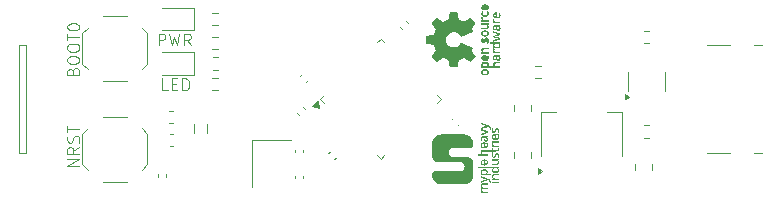
<source format=gbr>
%TF.GenerationSoftware,KiCad,Pcbnew,8.0.3*%
%TF.CreationDate,2024-07-03T16:09:19+02:00*%
%TF.ProjectId,dev_board,6465765f-626f-4617-9264-2e6b69636164,rev?*%
%TF.SameCoordinates,Original*%
%TF.FileFunction,Legend,Top*%
%TF.FilePolarity,Positive*%
%FSLAX46Y46*%
G04 Gerber Fmt 4.6, Leading zero omitted, Abs format (unit mm)*
G04 Created by KiCad (PCBNEW 8.0.3) date 2024-07-03 16:09:19*
%MOMM*%
%LPD*%
G01*
G04 APERTURE LIST*
%ADD10C,0.100000*%
%ADD11C,0.120000*%
%ADD12C,0.000000*%
G04 APERTURE END LIST*
D10*
X111900000Y-98400000D02*
X112500000Y-98400000D01*
X112500000Y-107600000D01*
X111900000Y-107600000D01*
X111900000Y-98400000D01*
X123703884Y-98472419D02*
X123703884Y-97472419D01*
X123703884Y-97472419D02*
X124084836Y-97472419D01*
X124084836Y-97472419D02*
X124180074Y-97520038D01*
X124180074Y-97520038D02*
X124227693Y-97567657D01*
X124227693Y-97567657D02*
X124275312Y-97662895D01*
X124275312Y-97662895D02*
X124275312Y-97805752D01*
X124275312Y-97805752D02*
X124227693Y-97900990D01*
X124227693Y-97900990D02*
X124180074Y-97948609D01*
X124180074Y-97948609D02*
X124084836Y-97996228D01*
X124084836Y-97996228D02*
X123703884Y-97996228D01*
X124608646Y-97472419D02*
X124846741Y-98472419D01*
X124846741Y-98472419D02*
X125037217Y-97758133D01*
X125037217Y-97758133D02*
X125227693Y-98472419D01*
X125227693Y-98472419D02*
X125465789Y-97472419D01*
X126418169Y-98472419D02*
X126084836Y-97996228D01*
X125846741Y-98472419D02*
X125846741Y-97472419D01*
X125846741Y-97472419D02*
X126227693Y-97472419D01*
X126227693Y-97472419D02*
X126322931Y-97520038D01*
X126322931Y-97520038D02*
X126370550Y-97567657D01*
X126370550Y-97567657D02*
X126418169Y-97662895D01*
X126418169Y-97662895D02*
X126418169Y-97805752D01*
X126418169Y-97805752D02*
X126370550Y-97900990D01*
X126370550Y-97900990D02*
X126322931Y-97948609D01*
X126322931Y-97948609D02*
X126227693Y-97996228D01*
X126227693Y-97996228D02*
X125846741Y-97996228D01*
X124480074Y-102272419D02*
X124003884Y-102272419D01*
X124003884Y-102272419D02*
X124003884Y-101272419D01*
X124813408Y-101748609D02*
X125146741Y-101748609D01*
X125289598Y-102272419D02*
X124813408Y-102272419D01*
X124813408Y-102272419D02*
X124813408Y-101272419D01*
X124813408Y-101272419D02*
X125289598Y-101272419D01*
X125718170Y-102272419D02*
X125718170Y-101272419D01*
X125718170Y-101272419D02*
X125956265Y-101272419D01*
X125956265Y-101272419D02*
X126099122Y-101320038D01*
X126099122Y-101320038D02*
X126194360Y-101415276D01*
X126194360Y-101415276D02*
X126241979Y-101510514D01*
X126241979Y-101510514D02*
X126289598Y-101700990D01*
X126289598Y-101700990D02*
X126289598Y-101843847D01*
X126289598Y-101843847D02*
X126241979Y-102034323D01*
X126241979Y-102034323D02*
X126194360Y-102129561D01*
X126194360Y-102129561D02*
X126099122Y-102224800D01*
X126099122Y-102224800D02*
X125956265Y-102272419D01*
X125956265Y-102272419D02*
X125718170Y-102272419D01*
X116448609Y-100662782D02*
X116496228Y-100519925D01*
X116496228Y-100519925D02*
X116543847Y-100472306D01*
X116543847Y-100472306D02*
X116639085Y-100424687D01*
X116639085Y-100424687D02*
X116781942Y-100424687D01*
X116781942Y-100424687D02*
X116877180Y-100472306D01*
X116877180Y-100472306D02*
X116924800Y-100519925D01*
X116924800Y-100519925D02*
X116972419Y-100615163D01*
X116972419Y-100615163D02*
X116972419Y-100996115D01*
X116972419Y-100996115D02*
X115972419Y-100996115D01*
X115972419Y-100996115D02*
X115972419Y-100662782D01*
X115972419Y-100662782D02*
X116020038Y-100567544D01*
X116020038Y-100567544D02*
X116067657Y-100519925D01*
X116067657Y-100519925D02*
X116162895Y-100472306D01*
X116162895Y-100472306D02*
X116258133Y-100472306D01*
X116258133Y-100472306D02*
X116353371Y-100519925D01*
X116353371Y-100519925D02*
X116400990Y-100567544D01*
X116400990Y-100567544D02*
X116448609Y-100662782D01*
X116448609Y-100662782D02*
X116448609Y-100996115D01*
X115972419Y-99805639D02*
X115972419Y-99615163D01*
X115972419Y-99615163D02*
X116020038Y-99519925D01*
X116020038Y-99519925D02*
X116115276Y-99424687D01*
X116115276Y-99424687D02*
X116305752Y-99377068D01*
X116305752Y-99377068D02*
X116639085Y-99377068D01*
X116639085Y-99377068D02*
X116829561Y-99424687D01*
X116829561Y-99424687D02*
X116924800Y-99519925D01*
X116924800Y-99519925D02*
X116972419Y-99615163D01*
X116972419Y-99615163D02*
X116972419Y-99805639D01*
X116972419Y-99805639D02*
X116924800Y-99900877D01*
X116924800Y-99900877D02*
X116829561Y-99996115D01*
X116829561Y-99996115D02*
X116639085Y-100043734D01*
X116639085Y-100043734D02*
X116305752Y-100043734D01*
X116305752Y-100043734D02*
X116115276Y-99996115D01*
X116115276Y-99996115D02*
X116020038Y-99900877D01*
X116020038Y-99900877D02*
X115972419Y-99805639D01*
X115972419Y-98758020D02*
X115972419Y-98567544D01*
X115972419Y-98567544D02*
X116020038Y-98472306D01*
X116020038Y-98472306D02*
X116115276Y-98377068D01*
X116115276Y-98377068D02*
X116305752Y-98329449D01*
X116305752Y-98329449D02*
X116639085Y-98329449D01*
X116639085Y-98329449D02*
X116829561Y-98377068D01*
X116829561Y-98377068D02*
X116924800Y-98472306D01*
X116924800Y-98472306D02*
X116972419Y-98567544D01*
X116972419Y-98567544D02*
X116972419Y-98758020D01*
X116972419Y-98758020D02*
X116924800Y-98853258D01*
X116924800Y-98853258D02*
X116829561Y-98948496D01*
X116829561Y-98948496D02*
X116639085Y-98996115D01*
X116639085Y-98996115D02*
X116305752Y-98996115D01*
X116305752Y-98996115D02*
X116115276Y-98948496D01*
X116115276Y-98948496D02*
X116020038Y-98853258D01*
X116020038Y-98853258D02*
X115972419Y-98758020D01*
X115972419Y-98043734D02*
X115972419Y-97472306D01*
X116972419Y-97758020D02*
X115972419Y-97758020D01*
X115972419Y-96948496D02*
X115972419Y-96853258D01*
X115972419Y-96853258D02*
X116020038Y-96758020D01*
X116020038Y-96758020D02*
X116067657Y-96710401D01*
X116067657Y-96710401D02*
X116162895Y-96662782D01*
X116162895Y-96662782D02*
X116353371Y-96615163D01*
X116353371Y-96615163D02*
X116591466Y-96615163D01*
X116591466Y-96615163D02*
X116781942Y-96662782D01*
X116781942Y-96662782D02*
X116877180Y-96710401D01*
X116877180Y-96710401D02*
X116924800Y-96758020D01*
X116924800Y-96758020D02*
X116972419Y-96853258D01*
X116972419Y-96853258D02*
X116972419Y-96948496D01*
X116972419Y-96948496D02*
X116924800Y-97043734D01*
X116924800Y-97043734D02*
X116877180Y-97091353D01*
X116877180Y-97091353D02*
X116781942Y-97138972D01*
X116781942Y-97138972D02*
X116591466Y-97186591D01*
X116591466Y-97186591D02*
X116353371Y-97186591D01*
X116353371Y-97186591D02*
X116162895Y-97138972D01*
X116162895Y-97138972D02*
X116067657Y-97091353D01*
X116067657Y-97091353D02*
X116020038Y-97043734D01*
X116020038Y-97043734D02*
X115972419Y-96948496D01*
X116972419Y-108696115D02*
X115972419Y-108696115D01*
X115972419Y-108696115D02*
X116972419Y-108124687D01*
X116972419Y-108124687D02*
X115972419Y-108124687D01*
X116972419Y-107077068D02*
X116496228Y-107410401D01*
X116972419Y-107648496D02*
X115972419Y-107648496D01*
X115972419Y-107648496D02*
X115972419Y-107267544D01*
X115972419Y-107267544D02*
X116020038Y-107172306D01*
X116020038Y-107172306D02*
X116067657Y-107124687D01*
X116067657Y-107124687D02*
X116162895Y-107077068D01*
X116162895Y-107077068D02*
X116305752Y-107077068D01*
X116305752Y-107077068D02*
X116400990Y-107124687D01*
X116400990Y-107124687D02*
X116448609Y-107172306D01*
X116448609Y-107172306D02*
X116496228Y-107267544D01*
X116496228Y-107267544D02*
X116496228Y-107648496D01*
X116924800Y-106696115D02*
X116972419Y-106553258D01*
X116972419Y-106553258D02*
X116972419Y-106315163D01*
X116972419Y-106315163D02*
X116924800Y-106219925D01*
X116924800Y-106219925D02*
X116877180Y-106172306D01*
X116877180Y-106172306D02*
X116781942Y-106124687D01*
X116781942Y-106124687D02*
X116686704Y-106124687D01*
X116686704Y-106124687D02*
X116591466Y-106172306D01*
X116591466Y-106172306D02*
X116543847Y-106219925D01*
X116543847Y-106219925D02*
X116496228Y-106315163D01*
X116496228Y-106315163D02*
X116448609Y-106505639D01*
X116448609Y-106505639D02*
X116400990Y-106600877D01*
X116400990Y-106600877D02*
X116353371Y-106648496D01*
X116353371Y-106648496D02*
X116258133Y-106696115D01*
X116258133Y-106696115D02*
X116162895Y-106696115D01*
X116162895Y-106696115D02*
X116067657Y-106648496D01*
X116067657Y-106648496D02*
X116020038Y-106600877D01*
X116020038Y-106600877D02*
X115972419Y-106505639D01*
X115972419Y-106505639D02*
X115972419Y-106267544D01*
X115972419Y-106267544D02*
X116020038Y-106124687D01*
X115972419Y-105838972D02*
X115972419Y-105267544D01*
X116972419Y-105553258D02*
X115972419Y-105553258D01*
D11*
%TO.C,C4*%
X144169190Y-96928307D02*
X144321693Y-97080810D01*
X144678307Y-96419190D02*
X144830810Y-96571693D01*
%TO.C,U1*%
X137394689Y-103000000D02*
X137712887Y-103318198D01*
X137712887Y-102681802D02*
X137394689Y-103000000D01*
X142181802Y-98212887D02*
X142500000Y-97894689D01*
X142500000Y-97894689D02*
X142818198Y-98212887D01*
X142500000Y-108105311D02*
X142181802Y-107787113D01*
X142818198Y-107787113D02*
X142500000Y-108105311D01*
X147287113Y-103318198D02*
X147605311Y-103000000D01*
X147605311Y-103000000D02*
X147287113Y-102681802D01*
X137295694Y-103735391D02*
X136722938Y-103643467D01*
X137203770Y-103162635D01*
X137295694Y-103735391D01*
G36*
X137295694Y-103735391D02*
G01*
X136722938Y-103643467D01*
X137203770Y-103162635D01*
X137295694Y-103735391D01*
G37*
D12*
%TO.C,G\u002A\u002A\u002A*%
G36*
X151073576Y-96043345D02*
G01*
X151076475Y-96045406D01*
X151083194Y-96050705D01*
X151093072Y-96058702D01*
X151105447Y-96068860D01*
X151119656Y-96080640D01*
X151128656Y-96088152D01*
X151181131Y-96132067D01*
X151172225Y-96145011D01*
X151162093Y-96161738D01*
X151155663Y-96177880D01*
X151152324Y-96195509D01*
X151151462Y-96215642D01*
X151151938Y-96231782D01*
X151153428Y-96244241D01*
X151156249Y-96255156D01*
X151158149Y-96260418D01*
X151170171Y-96283815D01*
X151186526Y-96303276D01*
X151207141Y-96318726D01*
X151224932Y-96327467D01*
X151241874Y-96334306D01*
X151449170Y-96335114D01*
X151656466Y-96335922D01*
X151656466Y-96398841D01*
X151656466Y-96461760D01*
X151344423Y-96461760D01*
X151032380Y-96461760D01*
X151032380Y-96398765D01*
X151032380Y-96335771D01*
X151064884Y-96335771D01*
X151097388Y-96335771D01*
X151078353Y-96315211D01*
X151060027Y-96291770D01*
X151044717Y-96264879D01*
X151033535Y-96236616D01*
X151030587Y-96225896D01*
X151027220Y-96206025D01*
X151025671Y-96183539D01*
X151025908Y-96160412D01*
X151027897Y-96138620D01*
X151031607Y-96120134D01*
X151032398Y-96117487D01*
X151037426Y-96103476D01*
X151043610Y-96088994D01*
X151050417Y-96075005D01*
X151057310Y-96062474D01*
X151063754Y-96052365D01*
X151069214Y-96045641D01*
X151073154Y-96043267D01*
X151073576Y-96043345D01*
G37*
G36*
X152078044Y-96211647D02*
G01*
X152086467Y-96218640D01*
X152098088Y-96228326D01*
X152111621Y-96239631D01*
X152125777Y-96251479D01*
X152131960Y-96256661D01*
X152168647Y-96287426D01*
X152162858Y-96296216D01*
X152149092Y-96321521D01*
X152141082Y-96347067D01*
X152138728Y-96373266D01*
X152140022Y-96389712D01*
X152146334Y-96415425D01*
X152157489Y-96438102D01*
X152173108Y-96457371D01*
X152192814Y-96472857D01*
X152216229Y-96484187D01*
X152242462Y-96490908D01*
X152249507Y-96491543D01*
X152262089Y-96492115D01*
X152279888Y-96492618D01*
X152302580Y-96493049D01*
X152329845Y-96493403D01*
X152361361Y-96493676D01*
X152396805Y-96493861D01*
X152435856Y-96493956D01*
X152454153Y-96493968D01*
X152646799Y-96493990D01*
X152646799Y-96555519D01*
X152646799Y-96617049D01*
X152333291Y-96617049D01*
X152019784Y-96617049D01*
X152019784Y-96555519D01*
X152019784Y-96493990D01*
X152053478Y-96493990D01*
X152066744Y-96493876D01*
X152077551Y-96493565D01*
X152084743Y-96493107D01*
X152087173Y-96492585D01*
X152085190Y-96490021D01*
X152080030Y-96484757D01*
X152073890Y-96478936D01*
X152058639Y-96462248D01*
X152044283Y-96441675D01*
X152032058Y-96419181D01*
X152024314Y-96400160D01*
X152019002Y-96379733D01*
X152015501Y-96356305D01*
X152013917Y-96331846D01*
X152014357Y-96308325D01*
X152016926Y-96287710D01*
X152017994Y-96282915D01*
X152021638Y-96271337D01*
X152027213Y-96257123D01*
X152033980Y-96241850D01*
X152041196Y-96227095D01*
X152048121Y-96214436D01*
X152054014Y-96205449D01*
X152054926Y-96204322D01*
X152060815Y-96197397D01*
X152078044Y-96211647D01*
G37*
G36*
X152061330Y-98727395D02*
G01*
X152064046Y-98729403D01*
X152070591Y-98734657D01*
X152080315Y-98742624D01*
X152092570Y-98752770D01*
X152106707Y-98764560D01*
X152116062Y-98772404D01*
X152168802Y-98816708D01*
X152161407Y-98827590D01*
X152148596Y-98851397D01*
X152140990Y-98876922D01*
X152138670Y-98903249D01*
X152141719Y-98929461D01*
X152150044Y-98954261D01*
X152159746Y-98970607D01*
X152172950Y-98986198D01*
X152187947Y-98999238D01*
X152199664Y-99006423D01*
X152205988Y-99009435D01*
X152212085Y-99012045D01*
X152218408Y-99014282D01*
X152225410Y-99016173D01*
X152233543Y-99017749D01*
X152243261Y-99019038D01*
X152255016Y-99020070D01*
X152269261Y-99020872D01*
X152286449Y-99021475D01*
X152307034Y-99021907D01*
X152331467Y-99022197D01*
X152360201Y-99022374D01*
X152393690Y-99022467D01*
X152432387Y-99022505D01*
X152451223Y-99022512D01*
X152646799Y-99022563D01*
X152646799Y-99083604D01*
X152646710Y-99101952D01*
X152646459Y-99118282D01*
X152646075Y-99131696D01*
X152645585Y-99141298D01*
X152645018Y-99146191D01*
X152644846Y-99146599D01*
X152641711Y-99146863D01*
X152633099Y-99147117D01*
X152619395Y-99147359D01*
X152600981Y-99147584D01*
X152578242Y-99147793D01*
X152551561Y-99147981D01*
X152521322Y-99148146D01*
X152487907Y-99148287D01*
X152451702Y-99148400D01*
X152413089Y-99148483D01*
X152372451Y-99148535D01*
X152331338Y-99148552D01*
X152019784Y-99148552D01*
X152019784Y-99085557D01*
X152019784Y-99022563D01*
X152053768Y-99022563D01*
X152087752Y-99022563D01*
X152067502Y-99000879D01*
X152046574Y-98974583D01*
X152030891Y-98946022D01*
X152020351Y-98914921D01*
X152014849Y-98881008D01*
X152013924Y-98858631D01*
X152015044Y-98832575D01*
X152018682Y-98809907D01*
X152025255Y-98788544D01*
X152030340Y-98776444D01*
X152035463Y-98766106D01*
X152041579Y-98755079D01*
X152047952Y-98744529D01*
X152053847Y-98735619D01*
X152058528Y-98729514D01*
X152061260Y-98727377D01*
X152061330Y-98727395D01*
G37*
G36*
X151656466Y-98732227D02*
G01*
X151656466Y-98793691D01*
X151456495Y-98794782D01*
X151416497Y-98795015D01*
X151381933Y-98795255D01*
X151352377Y-98795512D01*
X151327401Y-98795799D01*
X151306580Y-98796125D01*
X151289488Y-98796504D01*
X151275697Y-98796945D01*
X151264782Y-98797460D01*
X151256316Y-98798061D01*
X151249874Y-98798759D01*
X151245028Y-98799564D01*
X151241394Y-98800476D01*
X151214751Y-98811058D01*
X151192749Y-98825205D01*
X151175331Y-98842980D01*
X151162443Y-98864445D01*
X151154027Y-98889662D01*
X151152167Y-98899146D01*
X151150473Y-98926064D01*
X151154180Y-98951582D01*
X151162886Y-98975115D01*
X151176188Y-98996075D01*
X151193685Y-99013875D01*
X151214973Y-99027929D01*
X151239651Y-99037649D01*
X151248610Y-99039835D01*
X151255291Y-99040599D01*
X151267536Y-99041259D01*
X151285385Y-99041815D01*
X151308882Y-99042270D01*
X151338069Y-99042622D01*
X151372988Y-99042872D01*
X151413681Y-99043023D01*
X151460191Y-99043073D01*
X151460301Y-99043073D01*
X151656466Y-99043073D01*
X151656466Y-99106067D01*
X151656466Y-99169062D01*
X151344423Y-99169062D01*
X151032380Y-99169062D01*
X151032380Y-99106067D01*
X151032380Y-99043073D01*
X151065989Y-99043073D01*
X151099598Y-99043073D01*
X151081372Y-99024448D01*
X151060795Y-98999988D01*
X151045117Y-98973407D01*
X151033995Y-98943967D01*
X151027088Y-98910932D01*
X151026406Y-98905708D01*
X151025061Y-98871521D01*
X151029168Y-98838098D01*
X151038406Y-98806058D01*
X151052454Y-98776020D01*
X151070990Y-98748603D01*
X151093693Y-98724426D01*
X151120242Y-98704107D01*
X151135711Y-98695141D01*
X151148820Y-98688856D01*
X151163508Y-98682614D01*
X151173019Y-98679038D01*
X151176555Y-98677838D01*
X151180026Y-98676793D01*
X151183842Y-98675888D01*
X151188416Y-98675114D01*
X151194158Y-98674457D01*
X151201480Y-98673905D01*
X151210793Y-98673447D01*
X151222509Y-98673070D01*
X151237037Y-98672761D01*
X151254791Y-98672509D01*
X151276180Y-98672302D01*
X151301617Y-98672127D01*
X151331512Y-98671972D01*
X151366277Y-98671826D01*
X151406322Y-98671675D01*
X151424265Y-98671609D01*
X151656466Y-98670764D01*
X151656466Y-98732227D01*
G37*
G36*
X151656466Y-96663929D02*
G01*
X151656466Y-96725458D01*
X151624236Y-96725458D01*
X151611285Y-96725609D01*
X151600818Y-96726017D01*
X151594019Y-96726617D01*
X151592006Y-96727233D01*
X151593881Y-96729995D01*
X151598928Y-96736002D01*
X151606286Y-96744251D01*
X151611784Y-96750216D01*
X151631797Y-96775681D01*
X151647454Y-96804111D01*
X151657824Y-96833454D01*
X151660787Y-96848836D01*
X151662846Y-96867468D01*
X151663900Y-96887226D01*
X151663848Y-96905983D01*
X151662588Y-96921613D01*
X151662153Y-96924343D01*
X151657079Y-96945299D01*
X151649471Y-96967568D01*
X151640370Y-96988299D01*
X151635431Y-96997462D01*
X151629280Y-97006425D01*
X151620189Y-97017791D01*
X151609496Y-97029953D01*
X151600796Y-97039066D01*
X151587610Y-97051767D01*
X151576279Y-97061221D01*
X151565012Y-97068766D01*
X151552015Y-97075741D01*
X151550987Y-97076246D01*
X151542917Y-97080233D01*
X151535802Y-97083719D01*
X151529208Y-97086738D01*
X151522702Y-97089328D01*
X151515852Y-97091521D01*
X151508224Y-97093354D01*
X151499385Y-97094862D01*
X151488901Y-97096080D01*
X151476340Y-97097044D01*
X151461268Y-97097787D01*
X151443253Y-97098346D01*
X151421860Y-97098755D01*
X151396658Y-97099050D01*
X151367212Y-97099267D01*
X151333091Y-97099439D01*
X151293859Y-97099603D01*
X151261651Y-97099737D01*
X151032380Y-97100731D01*
X151032380Y-97037619D01*
X151032380Y-96974506D01*
X151228545Y-96974506D01*
X151273918Y-96974462D01*
X151313562Y-96974326D01*
X151347610Y-96974098D01*
X151376192Y-96973774D01*
X151399439Y-96973354D01*
X151417482Y-96972835D01*
X151430453Y-96972214D01*
X151438483Y-96971491D01*
X151440236Y-96971195D01*
X151464662Y-96963496D01*
X151486789Y-96951638D01*
X151505665Y-96936312D01*
X151520335Y-96918211D01*
X151525303Y-96909360D01*
X151534045Y-96885284D01*
X151538254Y-96859046D01*
X151537787Y-96832369D01*
X151533536Y-96810387D01*
X151527064Y-96794802D01*
X151516960Y-96778523D01*
X151504709Y-96763721D01*
X151496324Y-96755942D01*
X151474867Y-96742243D01*
X151449373Y-96732695D01*
X151428432Y-96728402D01*
X151421990Y-96727893D01*
X151410225Y-96727414D01*
X151393675Y-96726972D01*
X151372876Y-96726575D01*
X151348367Y-96726230D01*
X151320683Y-96725944D01*
X151290362Y-96725725D01*
X151257942Y-96725580D01*
X151223959Y-96725518D01*
X151220631Y-96725516D01*
X151032380Y-96725458D01*
X151032380Y-96663929D01*
X151032380Y-96602399D01*
X151344423Y-96602399D01*
X151656466Y-96602399D01*
X151656466Y-96663929D01*
G37*
G36*
X151578790Y-95569261D02*
G01*
X151606586Y-95601800D01*
X151629299Y-95636846D01*
X151646721Y-95674033D01*
X151656790Y-95705396D01*
X151659322Y-95718197D01*
X151661477Y-95734654D01*
X151663130Y-95752978D01*
X151664160Y-95771379D01*
X151664445Y-95788070D01*
X151663860Y-95801261D01*
X151663540Y-95803979D01*
X151656552Y-95842238D01*
X151646918Y-95875939D01*
X151634223Y-95905941D01*
X151618056Y-95933105D01*
X151598004Y-95958289D01*
X151581242Y-95975383D01*
X151563477Y-95991096D01*
X151546125Y-96003851D01*
X151527204Y-96014936D01*
X151504729Y-96025637D01*
X151501842Y-96026895D01*
X151474387Y-96037378D01*
X151446274Y-96045163D01*
X151416281Y-96050464D01*
X151383188Y-96053497D01*
X151345777Y-96054475D01*
X151344944Y-96054475D01*
X151298025Y-96052663D01*
X151255371Y-96047173D01*
X151216581Y-96037869D01*
X151181250Y-96024615D01*
X151148976Y-96007275D01*
X151119355Y-95985714D01*
X151105891Y-95973758D01*
X151080552Y-95946048D01*
X151059997Y-95915182D01*
X151044158Y-95881017D01*
X151032968Y-95843407D01*
X151026361Y-95802207D01*
X151026329Y-95801895D01*
X151024841Y-95762260D01*
X151028650Y-95724576D01*
X151037907Y-95687992D01*
X151052761Y-95651661D01*
X151052781Y-95651620D01*
X151070355Y-95619932D01*
X151091189Y-95591170D01*
X151114525Y-95565550D01*
X151123692Y-95556689D01*
X151129814Y-95551671D01*
X151133723Y-95549947D01*
X151136249Y-95550963D01*
X151136350Y-95551072D01*
X151139335Y-95554396D01*
X151145552Y-95561334D01*
X151154328Y-95571134D01*
X151164988Y-95583043D01*
X151176857Y-95596307D01*
X151177233Y-95596727D01*
X151214628Y-95638524D01*
X151197453Y-95656884D01*
X151177439Y-95682243D01*
X151162924Y-95709539D01*
X151153964Y-95738546D01*
X151150610Y-95769039D01*
X151152917Y-95800793D01*
X151157891Y-95823513D01*
X151167935Y-95849281D01*
X151182762Y-95871805D01*
X151202142Y-95890877D01*
X151225846Y-95906288D01*
X151253642Y-95917828D01*
X151265314Y-95921176D01*
X151291637Y-95926245D01*
X151320498Y-95928961D01*
X151350565Y-95929407D01*
X151380509Y-95927663D01*
X151408999Y-95923812D01*
X151434705Y-95917935D01*
X151456295Y-95910114D01*
X151457900Y-95909361D01*
X151482376Y-95895076D01*
X151502087Y-95877773D01*
X151517384Y-95856995D01*
X151528618Y-95832287D01*
X151534922Y-95809355D01*
X151539073Y-95777454D01*
X151537618Y-95747244D01*
X151530531Y-95718632D01*
X151517788Y-95691524D01*
X151499362Y-95665828D01*
X151493339Y-95659045D01*
X151474810Y-95639031D01*
X151516004Y-95593030D01*
X151557198Y-95547029D01*
X151578790Y-95569261D01*
G37*
G36*
X151401113Y-97210263D02*
G01*
X151432011Y-97212292D01*
X151459168Y-97215702D01*
X151483264Y-97220631D01*
X151504980Y-97227214D01*
X151524993Y-97235588D01*
X151543984Y-97245891D01*
X151561242Y-97257265D01*
X151576965Y-97269872D01*
X151593652Y-97285625D01*
X151609398Y-97302586D01*
X151622300Y-97318812D01*
X151623939Y-97321160D01*
X151640458Y-97350345D01*
X151652837Y-97383042D01*
X151660913Y-97418459D01*
X151664525Y-97455806D01*
X151663510Y-97494292D01*
X151662071Y-97507585D01*
X151654714Y-97542691D01*
X151642210Y-97576158D01*
X151625043Y-97607399D01*
X151603695Y-97635828D01*
X151578649Y-97660858D01*
X151550387Y-97681902D01*
X151519392Y-97698375D01*
X151498798Y-97706103D01*
X151474072Y-97712454D01*
X151444666Y-97717461D01*
X151411621Y-97721045D01*
X151375978Y-97723129D01*
X151343889Y-97723565D01*
X151338778Y-97723634D01*
X151301062Y-97722484D01*
X151288913Y-97721744D01*
X151254200Y-97718727D01*
X151224386Y-97714583D01*
X151198562Y-97708956D01*
X151175819Y-97701488D01*
X151155248Y-97691823D01*
X151135939Y-97679603D01*
X151116982Y-97664472D01*
X151098332Y-97646937D01*
X151081334Y-97629170D01*
X151068127Y-97613220D01*
X151057713Y-97597529D01*
X151049089Y-97580541D01*
X151041255Y-97560699D01*
X151039294Y-97555084D01*
X151029655Y-97518188D01*
X151025187Y-97479648D01*
X151025606Y-97456406D01*
X151150816Y-97456406D01*
X151151103Y-97482249D01*
X151156224Y-97506809D01*
X151165912Y-97529502D01*
X151179903Y-97549744D01*
X151197930Y-97566950D01*
X151219729Y-97580537D01*
X151245034Y-97589920D01*
X151251338Y-97591425D01*
X151269872Y-97594434D01*
X151292295Y-97596506D01*
X151317377Y-97597669D01*
X151343889Y-97597945D01*
X151370601Y-97597360D01*
X151396285Y-97595939D01*
X151419710Y-97593706D01*
X151439648Y-97590687D01*
X151453484Y-97587351D01*
X151469233Y-97580942D01*
X151485223Y-97571870D01*
X151499679Y-97561330D01*
X151510826Y-97550516D01*
X151513615Y-97546890D01*
X151527368Y-97522010D01*
X151535884Y-97495207D01*
X151538979Y-97467375D01*
X151536474Y-97439409D01*
X151535955Y-97436855D01*
X151527660Y-97410380D01*
X151514886Y-97387681D01*
X151497661Y-97368789D01*
X151476011Y-97353730D01*
X151449963Y-97342535D01*
X151448437Y-97342043D01*
X151438893Y-97340035D01*
X151424554Y-97338339D01*
X151406475Y-97336973D01*
X151385713Y-97335955D01*
X151363327Y-97335303D01*
X151340371Y-97335037D01*
X151317903Y-97335173D01*
X151296980Y-97335730D01*
X151278658Y-97336726D01*
X151263995Y-97338179D01*
X151259900Y-97338803D01*
X151232030Y-97345728D01*
X151208646Y-97356222D01*
X151189421Y-97370508D01*
X151174027Y-97388809D01*
X151165803Y-97403207D01*
X151155628Y-97429864D01*
X151150816Y-97456406D01*
X151025606Y-97456406D01*
X151025891Y-97440583D01*
X151031772Y-97402110D01*
X151038830Y-97376551D01*
X151052333Y-97344746D01*
X151070867Y-97314753D01*
X151093693Y-97287359D01*
X151120073Y-97263349D01*
X151149267Y-97243507D01*
X151176429Y-97230229D01*
X151190776Y-97224861D01*
X151205055Y-97220536D01*
X151220167Y-97217129D01*
X151237010Y-97214517D01*
X151256484Y-97212577D01*
X151279488Y-97211185D01*
X151306923Y-97210219D01*
X151325378Y-97209801D01*
X151365795Y-97209478D01*
X151401113Y-97210263D01*
G37*
G36*
X151392768Y-95194255D02*
G01*
X151392768Y-95389387D01*
X151403755Y-95389336D01*
X151419474Y-95387923D01*
X151437815Y-95384218D01*
X151456315Y-95378840D01*
X151472507Y-95372404D01*
X151473612Y-95371870D01*
X151494822Y-95358293D01*
X151513204Y-95340144D01*
X151528094Y-95318299D01*
X151538828Y-95293632D01*
X151542183Y-95281594D01*
X151544558Y-95265622D01*
X151545447Y-95246400D01*
X151544888Y-95226331D01*
X151542920Y-95207824D01*
X151540826Y-95197473D01*
X151532770Y-95174077D01*
X151521023Y-95150006D01*
X151506846Y-95127718D01*
X151501522Y-95120769D01*
X151486885Y-95102664D01*
X151524063Y-95058667D01*
X151535669Y-95045121D01*
X151546142Y-95033250D01*
X151554853Y-95023740D01*
X151561169Y-95017279D01*
X151564459Y-95014554D01*
X151564630Y-95014510D01*
X151568662Y-95016618D01*
X151575317Y-95022558D01*
X151583795Y-95031408D01*
X151593294Y-95042246D01*
X151603013Y-95054148D01*
X151612153Y-95066193D01*
X151619910Y-95077458D01*
X151621572Y-95080095D01*
X151640399Y-95116174D01*
X151653884Y-95154371D01*
X151657933Y-95171104D01*
X151660036Y-95184166D01*
X151661816Y-95200899D01*
X151663183Y-95219573D01*
X151664045Y-95238462D01*
X151664313Y-95255838D01*
X151663893Y-95269972D01*
X151663418Y-95275118D01*
X151656742Y-95313603D01*
X151646819Y-95347731D01*
X151633318Y-95378228D01*
X151615910Y-95405818D01*
X151594264Y-95431227D01*
X151590725Y-95434802D01*
X151564775Y-95457137D01*
X151535658Y-95475649D01*
X151503040Y-95490459D01*
X151466588Y-95501685D01*
X151425970Y-95509447D01*
X151380853Y-95513865D01*
X151369328Y-95514441D01*
X151319120Y-95514494D01*
X151278967Y-95510987D01*
X151272273Y-95510402D01*
X151228946Y-95502239D01*
X151189302Y-95490079D01*
X151153501Y-95473993D01*
X151121705Y-95454055D01*
X151094076Y-95430338D01*
X151070773Y-95402916D01*
X151051960Y-95371860D01*
X151051203Y-95370342D01*
X151040432Y-95346306D01*
X151032972Y-95323815D01*
X151028367Y-95300864D01*
X151026158Y-95275450D01*
X151025797Y-95259003D01*
X151025900Y-95257066D01*
X151143754Y-95257066D01*
X151146295Y-95285270D01*
X151153669Y-95310805D01*
X151165639Y-95333254D01*
X151181970Y-95352202D01*
X151202425Y-95367233D01*
X151208077Y-95370291D01*
X151221225Y-95375929D01*
X151237066Y-95381212D01*
X151253539Y-95385582D01*
X151268583Y-95388486D01*
X151278967Y-95389387D01*
X151290218Y-95389387D01*
X151290218Y-95257538D01*
X151290218Y-95125689D01*
X151281620Y-95125689D01*
X151270630Y-95126663D01*
X151256356Y-95129249D01*
X151240976Y-95132941D01*
X151226669Y-95137233D01*
X151218363Y-95140365D01*
X151194800Y-95153439D01*
X151175368Y-95170501D01*
X151160334Y-95191129D01*
X151149969Y-95214905D01*
X151144539Y-95241407D01*
X151143754Y-95257066D01*
X151025900Y-95257066D01*
X151027872Y-95219988D01*
X151034590Y-95184241D01*
X151046181Y-95151173D01*
X151062874Y-95120195D01*
X151084901Y-95090720D01*
X151096660Y-95077741D01*
X151124776Y-95052458D01*
X151156215Y-95031980D01*
X151191032Y-95016277D01*
X151217502Y-95008092D01*
X151226007Y-95006086D01*
X151234678Y-95004507D01*
X151244439Y-95003285D01*
X151256211Y-95002350D01*
X151270919Y-95001630D01*
X151289484Y-95001056D01*
X151312831Y-95000558D01*
X151317321Y-95000476D01*
X151392768Y-94999123D01*
X151392768Y-95194255D01*
G37*
G36*
X152380171Y-95874396D02*
G01*
X152380171Y-96069899D01*
X152398484Y-96067870D01*
X152424895Y-96063735D01*
X152447003Y-96057374D01*
X152466128Y-96048202D01*
X152483590Y-96035636D01*
X152494632Y-96025415D01*
X152506043Y-96013117D01*
X152514082Y-96002024D01*
X152520210Y-95990030D01*
X152521787Y-95986210D01*
X152530753Y-95955913D01*
X152534159Y-95924824D01*
X152532119Y-95893602D01*
X152524750Y-95862906D01*
X152512168Y-95833395D01*
X152494489Y-95805729D01*
X152488749Y-95798533D01*
X152482558Y-95790734D01*
X152478258Y-95784582D01*
X152476860Y-95781684D01*
X152478679Y-95778747D01*
X152483747Y-95772097D01*
X152491485Y-95762456D01*
X152501312Y-95750545D01*
X152512646Y-95737087D01*
X152514218Y-95735241D01*
X152551575Y-95691411D01*
X152570099Y-95709605D01*
X152594937Y-95737996D01*
X152615954Y-95770381D01*
X152632704Y-95805969D01*
X152644273Y-95842069D01*
X152647056Y-95856816D01*
X152649254Y-95875680D01*
X152650794Y-95896944D01*
X152651603Y-95918886D01*
X152651608Y-95939787D01*
X152650736Y-95957928D01*
X152649605Y-95967810D01*
X152641203Y-96005877D01*
X152628494Y-96041184D01*
X152611763Y-96073206D01*
X152591293Y-96101416D01*
X152567367Y-96125291D01*
X152562480Y-96129273D01*
X152544103Y-96141990D01*
X152521991Y-96154510D01*
X152498210Y-96165778D01*
X152474821Y-96174737D01*
X152471457Y-96175822D01*
X152436455Y-96184697D01*
X152398341Y-96190612D01*
X152358283Y-96193612D01*
X152317451Y-96193737D01*
X152277014Y-96191031D01*
X152270390Y-96190095D01*
X152238139Y-96185536D01*
X152201996Y-96177295D01*
X152169754Y-96166350D01*
X152165847Y-96164703D01*
X152143663Y-96154414D01*
X152125301Y-96144082D01*
X152108851Y-96132435D01*
X152092405Y-96118201D01*
X152084040Y-96110162D01*
X152063561Y-96087919D01*
X152047503Y-96065403D01*
X152034662Y-96040692D01*
X152025337Y-96016403D01*
X152021301Y-96003797D01*
X152018511Y-95992950D01*
X152016679Y-95982045D01*
X152015514Y-95969267D01*
X152014727Y-95952799D01*
X152014594Y-95949013D01*
X152015114Y-95924688D01*
X152131918Y-95924688D01*
X152132271Y-95953632D01*
X152137842Y-95980021D01*
X152148468Y-96003596D01*
X152163982Y-96024095D01*
X152184221Y-96041258D01*
X152209020Y-96054825D01*
X152216042Y-96057673D01*
X152226054Y-96060864D01*
X152238046Y-96063794D01*
X152250467Y-96066199D01*
X152261765Y-96067812D01*
X152270390Y-96068368D01*
X152274624Y-96067720D01*
X152275440Y-96064258D01*
X152276130Y-96055009D01*
X152276691Y-96040043D01*
X152277122Y-96019431D01*
X152277421Y-95993244D01*
X152277586Y-95961551D01*
X152277622Y-95935232D01*
X152277622Y-95804597D01*
X152259309Y-95806330D01*
X152231901Y-95811258D01*
X152205681Y-95820409D01*
X152183870Y-95832275D01*
X152163858Y-95848961D01*
X152148568Y-95869084D01*
X152138072Y-95892517D01*
X152132443Y-95919130D01*
X152131918Y-95924688D01*
X152015114Y-95924688D01*
X152015456Y-95908704D01*
X152021021Y-95871685D01*
X152031453Y-95837541D01*
X152046916Y-95805857D01*
X152067575Y-95776217D01*
X152093594Y-95748204D01*
X152094128Y-95747698D01*
X152121556Y-95725265D01*
X152152125Y-95707105D01*
X152186575Y-95692800D01*
X152197228Y-95689365D01*
X152205368Y-95686961D01*
X152212686Y-95685079D01*
X152220072Y-95683641D01*
X152228417Y-95682567D01*
X152238612Y-95681780D01*
X152251547Y-95681201D01*
X152268113Y-95680751D01*
X152289200Y-95680353D01*
X152301794Y-95680146D01*
X152380171Y-95678893D01*
X152380171Y-95874396D01*
G37*
G36*
X151392768Y-99472034D02*
G01*
X151392768Y-99667158D01*
X151401681Y-99667158D01*
X151413443Y-99666144D01*
X151428467Y-99663446D01*
X151444584Y-99659584D01*
X151459624Y-99655074D01*
X151471138Y-99650568D01*
X151492638Y-99637241D01*
X151511353Y-99619198D01*
X151526717Y-99597148D01*
X151538160Y-99571798D01*
X151540717Y-99563748D01*
X151543788Y-99548226D01*
X151545430Y-99529329D01*
X151545598Y-99509378D01*
X151544247Y-99490691D01*
X151542360Y-99479549D01*
X151537579Y-99464051D01*
X151530126Y-99446175D01*
X151520978Y-99427848D01*
X151511109Y-99410993D01*
X151501496Y-99397536D01*
X151499790Y-99395535D01*
X151486305Y-99380286D01*
X151525149Y-99334750D01*
X151563994Y-99289214D01*
X151578306Y-99303120D01*
X151603742Y-99331766D01*
X151625401Y-99364306D01*
X151642699Y-99399721D01*
X151655052Y-99436989D01*
X151655148Y-99437364D01*
X151659542Y-99459596D01*
X151662587Y-99485284D01*
X151664146Y-99512151D01*
X151664082Y-99537919D01*
X151662458Y-99558798D01*
X151655438Y-99595117D01*
X151644077Y-99630123D01*
X151628876Y-99662533D01*
X151610970Y-99690235D01*
X151588788Y-99714775D01*
X151561824Y-99736364D01*
X151530480Y-99754788D01*
X151495155Y-99769833D01*
X151456251Y-99781284D01*
X151431314Y-99786348D01*
X151412949Y-99788676D01*
X151390373Y-99790274D01*
X151365166Y-99791143D01*
X151338906Y-99791281D01*
X151313172Y-99790687D01*
X151289545Y-99789362D01*
X151283577Y-99788746D01*
X151269602Y-99787304D01*
X151263814Y-99786416D01*
X151223047Y-99777619D01*
X151186365Y-99765783D01*
X151153974Y-99751239D01*
X151140580Y-99743980D01*
X151129446Y-99736969D01*
X151119008Y-99729027D01*
X151107701Y-99718969D01*
X151095108Y-99706753D01*
X151082416Y-99693892D01*
X151072994Y-99683508D01*
X151065755Y-99674160D01*
X151059608Y-99664408D01*
X151053465Y-99652813D01*
X151051862Y-99649579D01*
X151040902Y-99625187D01*
X151033297Y-99602712D01*
X151028571Y-99580090D01*
X151026247Y-99555254D01*
X151025797Y-99536774D01*
X151025835Y-99535733D01*
X151143754Y-99535733D01*
X151146360Y-99563324D01*
X151154039Y-99588566D01*
X151166454Y-99610966D01*
X151183264Y-99630031D01*
X151204132Y-99645267D01*
X151225863Y-99655215D01*
X151237857Y-99658892D01*
X151251166Y-99662139D01*
X151264250Y-99664677D01*
X151275568Y-99666226D01*
X151283577Y-99666507D01*
X151285846Y-99666090D01*
X151286901Y-99665066D01*
X151287774Y-99662549D01*
X151288484Y-99658047D01*
X151289045Y-99651067D01*
X151289475Y-99641118D01*
X151289790Y-99627708D01*
X151290005Y-99610345D01*
X151290137Y-99588537D01*
X151290203Y-99561791D01*
X151290218Y-99533936D01*
X151290218Y-99403460D01*
X151278967Y-99403460D01*
X151267184Y-99404587D01*
X151252158Y-99407596D01*
X151235974Y-99411934D01*
X151220718Y-99417046D01*
X151209192Y-99422008D01*
X151187007Y-99436333D01*
X151169251Y-99454411D01*
X151156058Y-99476008D01*
X151147563Y-99500894D01*
X151143899Y-99528834D01*
X151143754Y-99535733D01*
X151025835Y-99535733D01*
X151026964Y-99505164D01*
X151031025Y-99476970D01*
X151038390Y-99450300D01*
X151049472Y-99423261D01*
X151051446Y-99419129D01*
X151070621Y-99386061D01*
X151094066Y-99356978D01*
X151121670Y-99331971D01*
X151153320Y-99311133D01*
X151188905Y-99294558D01*
X151209825Y-99287380D01*
X151217964Y-99284977D01*
X151225282Y-99283095D01*
X151232668Y-99281657D01*
X151241014Y-99280583D01*
X151251209Y-99279796D01*
X151264144Y-99279217D01*
X151280709Y-99278767D01*
X151301796Y-99278369D01*
X151314391Y-99278162D01*
X151392768Y-99276909D01*
X151392768Y-99472034D01*
G37*
G36*
X151375014Y-100486437D02*
G01*
X151400694Y-100486965D01*
X151422404Y-100487972D01*
X151441087Y-100489561D01*
X151457685Y-100491838D01*
X151473139Y-100494905D01*
X151488393Y-100498867D01*
X151504388Y-100503827D01*
X151504824Y-100503971D01*
X151530008Y-100514700D01*
X151555548Y-100529996D01*
X151580050Y-100548832D01*
X151602122Y-100570184D01*
X151614179Y-100584499D01*
X151626978Y-100603709D01*
X151639043Y-100626550D01*
X151649317Y-100650803D01*
X151656579Y-100673607D01*
X151659178Y-100686708D01*
X151661386Y-100703443D01*
X151663087Y-100722071D01*
X151664162Y-100740851D01*
X151664495Y-100758044D01*
X151663968Y-100771908D01*
X151663487Y-100776156D01*
X151657263Y-100808729D01*
X151648588Y-100837381D01*
X151636860Y-100863750D01*
X151622462Y-100887999D01*
X151599548Y-100917532D01*
X151572982Y-100942499D01*
X151542744Y-100962914D01*
X151508810Y-100978791D01*
X151471158Y-100990144D01*
X151455762Y-100993294D01*
X151440599Y-100995318D01*
X151420811Y-100996902D01*
X151397555Y-100998044D01*
X151371990Y-100998745D01*
X151345275Y-100999002D01*
X151339180Y-100998959D01*
X151318568Y-100998814D01*
X151293028Y-100998181D01*
X151269813Y-100997101D01*
X151250082Y-100995572D01*
X151234993Y-100993595D01*
X151234549Y-100993515D01*
X151203428Y-100986610D01*
X151176501Y-100977748D01*
X151152247Y-100966263D01*
X151129145Y-100951489D01*
X151116644Y-100941933D01*
X151090341Y-100917775D01*
X151068910Y-100891296D01*
X151051506Y-100861448D01*
X151051348Y-100861125D01*
X151040483Y-100836299D01*
X151032888Y-100812190D01*
X151028191Y-100787052D01*
X151026021Y-100759143D01*
X151025848Y-100746517D01*
X151150672Y-100746517D01*
X151153890Y-100772177D01*
X151161480Y-100796776D01*
X151173051Y-100818895D01*
X151182410Y-100831142D01*
X151196276Y-100843493D01*
X151214213Y-100854622D01*
X151234439Y-100863525D01*
X151247062Y-100867417D01*
X151258434Y-100869438D01*
X151274429Y-100871043D01*
X151293950Y-100872230D01*
X151315899Y-100873000D01*
X151339180Y-100873350D01*
X151362693Y-100873280D01*
X151385343Y-100872787D01*
X151406030Y-100871871D01*
X151423658Y-100870531D01*
X151437130Y-100868765D01*
X151442269Y-100867639D01*
X151469270Y-100857781D01*
X151491796Y-100844183D01*
X151510022Y-100826677D01*
X151524117Y-100805095D01*
X151534255Y-100779271D01*
X151534823Y-100777292D01*
X151537634Y-100760835D01*
X151538195Y-100741270D01*
X151536618Y-100720848D01*
X151533014Y-100701825D01*
X151530690Y-100694117D01*
X151519766Y-100670783D01*
X151504599Y-100651362D01*
X151485123Y-100635807D01*
X151461274Y-100624075D01*
X151432989Y-100616120D01*
X151414409Y-100613205D01*
X151397848Y-100611811D01*
X151377859Y-100611014D01*
X151355640Y-100610776D01*
X151332387Y-100611060D01*
X151309296Y-100611831D01*
X151287564Y-100613050D01*
X151268387Y-100614682D01*
X151252962Y-100616689D01*
X151244530Y-100618430D01*
X151218093Y-100628076D01*
X151195944Y-100641715D01*
X151178089Y-100659341D01*
X151164536Y-100680946D01*
X151155291Y-100706523D01*
X151152216Y-100721219D01*
X151150672Y-100746517D01*
X151025848Y-100746517D01*
X151025773Y-100740996D01*
X151027580Y-100704917D01*
X151032868Y-100672689D01*
X151041990Y-100643211D01*
X151055298Y-100615380D01*
X151073143Y-100588093D01*
X151075731Y-100584639D01*
X151096761Y-100560694D01*
X151121240Y-100539160D01*
X151147408Y-100521528D01*
X151155115Y-100517331D01*
X151171709Y-100509286D01*
X151187735Y-100502706D01*
X151204021Y-100497457D01*
X151221392Y-100493401D01*
X151240676Y-100490405D01*
X151262698Y-100488331D01*
X151288286Y-100487046D01*
X151318267Y-100486412D01*
X151344423Y-100486284D01*
X151375014Y-100486437D01*
G37*
G36*
X152206570Y-98223401D02*
G01*
X152645334Y-98224143D01*
X152646125Y-98286405D01*
X152646916Y-98348667D01*
X152614406Y-98348667D01*
X152581896Y-98348667D01*
X152597500Y-98367490D01*
X152614456Y-98389728D01*
X152627527Y-98411294D01*
X152637955Y-98434356D01*
X152641701Y-98444591D01*
X152645936Y-98457789D01*
X152648704Y-98469406D01*
X152650368Y-98481630D01*
X152651289Y-98496646D01*
X152651532Y-98503956D01*
X152651534Y-98525219D01*
X152650361Y-98543890D01*
X152648463Y-98556696D01*
X152638954Y-98588384D01*
X152624578Y-98617848D01*
X152605886Y-98644528D01*
X152583430Y-98667866D01*
X152557765Y-98687303D01*
X152529442Y-98702280D01*
X152499015Y-98712236D01*
X152493517Y-98713421D01*
X152476258Y-98716128D01*
X152454125Y-98718453D01*
X152428094Y-98720353D01*
X152399140Y-98721784D01*
X152368238Y-98722700D01*
X152336365Y-98723059D01*
X152332444Y-98723029D01*
X152304496Y-98722816D01*
X152291931Y-98722539D01*
X152256428Y-98721359D01*
X152226086Y-98719738D01*
X152200209Y-98717513D01*
X152178104Y-98714521D01*
X152159077Y-98710598D01*
X152142434Y-98705583D01*
X152127482Y-98699311D01*
X152113527Y-98691621D01*
X152099875Y-98682349D01*
X152090674Y-98675268D01*
X152065057Y-98651323D01*
X152044593Y-98624598D01*
X152029310Y-98595148D01*
X152019234Y-98563028D01*
X152014391Y-98528295D01*
X152013924Y-98512893D01*
X152014837Y-98488637D01*
X152015276Y-98485651D01*
X152139082Y-98485651D01*
X152139938Y-98493905D01*
X152145245Y-98518869D01*
X152154497Y-98539958D01*
X152167961Y-98557440D01*
X152185905Y-98571582D01*
X152208594Y-98582650D01*
X152236295Y-98590913D01*
X152236878Y-98591046D01*
X152248953Y-98592953D01*
X152265711Y-98594432D01*
X152285987Y-98595483D01*
X152308619Y-98596106D01*
X152332444Y-98596301D01*
X152356300Y-98596069D01*
X152379024Y-98595409D01*
X152399453Y-98594322D01*
X152416424Y-98592807D01*
X152428060Y-98591021D01*
X152455608Y-98583320D01*
X152478235Y-98572743D01*
X152496271Y-98559017D01*
X152510044Y-98541869D01*
X152519884Y-98521027D01*
X152522477Y-98512746D01*
X152524852Y-98499640D01*
X152526068Y-98483057D01*
X152526120Y-98465266D01*
X152525001Y-98448536D01*
X152522707Y-98435134D01*
X152522663Y-98434967D01*
X152514531Y-98412811D01*
X152502773Y-98394905D01*
X152486733Y-98380444D01*
X152470159Y-98370710D01*
X152457244Y-98364814D01*
X152444534Y-98360146D01*
X152431122Y-98356574D01*
X152416106Y-98353965D01*
X152398582Y-98352188D01*
X152377643Y-98351111D01*
X152352387Y-98350601D01*
X152331826Y-98350511D01*
X152305204Y-98350647D01*
X152283426Y-98351137D01*
X152265479Y-98352104D01*
X152250353Y-98353672D01*
X152237035Y-98355963D01*
X152224514Y-98359102D01*
X152211778Y-98363212D01*
X152203782Y-98366131D01*
X152183063Y-98376892D01*
X152166008Y-98391936D01*
X152152850Y-98410800D01*
X152143821Y-98433018D01*
X152139154Y-98458123D01*
X152139082Y-98485651D01*
X152015276Y-98485651D01*
X152017920Y-98467658D01*
X152023686Y-98447613D01*
X152032647Y-98426159D01*
X152033154Y-98425080D01*
X152040348Y-98411431D01*
X152049426Y-98396525D01*
X152059312Y-98381936D01*
X152068931Y-98369241D01*
X152077207Y-98360015D01*
X152078203Y-98359085D01*
X152082648Y-98354258D01*
X152084243Y-98351143D01*
X152081402Y-98350676D01*
X152073235Y-98350238D01*
X152060276Y-98349837D01*
X152043058Y-98349481D01*
X152022115Y-98349180D01*
X151997981Y-98348940D01*
X151971191Y-98348771D01*
X151942277Y-98348680D01*
X151926024Y-98348667D01*
X151767805Y-98348667D01*
X151767805Y-98285663D01*
X151767805Y-98222659D01*
X152206570Y-98223401D01*
G37*
G36*
X151489838Y-97796484D02*
G01*
X151520193Y-97802081D01*
X151548159Y-97812953D01*
X151574004Y-97829199D01*
X151593657Y-97846456D01*
X151613922Y-97870656D01*
X151631040Y-97899268D01*
X151644843Y-97931660D01*
X151655160Y-97967197D01*
X151661824Y-98005245D01*
X151664665Y-98045171D01*
X151663515Y-98086339D01*
X151661953Y-98102545D01*
X151654175Y-98145419D01*
X151641000Y-98188070D01*
X151622848Y-98229574D01*
X151600141Y-98269007D01*
X151573297Y-98305443D01*
X151565545Y-98314478D01*
X151553000Y-98328634D01*
X151509551Y-98285258D01*
X151466103Y-98241882D01*
X151475902Y-98231548D01*
X151495607Y-98207460D01*
X151513211Y-98179500D01*
X151527661Y-98149558D01*
X151537602Y-98120658D01*
X151541287Y-98102895D01*
X151543992Y-98081522D01*
X151545561Y-98058728D01*
X151545833Y-98036705D01*
X151544883Y-98019780D01*
X151540340Y-97992131D01*
X151532683Y-97969139D01*
X151521765Y-97950409D01*
X151517046Y-97944675D01*
X151502316Y-97931916D01*
X151486168Y-97924065D01*
X151469478Y-97920959D01*
X151453127Y-97922435D01*
X151437993Y-97928330D01*
X151424955Y-97938480D01*
X151414892Y-97952722D01*
X151410245Y-97964495D01*
X151409134Y-97970255D01*
X151407622Y-97980939D01*
X151405815Y-97995634D01*
X151403821Y-98013426D01*
X151401748Y-98033403D01*
X151400018Y-98051274D01*
X151397871Y-98073115D01*
X151395608Y-98094211D01*
X151393359Y-98113489D01*
X151391253Y-98129879D01*
X151389419Y-98142308D01*
X151388299Y-98148392D01*
X151379024Y-98178386D01*
X151365148Y-98205942D01*
X151347217Y-98230464D01*
X151325775Y-98251358D01*
X151301369Y-98268029D01*
X151274544Y-98279882D01*
X151265160Y-98282659D01*
X151250488Y-98285242D01*
X151232080Y-98286670D01*
X151211945Y-98286943D01*
X151192092Y-98286063D01*
X151174528Y-98284028D01*
X151167461Y-98282633D01*
X151140933Y-98273596D01*
X151115294Y-98259511D01*
X151091930Y-98241170D01*
X151087515Y-98236925D01*
X151077099Y-98225844D01*
X151068764Y-98215021D01*
X151061165Y-98202494D01*
X151053334Y-98187085D01*
X151046775Y-98172563D01*
X151040743Y-98157618D01*
X151036055Y-98144348D01*
X151034055Y-98137376D01*
X151027950Y-98102754D01*
X151025293Y-98065087D01*
X151025993Y-98026001D01*
X151029960Y-97987123D01*
X151037105Y-97950079D01*
X151046124Y-97919797D01*
X151058296Y-97890779D01*
X151073769Y-97861467D01*
X151091268Y-97834104D01*
X151104768Y-97816437D01*
X151110025Y-97810138D01*
X151151760Y-97845866D01*
X151165122Y-97857329D01*
X151177068Y-97867623D01*
X151186834Y-97876086D01*
X151193657Y-97882057D01*
X151196758Y-97884858D01*
X151197443Y-97888020D01*
X151195395Y-97894051D01*
X151190326Y-97903631D01*
X151184996Y-97912538D01*
X151166132Y-97948231D01*
X151153028Y-97984737D01*
X151145610Y-98022306D01*
X151143719Y-98054235D01*
X151145175Y-98083102D01*
X151149624Y-98107168D01*
X151157191Y-98126738D01*
X151168003Y-98142120D01*
X151182183Y-98153622D01*
X151184741Y-98155105D01*
X151199631Y-98160694D01*
X151216023Y-98162566D01*
X151231866Y-98160700D01*
X151244154Y-98155690D01*
X151251827Y-98150198D01*
X151258226Y-98143653D01*
X151263528Y-98135435D01*
X151267910Y-98124923D01*
X151271549Y-98111498D01*
X151274624Y-98094538D01*
X151277311Y-98073424D01*
X151279787Y-98047535D01*
X151281607Y-98024701D01*
X151284009Y-97995316D01*
X151286485Y-97969963D01*
X151288978Y-97949136D01*
X151291430Y-97933325D01*
X151293113Y-97925425D01*
X151303702Y-97894651D01*
X151318639Y-97867732D01*
X151337725Y-97844825D01*
X151360762Y-97826087D01*
X151387552Y-97811673D01*
X151417899Y-97801739D01*
X151451604Y-97796443D01*
X151456826Y-97796065D01*
X151489838Y-97796484D01*
G37*
G36*
X152646125Y-96819837D02*
G01*
X152645334Y-96882212D01*
X152618184Y-96883055D01*
X152591035Y-96883898D01*
X152608075Y-96899675D01*
X152623964Y-96917451D01*
X152636083Y-96938223D01*
X152645088Y-96963127D01*
X152645537Y-96964752D01*
X152647977Y-96977452D01*
X152649821Y-96994463D01*
X152651035Y-97014265D01*
X152651589Y-97035336D01*
X152651449Y-97056156D01*
X152650585Y-97075202D01*
X152648965Y-97090956D01*
X152648268Y-97095121D01*
X152639130Y-97129806D01*
X152625741Y-97160993D01*
X152608444Y-97188412D01*
X152587581Y-97211794D01*
X152563496Y-97230869D01*
X152536532Y-97245368D01*
X152507032Y-97255019D01*
X152475339Y-97259555D01*
X152465786Y-97259313D01*
X152441795Y-97258704D01*
X152440423Y-97258554D01*
X152420922Y-97255845D01*
X152404938Y-97252200D01*
X152390131Y-97246933D01*
X152374163Y-97239354D01*
X152372846Y-97238669D01*
X152347311Y-97222072D01*
X152325303Y-97200934D01*
X152307208Y-97175665D01*
X152299834Y-97161783D01*
X152294425Y-97150093D01*
X152289968Y-97139327D01*
X152286371Y-97128766D01*
X152283544Y-97117689D01*
X152281396Y-97105375D01*
X152279834Y-97091104D01*
X152278768Y-97074154D01*
X152278106Y-97053804D01*
X152277757Y-97029334D01*
X152277631Y-97000023D01*
X152277622Y-96986350D01*
X152277622Y-96883677D01*
X152235870Y-96883693D01*
X152219713Y-96883928D01*
X152204657Y-96884559D01*
X152192167Y-96885496D01*
X152183709Y-96886652D01*
X152182407Y-96886961D01*
X152167864Y-96893954D01*
X152155191Y-96906014D01*
X152144946Y-96922494D01*
X152139470Y-96936474D01*
X152136867Y-96945376D01*
X152135009Y-96953720D01*
X152133773Y-96962772D01*
X152133039Y-96973802D01*
X152132685Y-96988076D01*
X152132588Y-97006863D01*
X152132588Y-97008201D01*
X152132737Y-97028844D01*
X152133238Y-97044709D01*
X152134173Y-97056874D01*
X152135623Y-97066416D01*
X152137601Y-97074183D01*
X152144156Y-97090478D01*
X152152913Y-97105414D01*
X152162768Y-97117296D01*
X152169071Y-97122470D01*
X152174909Y-97126671D01*
X152177874Y-97129517D01*
X152177968Y-97129795D01*
X152176223Y-97132801D01*
X152171454Y-97139506D01*
X152164329Y-97149057D01*
X152155516Y-97160603D01*
X152145682Y-97173291D01*
X152135497Y-97186269D01*
X152125628Y-97198686D01*
X152116742Y-97209688D01*
X152109508Y-97218425D01*
X152104594Y-97224043D01*
X152102774Y-97225722D01*
X152099408Y-97224224D01*
X152092998Y-97219311D01*
X152084546Y-97211804D01*
X152077343Y-97204841D01*
X152056894Y-97180487D01*
X152039775Y-97151936D01*
X152026517Y-97120137D01*
X152022314Y-97106356D01*
X152019669Y-97093218D01*
X152017480Y-97075570D01*
X152015796Y-97054748D01*
X152014666Y-97032087D01*
X152014140Y-97008923D01*
X152014265Y-96986592D01*
X152015091Y-96966429D01*
X152016609Y-96950190D01*
X152023835Y-96910622D01*
X152032194Y-96883063D01*
X152380171Y-96883063D01*
X152380222Y-96969072D01*
X152380357Y-96999196D01*
X152380777Y-97024148D01*
X152381565Y-97044615D01*
X152382804Y-97061281D01*
X152384575Y-97074832D01*
X152386962Y-97085953D01*
X152390046Y-97095329D01*
X152393910Y-97103645D01*
X152397072Y-97109119D01*
X152409627Y-97124653D01*
X152424908Y-97135009D01*
X152442986Y-97140230D01*
X152446375Y-97140613D01*
X152465786Y-97140660D01*
X152481932Y-97136640D01*
X152496156Y-97128101D01*
X152503535Y-97121429D01*
X152516504Y-97104290D01*
X152526101Y-97082512D01*
X152532292Y-97056275D01*
X152535044Y-97025757D01*
X152534322Y-96991138D01*
X152532398Y-96970111D01*
X152529947Y-96951618D01*
X152527135Y-96937630D01*
X152523501Y-96926795D01*
X152518584Y-96917760D01*
X152511924Y-96909170D01*
X152511495Y-96908681D01*
X152503974Y-96901052D01*
X152495973Y-96895253D01*
X152486528Y-96891011D01*
X152474675Y-96888051D01*
X152459451Y-96886097D01*
X152439892Y-96884875D01*
X152426318Y-96884397D01*
X152380171Y-96883063D01*
X152032194Y-96883063D01*
X152034396Y-96875804D01*
X152048384Y-96845607D01*
X152065885Y-96819904D01*
X152086991Y-96798567D01*
X152111791Y-96781466D01*
X152140373Y-96768474D01*
X152144078Y-96767179D01*
X152167748Y-96759153D01*
X152407332Y-96758307D01*
X152646917Y-96757462D01*
X152646125Y-96819837D01*
G37*
G36*
X152024855Y-97271666D02*
G01*
X152046821Y-97278706D01*
X152072166Y-97286820D01*
X152100472Y-97295875D01*
X152131321Y-97305739D01*
X152164296Y-97316277D01*
X152198978Y-97327357D01*
X152234950Y-97338845D01*
X152271793Y-97350608D01*
X152309089Y-97362512D01*
X152346422Y-97374425D01*
X152383372Y-97386213D01*
X152419521Y-97397742D01*
X152454453Y-97408880D01*
X152487749Y-97419493D01*
X152518990Y-97429447D01*
X152547760Y-97438610D01*
X152573640Y-97446849D01*
X152596212Y-97454029D01*
X152615058Y-97460017D01*
X152629761Y-97464681D01*
X152639902Y-97467887D01*
X152645063Y-97469501D01*
X152645649Y-97469673D01*
X152646008Y-97472453D01*
X152646321Y-97480191D01*
X152646570Y-97491985D01*
X152646735Y-97506934D01*
X152646799Y-97524135D01*
X152646799Y-97525116D01*
X152646799Y-97580558D01*
X152637277Y-97583567D01*
X152632967Y-97584879D01*
X152623504Y-97587723D01*
X152609352Y-97591961D01*
X152590975Y-97597456D01*
X152568838Y-97604067D01*
X152543403Y-97611657D01*
X152515135Y-97620088D01*
X152484498Y-97629220D01*
X152451955Y-97638915D01*
X152419726Y-97648513D01*
X152386026Y-97658565D01*
X152353963Y-97668165D01*
X152323980Y-97677177D01*
X152296519Y-97685467D01*
X152272023Y-97692901D01*
X152250937Y-97699343D01*
X152233702Y-97704658D01*
X152220762Y-97708711D01*
X152212561Y-97711368D01*
X152209545Y-97712489D01*
X152211371Y-97714013D01*
X152217879Y-97716762D01*
X152228109Y-97720379D01*
X152241100Y-97724507D01*
X152244705Y-97725588D01*
X152254141Y-97728391D01*
X152268589Y-97732691D01*
X152287447Y-97738309D01*
X152310114Y-97745065D01*
X152335986Y-97752779D01*
X152364462Y-97761271D01*
X152394938Y-97770363D01*
X152426813Y-97779875D01*
X152459485Y-97789626D01*
X152464408Y-97791096D01*
X152646799Y-97845544D01*
X152646799Y-97900558D01*
X152646799Y-97955572D01*
X152628487Y-97961562D01*
X152623406Y-97963201D01*
X152613281Y-97966449D01*
X152598562Y-97971160D01*
X152579701Y-97977192D01*
X152557150Y-97984399D01*
X152531360Y-97992639D01*
X152502782Y-98001766D01*
X152471867Y-98011638D01*
X152439068Y-98022109D01*
X152404835Y-98033036D01*
X152369620Y-98044274D01*
X152333875Y-98055681D01*
X152298050Y-98067111D01*
X152262598Y-98078420D01*
X152227969Y-98089466D01*
X152194615Y-98100103D01*
X152162988Y-98110187D01*
X152133539Y-98119575D01*
X152106719Y-98128123D01*
X152082979Y-98135686D01*
X152062772Y-98142120D01*
X152046549Y-98147282D01*
X152034761Y-98151027D01*
X152027859Y-98153212D01*
X152026320Y-98153692D01*
X152019672Y-98155719D01*
X152020460Y-98089120D01*
X152021249Y-98022522D01*
X152232207Y-97964879D01*
X152266450Y-97955525D01*
X152299200Y-97946584D01*
X152329994Y-97938182D01*
X152358368Y-97930445D01*
X152383862Y-97923499D01*
X152406012Y-97917469D01*
X152424356Y-97912483D01*
X152438431Y-97908666D01*
X152447775Y-97906143D01*
X152451914Y-97905044D01*
X152457374Y-97903151D01*
X152457466Y-97901314D01*
X152456309Y-97900593D01*
X152452889Y-97899353D01*
X152444327Y-97896458D01*
X152431059Y-97892051D01*
X152413520Y-97886273D01*
X152392146Y-97879269D01*
X152367372Y-97871179D01*
X152339635Y-97862146D01*
X152309369Y-97852314D01*
X152277011Y-97841823D01*
X152242996Y-97830818D01*
X152235870Y-97828514D01*
X152019784Y-97758695D01*
X152019803Y-97713071D01*
X152019822Y-97667447D01*
X152236512Y-97597368D01*
X152270823Y-97586260D01*
X152303540Y-97575645D01*
X152334232Y-97565665D01*
X152362466Y-97556462D01*
X152387810Y-97548177D01*
X152409834Y-97540950D01*
X152428104Y-97534925D01*
X152442191Y-97530241D01*
X152451661Y-97527041D01*
X152456083Y-97525467D01*
X152456338Y-97525350D01*
X152454085Y-97524294D01*
X152446597Y-97521829D01*
X152434297Y-97518077D01*
X152417605Y-97513159D01*
X152396945Y-97507195D01*
X152372738Y-97500305D01*
X152345407Y-97492611D01*
X152315373Y-97484233D01*
X152283058Y-97475293D01*
X152248886Y-97465910D01*
X152240362Y-97463580D01*
X152021249Y-97403749D01*
X152020460Y-97336876D01*
X152020232Y-97315420D01*
X152020150Y-97299138D01*
X152020260Y-97287347D01*
X152020609Y-97279364D01*
X152021242Y-97274503D01*
X152022205Y-97272082D01*
X152023546Y-97271416D01*
X152024855Y-97271666D01*
G37*
G36*
X152646799Y-99349142D02*
G01*
X152646799Y-99412250D01*
X152618380Y-99412250D01*
X152589960Y-99412250D01*
X152606798Y-99427258D01*
X152623993Y-99446415D01*
X152637235Y-99469763D01*
X152645592Y-99493537D01*
X152647968Y-99505938D01*
X152649777Y-99522661D01*
X152650986Y-99542194D01*
X152651564Y-99563021D01*
X152651477Y-99583630D01*
X152650694Y-99602508D01*
X152649180Y-99618141D01*
X152648381Y-99623053D01*
X152639103Y-99658798D01*
X152625658Y-99690582D01*
X152608142Y-99718289D01*
X152586650Y-99741806D01*
X152561277Y-99761018D01*
X152532119Y-99775812D01*
X152516415Y-99781432D01*
X152498147Y-99785521D01*
X152476488Y-99787817D01*
X152453640Y-99788273D01*
X152448578Y-99787942D01*
X152431806Y-99786847D01*
X152413230Y-99783506D01*
X152382838Y-99772529D01*
X152355565Y-99756723D01*
X152331726Y-99736406D01*
X152311634Y-99711894D01*
X152295605Y-99683505D01*
X152284641Y-99653974D01*
X152283291Y-99648627D01*
X152282175Y-99642335D01*
X152281261Y-99634472D01*
X152280519Y-99624410D01*
X152279919Y-99611524D01*
X152279432Y-99595186D01*
X152279026Y-99574771D01*
X152278672Y-99549651D01*
X152278391Y-99524322D01*
X152277245Y-99412250D01*
X152235681Y-99412266D01*
X152214691Y-99412516D01*
X152198508Y-99413412D01*
X152186092Y-99415207D01*
X152176406Y-99418151D01*
X152168409Y-99422497D01*
X152161062Y-99428494D01*
X152158577Y-99430904D01*
X152149882Y-99441352D01*
X152143183Y-99453715D01*
X152138247Y-99468837D01*
X152134837Y-99487566D01*
X152132719Y-99510747D01*
X152131991Y-99526519D01*
X152131763Y-99555809D01*
X152133381Y-99580262D01*
X152137056Y-99600667D01*
X152142995Y-99617813D01*
X152151408Y-99632488D01*
X152162504Y-99645483D01*
X152163813Y-99646763D01*
X152177627Y-99660061D01*
X152141922Y-99707412D01*
X152130948Y-99721779D01*
X152121034Y-99734408D01*
X152112757Y-99744591D01*
X152106692Y-99751624D01*
X152103418Y-99754799D01*
X152103140Y-99754910D01*
X152098522Y-99752917D01*
X152091276Y-99747317D01*
X152082401Y-99739105D01*
X152072894Y-99729278D01*
X152063754Y-99718831D01*
X152055978Y-99708761D01*
X152054019Y-99705898D01*
X152042134Y-99686514D01*
X152032845Y-99667891D01*
X152025839Y-99648859D01*
X152020805Y-99628251D01*
X152017430Y-99604896D01*
X152015404Y-99577626D01*
X152014695Y-99558518D01*
X152014483Y-99520690D01*
X152016116Y-99487507D01*
X152019754Y-99458004D01*
X152025554Y-99431212D01*
X152031906Y-99411627D01*
X152379736Y-99411627D01*
X152380868Y-99506430D01*
X152381267Y-99535370D01*
X152381772Y-99559132D01*
X152382485Y-99578401D01*
X152383510Y-99593859D01*
X152384949Y-99606191D01*
X152386903Y-99616078D01*
X152389476Y-99624204D01*
X152392769Y-99631252D01*
X152396886Y-99637905D01*
X152401531Y-99644322D01*
X152414853Y-99657458D01*
X152430906Y-99666090D01*
X152448578Y-99670138D01*
X152466756Y-99669521D01*
X152484328Y-99664159D01*
X152500182Y-99653972D01*
X152502759Y-99651628D01*
X152511788Y-99641437D01*
X152519045Y-99629437D01*
X152524966Y-99614572D01*
X152529986Y-99595785D01*
X152533803Y-99576329D01*
X152534391Y-99568810D01*
X152534506Y-99556909D01*
X152534214Y-99542081D01*
X152533580Y-99525778D01*
X152532670Y-99509454D01*
X152531550Y-99494562D01*
X152530285Y-99482557D01*
X152529277Y-99476296D01*
X152523720Y-99456975D01*
X152515788Y-99442179D01*
X152504622Y-99430772D01*
X152489361Y-99421618D01*
X152487079Y-99420556D01*
X152480706Y-99417959D01*
X152474044Y-99416073D01*
X152465925Y-99414749D01*
X152455181Y-99413837D01*
X152440646Y-99413190D01*
X152426101Y-99412776D01*
X152379736Y-99411627D01*
X152031906Y-99411627D01*
X152033677Y-99406167D01*
X152043434Y-99383635D01*
X152059504Y-99356967D01*
X152079982Y-99334071D01*
X152104635Y-99315138D01*
X152133231Y-99300356D01*
X152153301Y-99293222D01*
X152156816Y-99292273D01*
X152160895Y-99291442D01*
X152165941Y-99290718D01*
X152172356Y-99290091D01*
X152180539Y-99289553D01*
X152190894Y-99289092D01*
X152203821Y-99288701D01*
X152219721Y-99288367D01*
X152238997Y-99288083D01*
X152262049Y-99287838D01*
X152289278Y-99287623D01*
X152321087Y-99287427D01*
X152357877Y-99287241D01*
X152400048Y-99287055D01*
X152408738Y-99287019D01*
X152646799Y-99286034D01*
X152646799Y-99349142D01*
G37*
G36*
X152646799Y-99940995D02*
G01*
X152646799Y-100004106D01*
X152448176Y-100004106D01*
X152407548Y-100004113D01*
X152372326Y-100004151D01*
X152342058Y-100004249D01*
X152316289Y-100004434D01*
X152294566Y-100004734D01*
X152276436Y-100005176D01*
X152261445Y-100005788D01*
X152249141Y-100006598D01*
X152239068Y-100007633D01*
X152230775Y-100008922D01*
X152223808Y-100010491D01*
X152217712Y-100012369D01*
X152212036Y-100014583D01*
X152206324Y-100017161D01*
X152202232Y-100019116D01*
X152181861Y-100032057D01*
X152165006Y-100049195D01*
X152152025Y-100069785D01*
X152143280Y-100093085D01*
X152139133Y-100118352D01*
X152139943Y-100144842D01*
X152140213Y-100146852D01*
X152146615Y-100172861D01*
X152157904Y-100195730D01*
X152173892Y-100215246D01*
X152194390Y-100231200D01*
X152219210Y-100243378D01*
X152229277Y-100246832D01*
X152232909Y-100247736D01*
X152237814Y-100248525D01*
X152244415Y-100249209D01*
X152253131Y-100249798D01*
X152264383Y-100250304D01*
X152278591Y-100250737D01*
X152296175Y-100251109D01*
X152317557Y-100251430D01*
X152343157Y-100251711D01*
X152373395Y-100251962D01*
X152408692Y-100252195D01*
X152445363Y-100252400D01*
X152646799Y-100253452D01*
X152646799Y-100314833D01*
X152646799Y-100376214D01*
X151839590Y-100376214D01*
X151344423Y-100376214D01*
X151032380Y-100376214D01*
X151032380Y-100313219D01*
X151032380Y-100250225D01*
X151063209Y-100250225D01*
X151094039Y-100250225D01*
X151077667Y-100230447D01*
X151064900Y-100212862D01*
X151052534Y-100191963D01*
X151041653Y-100169856D01*
X151033344Y-100148647D01*
X151030455Y-100138885D01*
X151028426Y-100127165D01*
X151151244Y-100127165D01*
X151152507Y-100151450D01*
X151156534Y-100171626D01*
X151163679Y-100188927D01*
X151173066Y-100203055D01*
X151187044Y-100217266D01*
X151204715Y-100228844D01*
X151226887Y-100238267D01*
X151238747Y-100241989D01*
X151246073Y-100243994D01*
X151252945Y-100245560D01*
X151260206Y-100246741D01*
X151268700Y-100247590D01*
X151279269Y-100248161D01*
X151292758Y-100248510D01*
X151310009Y-100248689D01*
X151331866Y-100248752D01*
X151344423Y-100248758D01*
X151369451Y-100248713D01*
X151389439Y-100248550D01*
X151405204Y-100248222D01*
X151417566Y-100247688D01*
X151427342Y-100246902D01*
X151435353Y-100245822D01*
X151442415Y-100244402D01*
X151446972Y-100243253D01*
X151473585Y-100234216D01*
X151495167Y-100222591D01*
X151512102Y-100208037D01*
X151524769Y-100190214D01*
X151533550Y-100168782D01*
X151534570Y-100165184D01*
X151537932Y-100146141D01*
X151538935Y-100124605D01*
X151537520Y-100103471D01*
X151535972Y-100094347D01*
X151528402Y-100070999D01*
X151516217Y-100051106D01*
X151504505Y-100038715D01*
X151491826Y-100028913D01*
X151477335Y-100020965D01*
X151460399Y-100014732D01*
X151440383Y-100010077D01*
X151416654Y-100006860D01*
X151388578Y-100004943D01*
X151355521Y-100004187D01*
X151346237Y-100004164D01*
X151312629Y-100004608D01*
X151284155Y-100005951D01*
X151260138Y-100008316D01*
X151239903Y-100011827D01*
X151222775Y-100016606D01*
X151208078Y-100022778D01*
X151195137Y-100030463D01*
X151192792Y-100032126D01*
X151176430Y-100046613D01*
X151164407Y-100063410D01*
X151156420Y-100083211D01*
X151152166Y-100106706D01*
X151151244Y-100127165D01*
X151028426Y-100127165D01*
X151027159Y-100119844D01*
X151025740Y-100097403D01*
X151026167Y-100073700D01*
X151028407Y-100050876D01*
X151032033Y-100032526D01*
X151040139Y-100007603D01*
X151050869Y-99985512D01*
X151065147Y-99964701D01*
X151083897Y-99943619D01*
X151086492Y-99940998D01*
X151100285Y-99927944D01*
X151113982Y-99916777D01*
X151128154Y-99907356D01*
X151143372Y-99899543D01*
X151160205Y-99893198D01*
X151179225Y-99888184D01*
X151201001Y-99884360D01*
X151226106Y-99881588D01*
X151255109Y-99879728D01*
X151288581Y-99878642D01*
X151327092Y-99878191D01*
X151344423Y-99878157D01*
X151384921Y-99878392D01*
X151420148Y-99879170D01*
X151450680Y-99880630D01*
X151477093Y-99882914D01*
X151499963Y-99886160D01*
X151519865Y-99890511D01*
X151537374Y-99896105D01*
X151553066Y-99903083D01*
X151567518Y-99911585D01*
X151581304Y-99921752D01*
X151595001Y-99933723D01*
X151602654Y-99941078D01*
X151615836Y-99954573D01*
X151625660Y-99965983D01*
X151633341Y-99976886D01*
X151640095Y-99988861D01*
X151641276Y-99991190D01*
X151650465Y-100011062D01*
X151656824Y-100028999D01*
X151660794Y-100046953D01*
X151662816Y-100066880D01*
X151663332Y-100089076D01*
X151663146Y-100105802D01*
X151662470Y-100118482D01*
X151661072Y-100128923D01*
X151658716Y-100138932D01*
X151655560Y-100149140D01*
X151643024Y-100179305D01*
X151625523Y-100208421D01*
X151609233Y-100229624D01*
X151592765Y-100249273D01*
X151765987Y-100251211D01*
X151823276Y-100251823D01*
X151874751Y-100252313D01*
X151920460Y-100252681D01*
X151960448Y-100252926D01*
X151994762Y-100253048D01*
X152023446Y-100253049D01*
X152046548Y-100252927D01*
X152064113Y-100252682D01*
X152076187Y-100252316D01*
X152082816Y-100251827D01*
X152084243Y-100251393D01*
X152082379Y-100248615D01*
X152077376Y-100242614D01*
X152070117Y-100234428D01*
X152065569Y-100229462D01*
X152045236Y-100203278D01*
X152029926Y-100174133D01*
X152019691Y-100142166D01*
X152014583Y-100107517D01*
X152013967Y-100089339D01*
X152015112Y-100062693D01*
X152018783Y-100039393D01*
X152025449Y-100017301D01*
X152034350Y-99996781D01*
X152052106Y-99966620D01*
X152074057Y-99940291D01*
X152099815Y-99918189D01*
X152128992Y-99900708D01*
X152129242Y-99900586D01*
X152136694Y-99896920D01*
X152143299Y-99893714D01*
X152149485Y-99890936D01*
X152155681Y-99888553D01*
X152162315Y-99886534D01*
X152169814Y-99884844D01*
X152178608Y-99883453D01*
X152189124Y-99882327D01*
X152201790Y-99881435D01*
X152217034Y-99880744D01*
X152235284Y-99880221D01*
X152256970Y-99879834D01*
X152282518Y-99879550D01*
X152312356Y-99879338D01*
X152346914Y-99879165D01*
X152386619Y-99878999D01*
X152416063Y-99878875D01*
X152646799Y-99877883D01*
X152646799Y-99940995D01*
G37*
G36*
X148992732Y-95675189D02*
G01*
X148998898Y-95681271D01*
X149002823Y-95686780D01*
X149003174Y-95687641D01*
X149003923Y-95691172D01*
X149005667Y-95700067D01*
X149008330Y-95713928D01*
X149011838Y-95732358D01*
X149016115Y-95754960D01*
X149021088Y-95781335D01*
X149026680Y-95811086D01*
X149032817Y-95843815D01*
X149039425Y-95879126D01*
X149046428Y-95916620D01*
X149053751Y-95955900D01*
X149057621Y-95976684D01*
X149066446Y-96024049D01*
X149074285Y-96065985D01*
X149081205Y-96102830D01*
X149087277Y-96134919D01*
X149092569Y-96162588D01*
X149097149Y-96186173D01*
X149101085Y-96206011D01*
X149104447Y-96222438D01*
X149107304Y-96235789D01*
X149109723Y-96246401D01*
X149111774Y-96254609D01*
X149113524Y-96260751D01*
X149115044Y-96265162D01*
X149116401Y-96268178D01*
X149117516Y-96269946D01*
X149119254Y-96271796D01*
X149122000Y-96273906D01*
X149126101Y-96276424D01*
X149131903Y-96279498D01*
X149139752Y-96283278D01*
X149149996Y-96287911D01*
X149162981Y-96293547D01*
X149179054Y-96300335D01*
X149198561Y-96308421D01*
X149221849Y-96317957D01*
X149249266Y-96329089D01*
X149281156Y-96341967D01*
X149317868Y-96356739D01*
X149351096Y-96370082D01*
X149385873Y-96384024D01*
X149419195Y-96397354D01*
X149450645Y-96409908D01*
X149479807Y-96421521D01*
X149506266Y-96432027D01*
X149529606Y-96441263D01*
X149549410Y-96449064D01*
X149565262Y-96455265D01*
X149576748Y-96459700D01*
X149583450Y-96462207D01*
X149584970Y-96462708D01*
X149592911Y-96463231D01*
X149602210Y-96462170D01*
X149602768Y-96462049D01*
X149607063Y-96459949D01*
X149615998Y-96454592D01*
X149629413Y-96446082D01*
X149647150Y-96434525D01*
X149669050Y-96420028D01*
X149694954Y-96402696D01*
X149724703Y-96382635D01*
X149758139Y-96359952D01*
X149795103Y-96334751D01*
X149835435Y-96307138D01*
X149846293Y-96299688D01*
X149879575Y-96276857D01*
X149911591Y-96254930D01*
X149941996Y-96234139D01*
X149970448Y-96214718D01*
X149996603Y-96196900D01*
X150020119Y-96180917D01*
X150040651Y-96167004D01*
X150057859Y-96155392D01*
X150071397Y-96146316D01*
X150080923Y-96140008D01*
X150086094Y-96136701D01*
X150086841Y-96136282D01*
X150089734Y-96134955D01*
X150092446Y-96133918D01*
X150095228Y-96133390D01*
X150098328Y-96133593D01*
X150101994Y-96134749D01*
X150106477Y-96137079D01*
X150112025Y-96140805D01*
X150118886Y-96146148D01*
X150127310Y-96153330D01*
X150137545Y-96162571D01*
X150149842Y-96174093D01*
X150164448Y-96188118D01*
X150181612Y-96204867D01*
X150201584Y-96224562D01*
X150224612Y-96247424D01*
X150250946Y-96273674D01*
X150280834Y-96303534D01*
X150314526Y-96337225D01*
X150328666Y-96351366D01*
X150363304Y-96386016D01*
X150394027Y-96416777D01*
X150421071Y-96443894D01*
X150444669Y-96467614D01*
X150465060Y-96488184D01*
X150482476Y-96505849D01*
X150497155Y-96520858D01*
X150509331Y-96533455D01*
X150519241Y-96543889D01*
X150527119Y-96552404D01*
X150533201Y-96559248D01*
X150537723Y-96564667D01*
X150540921Y-96568907D01*
X150543028Y-96572215D01*
X150544282Y-96574839D01*
X150544918Y-96577023D01*
X150545055Y-96577855D01*
X150545418Y-96579587D01*
X150545855Y-96580969D01*
X150546191Y-96582270D01*
X150546250Y-96583757D01*
X150545858Y-96585700D01*
X150544839Y-96588367D01*
X150543019Y-96592027D01*
X150540223Y-96596949D01*
X150536275Y-96603401D01*
X150531000Y-96611652D01*
X150524224Y-96621971D01*
X150515770Y-96634626D01*
X150505465Y-96649886D01*
X150493133Y-96668019D01*
X150478600Y-96689295D01*
X150461689Y-96713982D01*
X150442226Y-96742349D01*
X150420037Y-96774663D01*
X150394945Y-96811195D01*
X150366776Y-96852213D01*
X150357359Y-96865927D01*
X150333187Y-96901141D01*
X150312121Y-96931859D01*
X150293946Y-96958415D01*
X150278449Y-96981144D01*
X150265418Y-97000381D01*
X150254637Y-97016458D01*
X150245895Y-97029710D01*
X150238977Y-97040471D01*
X150233671Y-97049076D01*
X150229762Y-97055858D01*
X150227037Y-97061152D01*
X150225283Y-97065291D01*
X150224286Y-97068611D01*
X150223833Y-97071444D01*
X150223710Y-97074126D01*
X150223706Y-97075145D01*
X150223894Y-97079106D01*
X150224625Y-97083440D01*
X150226146Y-97088674D01*
X150228702Y-97095335D01*
X150232542Y-97103950D01*
X150237912Y-97115045D01*
X150245059Y-97129147D01*
X150254230Y-97146784D01*
X150265673Y-97168482D01*
X150279633Y-97194768D01*
X150280840Y-97197037D01*
X150293127Y-97220236D01*
X150304508Y-97241943D01*
X150314694Y-97261590D01*
X150323394Y-97278607D01*
X150330320Y-97292428D01*
X150335182Y-97302484D01*
X150337691Y-97308205D01*
X150337975Y-97309221D01*
X150336129Y-97314644D01*
X150331660Y-97321153D01*
X150331382Y-97321470D01*
X150328916Y-97323108D01*
X150323228Y-97326029D01*
X150314172Y-97330295D01*
X150301600Y-97335968D01*
X150285367Y-97343111D01*
X150265325Y-97351785D01*
X150241327Y-97362052D01*
X150213228Y-97373975D01*
X150180880Y-97387615D01*
X150144137Y-97403035D01*
X150102852Y-97420296D01*
X150056878Y-97439461D01*
X150006068Y-97460591D01*
X149950277Y-97483749D01*
X149889357Y-97508996D01*
X149823161Y-97536395D01*
X149821730Y-97536987D01*
X149769872Y-97558426D01*
X149719423Y-97579255D01*
X149670652Y-97599364D01*
X149623831Y-97618643D01*
X149579228Y-97636982D01*
X149537114Y-97654269D01*
X149497760Y-97670395D01*
X149461436Y-97685250D01*
X149428411Y-97698722D01*
X149398957Y-97710702D01*
X149373343Y-97721079D01*
X149351839Y-97729742D01*
X149334717Y-97736582D01*
X149322245Y-97741487D01*
X149314694Y-97744348D01*
X149312365Y-97745091D01*
X149304428Y-97743565D01*
X149296518Y-97738597D01*
X149288024Y-97729607D01*
X149278340Y-97716014D01*
X149272953Y-97707462D01*
X149263554Y-97692622D01*
X149252811Y-97676471D01*
X149242439Y-97661559D01*
X149237918Y-97655353D01*
X149227693Y-97641515D01*
X149216150Y-97625731D01*
X149205357Y-97610835D01*
X149202607Y-97607008D01*
X149191588Y-97592917D01*
X149177023Y-97576177D01*
X149159933Y-97557813D01*
X149141340Y-97538846D01*
X149122266Y-97520300D01*
X149103733Y-97503197D01*
X149086763Y-97488560D01*
X149075153Y-97479428D01*
X149022960Y-97444290D01*
X148968664Y-97414535D01*
X148912542Y-97390219D01*
X148854874Y-97371395D01*
X148795938Y-97358119D01*
X148736013Y-97350444D01*
X148675377Y-97348426D01*
X148614308Y-97352119D01*
X148553086Y-97361578D01*
X148516831Y-97369931D01*
X148458852Y-97387930D01*
X148403206Y-97411173D01*
X148350207Y-97439403D01*
X148300171Y-97472363D01*
X148253411Y-97509795D01*
X148210243Y-97551442D01*
X148170981Y-97597047D01*
X148135939Y-97646353D01*
X148105433Y-97699103D01*
X148099237Y-97711397D01*
X148076659Y-97761828D01*
X148059037Y-97811367D01*
X148045937Y-97861429D01*
X148036931Y-97913430D01*
X148036365Y-97917787D01*
X148034249Y-97940151D01*
X148032969Y-97966145D01*
X148032500Y-97994285D01*
X148032818Y-98023087D01*
X148033900Y-98051069D01*
X148035723Y-98076747D01*
X148038261Y-98098637D01*
X148039377Y-98105479D01*
X148052149Y-98163867D01*
X148068809Y-98218414D01*
X148089596Y-98269867D01*
X148098018Y-98287538D01*
X148127970Y-98341462D01*
X148162416Y-98391837D01*
X148201053Y-98438445D01*
X148243574Y-98481065D01*
X148289676Y-98519479D01*
X148339053Y-98553468D01*
X148391400Y-98582812D01*
X148446414Y-98607294D01*
X148503789Y-98626692D01*
X148563221Y-98640790D01*
X148597046Y-98646255D01*
X148616417Y-98648270D01*
X148639509Y-98649720D01*
X148664768Y-98650590D01*
X148690643Y-98650868D01*
X148715581Y-98650538D01*
X148738029Y-98649586D01*
X148756435Y-98648000D01*
X148758715Y-98647711D01*
X148821808Y-98636507D01*
X148882289Y-98620108D01*
X148940056Y-98598563D01*
X148995008Y-98571923D01*
X149047043Y-98540240D01*
X149096061Y-98503564D01*
X149141961Y-98461946D01*
X149154263Y-98449390D01*
X149166445Y-98436258D01*
X149178892Y-98422201D01*
X149190124Y-98408926D01*
X149198487Y-98398373D01*
X149216531Y-98374167D01*
X149231514Y-98353757D01*
X149244003Y-98336336D01*
X149254565Y-98321099D01*
X149263767Y-98307239D01*
X149272176Y-98293950D01*
X149273909Y-98291131D01*
X149283928Y-98275646D01*
X149292354Y-98264935D01*
X149299929Y-98258400D01*
X149307395Y-98255442D01*
X149315496Y-98255460D01*
X149317627Y-98255843D01*
X149321130Y-98257120D01*
X149329773Y-98260530D01*
X149343285Y-98265961D01*
X149361393Y-98273300D01*
X149383824Y-98282436D01*
X149410305Y-98293257D01*
X149440565Y-98305652D01*
X149474331Y-98319507D01*
X149511330Y-98334712D01*
X149551290Y-98351155D01*
X149593938Y-98368723D01*
X149639003Y-98387305D01*
X149686211Y-98406789D01*
X149735289Y-98427063D01*
X149785967Y-98448015D01*
X149825228Y-98464259D01*
X149889907Y-98491041D01*
X149949339Y-98515678D01*
X150003703Y-98538244D01*
X150053174Y-98558816D01*
X150097931Y-98577468D01*
X150138149Y-98594276D01*
X150174007Y-98609313D01*
X150205681Y-98622655D01*
X150233348Y-98634378D01*
X150257186Y-98644556D01*
X150277371Y-98653264D01*
X150294081Y-98660577D01*
X150307492Y-98666570D01*
X150317782Y-98671319D01*
X150325128Y-98674897D01*
X150329707Y-98677381D01*
X150331636Y-98678774D01*
X150336662Y-98687149D01*
X150337211Y-98693185D01*
X150335589Y-98697157D01*
X150331495Y-98705703D01*
X150325227Y-98718237D01*
X150317089Y-98734171D01*
X150307379Y-98752918D01*
X150296400Y-98773891D01*
X150284452Y-98796501D01*
X150279822Y-98805208D01*
X150265771Y-98831644D01*
X150254260Y-98853456D01*
X150245039Y-98871177D01*
X150237860Y-98885338D01*
X150232473Y-98896470D01*
X150228629Y-98905103D01*
X150226080Y-98911771D01*
X150224576Y-98917003D01*
X150223868Y-98921330D01*
X150223706Y-98924906D01*
X150223769Y-98927590D01*
X150224101Y-98930332D01*
X150224916Y-98933468D01*
X150226427Y-98937330D01*
X150228848Y-98942253D01*
X150232391Y-98948569D01*
X150237270Y-98956614D01*
X150243699Y-98966721D01*
X150251891Y-98979223D01*
X150262060Y-98994455D01*
X150274418Y-99012749D01*
X150289180Y-99034441D01*
X150306559Y-99059863D01*
X150326768Y-99089349D01*
X150350020Y-99123233D01*
X150357404Y-99133989D01*
X150378969Y-99165407D01*
X150400155Y-99196281D01*
X150420643Y-99226145D01*
X150440113Y-99254533D01*
X150458245Y-99280979D01*
X150474719Y-99305015D01*
X150489216Y-99326176D01*
X150501416Y-99343994D01*
X150510999Y-99358004D01*
X150517645Y-99367739D01*
X150518553Y-99369071D01*
X150529566Y-99385543D01*
X150537428Y-99398193D01*
X150542501Y-99407887D01*
X150545149Y-99415494D01*
X150545734Y-99421880D01*
X150544619Y-99427912D01*
X150543991Y-99429830D01*
X150541746Y-99432468D01*
X150535631Y-99438967D01*
X150525921Y-99449047D01*
X150512891Y-99462429D01*
X150496817Y-99478833D01*
X150477975Y-99497978D01*
X150456641Y-99519586D01*
X150433089Y-99543377D01*
X150407596Y-99569070D01*
X150380437Y-99596387D01*
X150351888Y-99625047D01*
X150328139Y-99648850D01*
X150292963Y-99684079D01*
X150261684Y-99715389D01*
X150234052Y-99743000D01*
X150209819Y-99767135D01*
X150188736Y-99788015D01*
X150170554Y-99805864D01*
X150155025Y-99820902D01*
X150141900Y-99833351D01*
X150130930Y-99843434D01*
X150121867Y-99851373D01*
X150114460Y-99857389D01*
X150108463Y-99861704D01*
X150103626Y-99864541D01*
X150099700Y-99866120D01*
X150096436Y-99866665D01*
X150093587Y-99866397D01*
X150090902Y-99865539D01*
X150088134Y-99864311D01*
X150087151Y-99863859D01*
X150083753Y-99861762D01*
X150075869Y-99856577D01*
X150063842Y-99848536D01*
X150048014Y-99837871D01*
X150028728Y-99824816D01*
X150006326Y-99809602D01*
X149981150Y-99792463D01*
X149953544Y-99773631D01*
X149923848Y-99753339D01*
X149892407Y-99731820D01*
X149859561Y-99709305D01*
X149846687Y-99700471D01*
X149805249Y-99672080D01*
X149767209Y-99646122D01*
X149732718Y-99622696D01*
X149701930Y-99601905D01*
X149674994Y-99583849D01*
X149652063Y-99568629D01*
X149633289Y-99556347D01*
X149618822Y-99547104D01*
X149608816Y-99541000D01*
X149603420Y-99538136D01*
X149602852Y-99537948D01*
X149591769Y-99537040D01*
X149582040Y-99538303D01*
X149577259Y-99539947D01*
X149567628Y-99543565D01*
X149553646Y-99548955D01*
X149535814Y-99555918D01*
X149514630Y-99564252D01*
X149490596Y-99573757D01*
X149464210Y-99584233D01*
X149435973Y-99595479D01*
X149406383Y-99607294D01*
X149375942Y-99619478D01*
X149345148Y-99631830D01*
X149314501Y-99644150D01*
X149284502Y-99656236D01*
X149255649Y-99667889D01*
X149228442Y-99678908D01*
X149203383Y-99689092D01*
X149180969Y-99698241D01*
X149161700Y-99706153D01*
X149146078Y-99712629D01*
X149134600Y-99717468D01*
X149127768Y-99720469D01*
X149126100Y-99721309D01*
X149120400Y-99726926D01*
X149114817Y-99735299D01*
X149113286Y-99738346D01*
X149111829Y-99743274D01*
X149109398Y-99753689D01*
X149106049Y-99769308D01*
X149101838Y-99789849D01*
X149096818Y-99815030D01*
X149091047Y-99844569D01*
X149084578Y-99878183D01*
X149077468Y-99915590D01*
X149069772Y-99956508D01*
X149061545Y-100000654D01*
X149056025Y-100030476D01*
X149046435Y-100082270D01*
X149037822Y-100128451D01*
X149030154Y-100169178D01*
X149023399Y-100204611D01*
X149017526Y-100234909D01*
X149012504Y-100260231D01*
X149008300Y-100280737D01*
X149004884Y-100296587D01*
X149002223Y-100307939D01*
X149000287Y-100314953D01*
X148999194Y-100317614D01*
X148992939Y-100324316D01*
X148986971Y-100328558D01*
X148984516Y-100329172D01*
X148979491Y-100329718D01*
X148971621Y-100330201D01*
X148960631Y-100330623D01*
X148946246Y-100330987D01*
X148928191Y-100331297D01*
X148906191Y-100331556D01*
X148879972Y-100331767D01*
X148849259Y-100331934D01*
X148813775Y-100332059D01*
X148773248Y-100332147D01*
X148727401Y-100332200D01*
X148677804Y-100332221D01*
X148629142Y-100332226D01*
X148585998Y-100332224D01*
X148548032Y-100332208D01*
X148514899Y-100332170D01*
X148486260Y-100332105D01*
X148461772Y-100332005D01*
X148441094Y-100331865D01*
X148423884Y-100331676D01*
X148409799Y-100331433D01*
X148398499Y-100331129D01*
X148389642Y-100330757D01*
X148382885Y-100330311D01*
X148377888Y-100329784D01*
X148374308Y-100329169D01*
X148371803Y-100328459D01*
X148370033Y-100327649D01*
X148368654Y-100326730D01*
X148367940Y-100326177D01*
X148361677Y-100320387D01*
X148357483Y-100315011D01*
X148357481Y-100315008D01*
X148356578Y-100311475D01*
X148354687Y-100302570D01*
X148351882Y-100288686D01*
X148348239Y-100270216D01*
X148343833Y-100247549D01*
X148338739Y-100221079D01*
X148333033Y-100191196D01*
X148326790Y-100158294D01*
X148320084Y-100122762D01*
X148312992Y-100084994D01*
X148305587Y-100045381D01*
X148300377Y-100017402D01*
X148291445Y-99969405D01*
X148283501Y-99926838D01*
X148276476Y-99889369D01*
X148270304Y-99856664D01*
X148264915Y-99828389D01*
X148260243Y-99804212D01*
X148256219Y-99783799D01*
X148252774Y-99766816D01*
X148249842Y-99752932D01*
X148247354Y-99741811D01*
X148245242Y-99733121D01*
X148243439Y-99726528D01*
X148241875Y-99721699D01*
X148240484Y-99718301D01*
X148239197Y-99716001D01*
X148238801Y-99715449D01*
X148236945Y-99713486D01*
X148233968Y-99711192D01*
X148229522Y-99708408D01*
X148223259Y-99704974D01*
X148214833Y-99700734D01*
X148203895Y-99695526D01*
X148190098Y-99689193D01*
X148173094Y-99681576D01*
X148152536Y-99672516D01*
X148128076Y-99661853D01*
X148099366Y-99649430D01*
X148066059Y-99635086D01*
X148027807Y-99618664D01*
X148015378Y-99613335D01*
X147975015Y-99596085D01*
X147937961Y-99580350D01*
X147904455Y-99566229D01*
X147874741Y-99553823D01*
X147849058Y-99543230D01*
X147827649Y-99534549D01*
X147810754Y-99527879D01*
X147798615Y-99523320D01*
X147791473Y-99520971D01*
X147789815Y-99520655D01*
X147780778Y-99521495D01*
X147773700Y-99523254D01*
X147770374Y-99525248D01*
X147762557Y-99530336D01*
X147750586Y-99538291D01*
X147734796Y-99548885D01*
X147715524Y-99561890D01*
X147693105Y-99577078D01*
X147667877Y-99594221D01*
X147640175Y-99613090D01*
X147610334Y-99633459D01*
X147578693Y-99655099D01*
X147545586Y-99677782D01*
X147526659Y-99690768D01*
X147492801Y-99714000D01*
X147460172Y-99736371D01*
X147429113Y-99757648D01*
X147399967Y-99777598D01*
X147373075Y-99795988D01*
X147348778Y-99812584D01*
X147327418Y-99827153D01*
X147309337Y-99839461D01*
X147294877Y-99849276D01*
X147284379Y-99856363D01*
X147278185Y-99860491D01*
X147276753Y-99861405D01*
X147273506Y-99863415D01*
X147270577Y-99865163D01*
X147267719Y-99866432D01*
X147264679Y-99867008D01*
X147261209Y-99866674D01*
X147257058Y-99865214D01*
X147251976Y-99862413D01*
X147245714Y-99858053D01*
X147238022Y-99851920D01*
X147228649Y-99843797D01*
X147217345Y-99833468D01*
X147203861Y-99820717D01*
X147187947Y-99805329D01*
X147169353Y-99787087D01*
X147147828Y-99765776D01*
X147123123Y-99741179D01*
X147094988Y-99713080D01*
X147063173Y-99681264D01*
X147030842Y-99648929D01*
X146995618Y-99613707D01*
X146964311Y-99582385D01*
X146936700Y-99554713D01*
X146912563Y-99530443D01*
X146891678Y-99509326D01*
X146873824Y-99491114D01*
X146858779Y-99475557D01*
X146846322Y-99462407D01*
X146836230Y-99451415D01*
X146828282Y-99442332D01*
X146822257Y-99434909D01*
X146817932Y-99428898D01*
X146815086Y-99424050D01*
X146813498Y-99420117D01*
X146812946Y-99416848D01*
X146813207Y-99413996D01*
X146814061Y-99411313D01*
X146815285Y-99408548D01*
X146815748Y-99407541D01*
X146817832Y-99404172D01*
X146823011Y-99396306D01*
X146831061Y-99384274D01*
X146841756Y-99368408D01*
X146854871Y-99349039D01*
X146870181Y-99326499D01*
X146887461Y-99301118D01*
X146906485Y-99273229D01*
X146927029Y-99243162D01*
X146948866Y-99211248D01*
X146971772Y-99177819D01*
X146989259Y-99152329D01*
X147012799Y-99118001D01*
X147035427Y-99084947D01*
X147056917Y-99053497D01*
X147077046Y-99023983D01*
X147095588Y-98996734D01*
X147112320Y-98972082D01*
X147127018Y-98950357D01*
X147139456Y-98931891D01*
X147149411Y-98917014D01*
X147156659Y-98906058D01*
X147160975Y-98899352D01*
X147162149Y-98897319D01*
X147164035Y-98889356D01*
X147164806Y-98880235D01*
X147163716Y-98876077D01*
X147160585Y-98867026D01*
X147155624Y-98853599D01*
X147149041Y-98836316D01*
X147141047Y-98815693D01*
X147131850Y-98792248D01*
X147121661Y-98766499D01*
X147110689Y-98738964D01*
X147099144Y-98710161D01*
X147087236Y-98680608D01*
X147075173Y-98650821D01*
X147063166Y-98621320D01*
X147051424Y-98592622D01*
X147040157Y-98565245D01*
X147029575Y-98539706D01*
X147019886Y-98516523D01*
X147011301Y-98496215D01*
X147004030Y-98479299D01*
X146998281Y-98466292D01*
X146994265Y-98457713D01*
X146992398Y-98454328D01*
X146985847Y-98446991D01*
X146980036Y-98441962D01*
X146976864Y-98440688D01*
X146969875Y-98438779D01*
X146958885Y-98436200D01*
X146943710Y-98432913D01*
X146924167Y-98428882D01*
X146900071Y-98424070D01*
X146871239Y-98418442D01*
X146837487Y-98411961D01*
X146798630Y-98404590D01*
X146754486Y-98396293D01*
X146704870Y-98387033D01*
X146671104Y-98380760D01*
X146617328Y-98370758D01*
X146569167Y-98361744D01*
X146526464Y-98353685D01*
X146489064Y-98346552D01*
X146456809Y-98340312D01*
X146429545Y-98334936D01*
X146407113Y-98330392D01*
X146389359Y-98326650D01*
X146376127Y-98323679D01*
X146367259Y-98321447D01*
X146362600Y-98319923D01*
X146361991Y-98319594D01*
X146355291Y-98313336D01*
X146351047Y-98307365D01*
X146350433Y-98304910D01*
X146349887Y-98299885D01*
X146349405Y-98292014D01*
X146348983Y-98281024D01*
X146348619Y-98266639D01*
X146348309Y-98248585D01*
X146348050Y-98226585D01*
X146347839Y-98200366D01*
X146347672Y-98169652D01*
X146347546Y-98134169D01*
X146347459Y-98093641D01*
X146347406Y-98047794D01*
X146347385Y-97998197D01*
X146347379Y-97949536D01*
X146347381Y-97906392D01*
X146347397Y-97868425D01*
X146347435Y-97835293D01*
X146347500Y-97806654D01*
X146347600Y-97782166D01*
X146347741Y-97761488D01*
X146347929Y-97744277D01*
X146348172Y-97730193D01*
X146348477Y-97718893D01*
X146348848Y-97710035D01*
X146349295Y-97703279D01*
X146349822Y-97698281D01*
X146350437Y-97694701D01*
X146351146Y-97692197D01*
X146351957Y-97690426D01*
X146352875Y-97689048D01*
X146353429Y-97688333D01*
X146359152Y-97682112D01*
X146364397Y-97677982D01*
X146364419Y-97677971D01*
X146367917Y-97677085D01*
X146376793Y-97675208D01*
X146390661Y-97672414D01*
X146409136Y-97668775D01*
X146431832Y-97664366D01*
X146458365Y-97659260D01*
X146488351Y-97653532D01*
X146521402Y-97647256D01*
X146557135Y-97640505D01*
X146595165Y-97633352D01*
X146635106Y-97625873D01*
X146671107Y-97619158D01*
X146719886Y-97610067D01*
X146763230Y-97601968D01*
X146801466Y-97594793D01*
X146834923Y-97588476D01*
X146863928Y-97582949D01*
X146888810Y-97578147D01*
X146909896Y-97574001D01*
X146927515Y-97570446D01*
X146941994Y-97567415D01*
X146953662Y-97564840D01*
X146962847Y-97562655D01*
X146969876Y-97560793D01*
X146975079Y-97559187D01*
X146978782Y-97557771D01*
X146981314Y-97556478D01*
X146982375Y-97555757D01*
X146989260Y-97549733D01*
X146994206Y-97544024D01*
X146994792Y-97543063D01*
X146996351Y-97539523D01*
X146999947Y-97530991D01*
X147005399Y-97517901D01*
X147012531Y-97500687D01*
X147021162Y-97479782D01*
X147031114Y-97455621D01*
X147042208Y-97428635D01*
X147054265Y-97399260D01*
X147067107Y-97367929D01*
X147080555Y-97335076D01*
X147081266Y-97333337D01*
X147097395Y-97293773D01*
X147112036Y-97257595D01*
X147125092Y-97225049D01*
X147136467Y-97196381D01*
X147146065Y-97171838D01*
X147153791Y-97151665D01*
X147159547Y-97136109D01*
X147163238Y-97125416D01*
X147164768Y-97119831D01*
X147164806Y-97119380D01*
X147163990Y-97110221D01*
X147162172Y-97102740D01*
X147160176Y-97099402D01*
X147155083Y-97091570D01*
X147147119Y-97079578D01*
X147136510Y-97063758D01*
X147123482Y-97044445D01*
X147108262Y-97021972D01*
X147091074Y-96996671D01*
X147072146Y-96968877D01*
X147051703Y-96938922D01*
X147029970Y-96907140D01*
X147007175Y-96873863D01*
X146991731Y-96851352D01*
X146968295Y-96817198D01*
X146945720Y-96784271D01*
X146924236Y-96752911D01*
X146904075Y-96723457D01*
X146885467Y-96696245D01*
X146868644Y-96671616D01*
X146853837Y-96649907D01*
X146841276Y-96631457D01*
X146831194Y-96616604D01*
X146823822Y-96605687D01*
X146819389Y-96599045D01*
X146818203Y-96597195D01*
X146816195Y-96593937D01*
X146814448Y-96591001D01*
X146813179Y-96588136D01*
X146812601Y-96585092D01*
X146812933Y-96581619D01*
X146814390Y-96577467D01*
X146817187Y-96572386D01*
X146821541Y-96566127D01*
X146827668Y-96558438D01*
X146835784Y-96549071D01*
X146846104Y-96537775D01*
X146858845Y-96524299D01*
X146874223Y-96508395D01*
X146892453Y-96489811D01*
X146913752Y-96468298D01*
X146938336Y-96443607D01*
X146966421Y-96415486D01*
X146998222Y-96383686D01*
X147030677Y-96351236D01*
X147065898Y-96316012D01*
X147097220Y-96284707D01*
X147124892Y-96257097D01*
X147149162Y-96232961D01*
X147170278Y-96212078D01*
X147188490Y-96194225D01*
X147204044Y-96179180D01*
X147217191Y-96166722D01*
X147228179Y-96156630D01*
X147237255Y-96148680D01*
X147244669Y-96142651D01*
X147250669Y-96138321D01*
X147255504Y-96135469D01*
X147259422Y-96133873D01*
X147262672Y-96133310D01*
X147265501Y-96133560D01*
X147268160Y-96134399D01*
X147270895Y-96135606D01*
X147271773Y-96136009D01*
X147275109Y-96138077D01*
X147282940Y-96143238D01*
X147294932Y-96151266D01*
X147310752Y-96161933D01*
X147330066Y-96175014D01*
X147352540Y-96190280D01*
X147377840Y-96207506D01*
X147405634Y-96226464D01*
X147435587Y-96246928D01*
X147467365Y-96268671D01*
X147500635Y-96291465D01*
X147522795Y-96306664D01*
X147556846Y-96330009D01*
X147589620Y-96352439D01*
X147620782Y-96373727D01*
X147650000Y-96393649D01*
X147676940Y-96411977D01*
X147701268Y-96428485D01*
X147722653Y-96442949D01*
X147740759Y-96455141D01*
X147755254Y-96464837D01*
X147765804Y-96471809D01*
X147772076Y-96475831D01*
X147773700Y-96476757D01*
X147781560Y-96478609D01*
X147790316Y-96479340D01*
X147795121Y-96478152D01*
X147805183Y-96474614D01*
X147820405Y-96468766D01*
X147840692Y-96460647D01*
X147865949Y-96450294D01*
X147896081Y-96437748D01*
X147930993Y-96423048D01*
X147970590Y-96406231D01*
X148011494Y-96388745D01*
X148044933Y-96374391D01*
X148076926Y-96360617D01*
X148107046Y-96347610D01*
X148134868Y-96335556D01*
X148159965Y-96324640D01*
X148181910Y-96315049D01*
X148200278Y-96306969D01*
X148214641Y-96300585D01*
X148224575Y-96296083D01*
X148229653Y-96293649D01*
X148230114Y-96293385D01*
X148235863Y-96287738D01*
X148241484Y-96279347D01*
X148243021Y-96276303D01*
X148244485Y-96271369D01*
X148246928Y-96260928D01*
X148250297Y-96245245D01*
X148254543Y-96224580D01*
X148259612Y-96199198D01*
X148265454Y-96169360D01*
X148272016Y-96135330D01*
X148279248Y-96097370D01*
X148287097Y-96055743D01*
X148295512Y-96010711D01*
X148301792Y-95976873D01*
X148309262Y-95936606D01*
X148316471Y-95897920D01*
X148323344Y-95861212D01*
X148329806Y-95826877D01*
X148335781Y-95795310D01*
X148341193Y-95766906D01*
X148345968Y-95742062D01*
X148350029Y-95721171D01*
X148353301Y-95704630D01*
X148355709Y-95692835D01*
X148357176Y-95686180D01*
X148357565Y-95684834D01*
X148361687Y-95679582D01*
X148367909Y-95673846D01*
X148367940Y-95673822D01*
X148369244Y-95672845D01*
X148370752Y-95671978D01*
X148372805Y-95671216D01*
X148375743Y-95670550D01*
X148379907Y-95669975D01*
X148385637Y-95669485D01*
X148393275Y-95669072D01*
X148403159Y-95668729D01*
X148415632Y-95668451D01*
X148431033Y-95668230D01*
X148449704Y-95668060D01*
X148471984Y-95667934D01*
X148498215Y-95667846D01*
X148528737Y-95667789D01*
X148563890Y-95667756D01*
X148604015Y-95667740D01*
X148649452Y-95667735D01*
X148679776Y-95667735D01*
X148983874Y-95667735D01*
X148992732Y-95675189D01*
G37*
D11*
%TO.C,C5*%
X138069190Y-107621693D02*
X138221693Y-107469190D01*
X138578307Y-108130810D02*
X138730810Y-107978307D01*
%TO.C,J1*%
X174750000Y-107580000D02*
X174080000Y-107580000D01*
X174080000Y-98420000D02*
X174750000Y-98420000D01*
X172070000Y-98420000D02*
X170150000Y-98420000D01*
X170150000Y-107580000D02*
X172070000Y-107580000D01*
%TO.C,R3*%
X128737258Y-95727500D02*
X128262742Y-95727500D01*
X128737258Y-96772500D02*
X128262742Y-96772500D01*
%TO.C,SW1*%
X117250000Y-108550000D02*
X117250000Y-105950000D01*
X117700000Y-105500000D02*
X117250000Y-105950000D01*
X117700000Y-109000000D02*
X117250000Y-108550000D01*
X119000000Y-104500000D02*
X121000000Y-104500000D01*
X119000000Y-110000000D02*
X121000000Y-110000000D01*
X122300000Y-105500000D02*
X122750000Y-105950000D01*
X122300000Y-109000000D02*
X122750000Y-108550000D01*
X122750000Y-108550000D02*
X122750000Y-105950000D01*
%TO.C,C2*%
X135571693Y-104330810D02*
X135419190Y-104178307D01*
X136080810Y-103821693D02*
X135928307Y-103669190D01*
%TO.C,SW2*%
X117250000Y-97450000D02*
X117250000Y-100050000D01*
X117700000Y-97000000D02*
X117250000Y-97450000D01*
X117700000Y-100500000D02*
X117250000Y-100050000D01*
X121000000Y-96000000D02*
X119000000Y-96000000D01*
X121000000Y-101500000D02*
X119000000Y-101500000D01*
X122300000Y-97000000D02*
X122750000Y-97450000D01*
X122300000Y-100500000D02*
X122750000Y-100050000D01*
X122750000Y-97450000D02*
X122750000Y-100050000D01*
%TO.C,C3*%
X148661104Y-104579779D02*
X148508601Y-104732282D01*
X149170221Y-105088896D02*
X149017718Y-105241399D01*
%TO.C,Y1*%
X131635000Y-106500000D02*
X131635000Y-110500000D01*
X134935000Y-106500000D02*
X131635000Y-106500000D01*
%TO.C,C9*%
X135225000Y-107507836D02*
X135225000Y-107292164D01*
X135945000Y-107507836D02*
X135945000Y-107292164D01*
%TO.C,C7*%
X124890580Y-103990000D02*
X124609420Y-103990000D01*
X124890580Y-105010000D02*
X124609420Y-105010000D01*
%TO.C,C10*%
X135225000Y-109492164D02*
X135225000Y-109707836D01*
X135945000Y-109492164D02*
X135945000Y-109707836D01*
%TO.C,C11*%
X123640000Y-109607836D02*
X123640000Y-109392164D01*
X124360000Y-109607836D02*
X124360000Y-109392164D01*
%TO.C,C8*%
X124915580Y-105990000D02*
X124634420Y-105990000D01*
X124915580Y-107010000D02*
X124634420Y-107010000D01*
%TO.C,D1*%
X124000000Y-97210000D02*
X126685000Y-97210000D01*
X126685000Y-95290000D02*
X124000000Y-95290000D01*
X126685000Y-97210000D02*
X126685000Y-95290000D01*
%TO.C,C12*%
X164015000Y-108488748D02*
X164015000Y-109011252D01*
X165485000Y-108488748D02*
X165485000Y-109011252D01*
%TO.C,R2*%
X165237258Y-105227500D02*
X164762742Y-105227500D01*
X165237258Y-106272500D02*
X164762742Y-106272500D01*
%TO.C,FB1*%
X126715000Y-105100378D02*
X126715000Y-105899622D01*
X127835000Y-105100378D02*
X127835000Y-105899622D01*
%TO.C,R1*%
X165237258Y-97227500D02*
X164762742Y-97227500D01*
X165237258Y-98272500D02*
X164762742Y-98272500D01*
%TO.C,R4*%
X128262742Y-97727500D02*
X128737258Y-97727500D01*
X128262742Y-98772500D02*
X128737258Y-98772500D01*
%TO.C,C1*%
X135821693Y-100919190D02*
X135669190Y-101071693D01*
X136330810Y-101428307D02*
X136178307Y-101580810D01*
%TO.C,R5*%
X128743508Y-99477500D02*
X128268992Y-99477500D01*
X128743508Y-100522500D02*
X128268992Y-100522500D01*
%TO.C,R7*%
X156062258Y-100227500D02*
X155587742Y-100227500D01*
X156062258Y-101272500D02*
X155587742Y-101272500D01*
%TO.C,U2*%
X156090000Y-104090000D02*
X157350000Y-104090000D01*
X156090000Y-107850000D02*
X156090000Y-104090000D01*
X162910000Y-104090000D02*
X161650000Y-104090000D01*
X162910000Y-107850000D02*
X162910000Y-104090000D01*
X156190000Y-109130000D02*
X155860000Y-109370000D01*
X155860000Y-108890000D01*
X156190000Y-109130000D01*
G36*
X156190000Y-109130000D02*
G01*
X155860000Y-109370000D01*
X155860000Y-108890000D01*
X156190000Y-109130000D01*
G37*
%TO.C,R6*%
X128262742Y-101227500D02*
X128737258Y-101227500D01*
X128262742Y-102272500D02*
X128737258Y-102272500D01*
%TO.C,U3*%
X163440000Y-101500000D02*
X163440000Y-100700000D01*
X163440000Y-101500000D02*
X163440000Y-102300000D01*
X166560000Y-101500000D02*
X166560000Y-100700000D01*
X166560000Y-101500000D02*
X166560000Y-102300000D01*
X163490000Y-102800000D02*
X163160000Y-103040000D01*
X163160000Y-102560000D01*
X163490000Y-102800000D01*
G36*
X163490000Y-102800000D02*
G01*
X163160000Y-103040000D01*
X163160000Y-102560000D01*
X163490000Y-102800000D01*
G37*
D12*
%TO.C,G\u002A\u002A\u002A*%
G36*
X152515512Y-106635572D02*
G01*
X152515512Y-106695995D01*
X152226045Y-106695995D01*
X151936579Y-106695995D01*
X151936579Y-106635572D01*
X151936579Y-106575150D01*
X152226045Y-106575150D01*
X152515512Y-106575150D01*
X152515512Y-106635572D01*
G37*
G36*
X152515512Y-110061485D02*
G01*
X152515429Y-110082731D01*
X152515161Y-110098893D01*
X152514676Y-110110505D01*
X152513944Y-110118102D01*
X152512936Y-110122218D01*
X152511999Y-110123334D01*
X152508756Y-110123513D01*
X152500272Y-110123671D01*
X152486927Y-110123807D01*
X152469100Y-110123920D01*
X152447170Y-110124010D01*
X152421518Y-110124076D01*
X152392523Y-110124116D01*
X152360565Y-110124131D01*
X152326022Y-110124119D01*
X152289276Y-110124080D01*
X152250705Y-110124012D01*
X152223235Y-110123949D01*
X151937984Y-110123225D01*
X151937227Y-110062099D01*
X151936469Y-110000974D01*
X152225991Y-110000974D01*
X152515512Y-110000974D01*
X152515512Y-110061485D01*
G37*
G36*
X151936754Y-106762509D02*
G01*
X151940726Y-106762909D01*
X151949342Y-106763738D01*
X151961648Y-106764905D01*
X151976690Y-106766320D01*
X151993515Y-106767892D01*
X151993524Y-106767893D01*
X152046253Y-106772805D01*
X152044110Y-106787094D01*
X152043229Y-106796036D01*
X152042579Y-106808647D01*
X152042239Y-106822974D01*
X152042224Y-106832297D01*
X152042605Y-106847985D01*
X152043649Y-106860130D01*
X152045662Y-106870800D01*
X152048949Y-106882062D01*
X152050066Y-106885389D01*
X152062220Y-106912949D01*
X152078478Y-106936687D01*
X152098749Y-106956518D01*
X152122938Y-106972357D01*
X152150952Y-106984118D01*
X152161655Y-106987258D01*
X152166042Y-106988270D01*
X152171267Y-106989141D01*
X152177789Y-106989885D01*
X152186066Y-106990518D01*
X152196557Y-106991053D01*
X152209720Y-106991506D01*
X152226015Y-106991891D01*
X152245900Y-106992222D01*
X152269833Y-106992514D01*
X152298273Y-106992781D01*
X152331680Y-106993038D01*
X152347593Y-106993148D01*
X152515512Y-106994285D01*
X152515512Y-107054512D01*
X152515512Y-107114738D01*
X152226045Y-107114738D01*
X151936579Y-107114738D01*
X151936579Y-107066962D01*
X151936665Y-107051284D01*
X151936905Y-107037767D01*
X151937269Y-107027324D01*
X151937726Y-107020868D01*
X151938134Y-107019186D01*
X151941617Y-107018754D01*
X151949505Y-107017582D01*
X151960659Y-107015853D01*
X151973943Y-107013749D01*
X151988216Y-107011456D01*
X152002341Y-107009156D01*
X152015179Y-107007034D01*
X152025590Y-107005272D01*
X152032438Y-107004054D01*
X152034239Y-107003691D01*
X152039150Y-107001776D01*
X152040537Y-107000163D01*
X152038325Y-106997767D01*
X152032506Y-106993336D01*
X152024269Y-106987765D01*
X152022973Y-106986933D01*
X152005159Y-106973807D01*
X151987212Y-106957440D01*
X151970533Y-106939320D01*
X151956521Y-106920936D01*
X151948641Y-106907937D01*
X151940148Y-106890541D01*
X151934230Y-106874855D01*
X151930493Y-106859133D01*
X151928540Y-106841634D01*
X151927977Y-106820612D01*
X151927989Y-106816840D01*
X151928402Y-106796259D01*
X151929390Y-106780904D01*
X151931011Y-106770404D01*
X151933326Y-106764388D01*
X151936394Y-106762487D01*
X151936754Y-106762509D01*
G37*
G36*
X151304249Y-106882962D02*
G01*
X151304249Y-107075550D01*
X151323218Y-107073687D01*
X151356492Y-107068220D01*
X151386082Y-107058787D01*
X151411840Y-107045505D01*
X151433617Y-107028495D01*
X151451264Y-107007873D01*
X151464633Y-106983760D01*
X151473575Y-106956273D01*
X151474263Y-106953143D01*
X151478113Y-106924615D01*
X151478630Y-106892689D01*
X151475951Y-106858391D01*
X151470209Y-106822746D01*
X151461539Y-106786782D01*
X151450077Y-106751522D01*
X151446535Y-106742291D01*
X151437080Y-106718478D01*
X151486897Y-106718478D01*
X151536714Y-106718478D01*
X151545377Y-106740401D01*
X151555668Y-106769117D01*
X151563415Y-106797257D01*
X151568843Y-106826157D01*
X151572175Y-106857154D01*
X151573635Y-106891583D01*
X151573738Y-106909582D01*
X151573456Y-106927394D01*
X151572808Y-106944869D01*
X151571874Y-106960554D01*
X151570734Y-106972998D01*
X151569936Y-106978577D01*
X151560307Y-107017916D01*
X151546370Y-107053800D01*
X151528193Y-107086122D01*
X151505843Y-107114775D01*
X151479387Y-107139649D01*
X151461296Y-107152899D01*
X151435222Y-107168207D01*
X151407711Y-107180216D01*
X151378066Y-107189083D01*
X151345591Y-107194967D01*
X151309591Y-107198025D01*
X151269370Y-107198416D01*
X151261549Y-107198213D01*
X151229943Y-107196624D01*
X151217128Y-107195293D01*
X151202591Y-107193783D01*
X151178209Y-107189411D01*
X151155514Y-107183227D01*
X151133224Y-107174952D01*
X151113144Y-107165824D01*
X151081215Y-107147255D01*
X151053107Y-107124664D01*
X151029036Y-107098342D01*
X151009219Y-107068578D01*
X150993873Y-107035665D01*
X150983213Y-106999891D01*
X150980896Y-106988272D01*
X150978810Y-106970750D01*
X150977871Y-106949598D01*
X150977929Y-106941553D01*
X151069054Y-106941553D01*
X151072526Y-106967186D01*
X151080263Y-106991483D01*
X151092065Y-107013265D01*
X151097685Y-107020772D01*
X151111269Y-107033956D01*
X151128994Y-107046097D01*
X151149389Y-107056431D01*
X151170983Y-107064194D01*
X151189024Y-107068177D01*
X151198753Y-107069708D01*
X151207482Y-107071197D01*
X151209399Y-107071551D01*
X151217128Y-107073029D01*
X151217128Y-106940443D01*
X151217128Y-106807857D01*
X151199563Y-106809730D01*
X151167816Y-106815097D01*
X151140412Y-106823954D01*
X151117378Y-106836284D01*
X151098739Y-106852071D01*
X151084522Y-106871296D01*
X151075704Y-106891000D01*
X151070047Y-106915764D01*
X151069054Y-106941553D01*
X150977929Y-106941553D01*
X150978036Y-106926679D01*
X150979260Y-106903856D01*
X150981501Y-106882992D01*
X150983641Y-106870596D01*
X150993570Y-106836495D01*
X151008258Y-106805218D01*
X151027446Y-106777063D01*
X151050872Y-106752328D01*
X151078275Y-106731312D01*
X151109393Y-106714311D01*
X151126735Y-106707238D01*
X151144659Y-106701327D01*
X151162546Y-106696867D01*
X151181563Y-106693701D01*
X151202876Y-106691671D01*
X151227649Y-106690618D01*
X151251220Y-106690374D01*
X151304249Y-106690374D01*
X151304249Y-106882962D01*
G37*
G36*
X152254149Y-106157804D02*
G01*
X152254149Y-106350976D01*
X152273119Y-106349068D01*
X152306854Y-106343619D01*
X152336400Y-106334457D01*
X152361822Y-106321540D01*
X152383186Y-106304831D01*
X152400557Y-106284289D01*
X152411960Y-106264359D01*
X152420834Y-106239912D01*
X152426327Y-106211727D01*
X152428484Y-106180522D01*
X152427353Y-106147015D01*
X152422978Y-106111923D01*
X152415407Y-106075964D01*
X152404684Y-106039856D01*
X152396077Y-106016719D01*
X152386676Y-105993406D01*
X152436671Y-105993406D01*
X152486666Y-105993406D01*
X152496615Y-106019402D01*
X152501611Y-106033071D01*
X152506371Y-106047153D01*
X152510110Y-106059291D01*
X152511108Y-106062936D01*
X152516339Y-106087357D01*
X152520494Y-106115270D01*
X152523442Y-106144919D01*
X152525048Y-106174548D01*
X152525178Y-106202401D01*
X152523699Y-106226721D01*
X152523626Y-106227392D01*
X152516656Y-106269092D01*
X152505308Y-106307308D01*
X152489708Y-106341920D01*
X152469983Y-106372808D01*
X152446256Y-106399853D01*
X152418654Y-106422934D01*
X152387302Y-106441933D01*
X152352325Y-106456730D01*
X152313849Y-106467204D01*
X152271998Y-106473236D01*
X152265559Y-106473742D01*
X152224650Y-106474966D01*
X152184507Y-106472962D01*
X152167084Y-106470642D01*
X152146235Y-106467865D01*
X152110938Y-106459811D01*
X152086766Y-106451789D01*
X152056947Y-106438076D01*
X152028848Y-106420896D01*
X152003690Y-106401115D01*
X151982696Y-106379597D01*
X151979954Y-106376238D01*
X151970287Y-106362310D01*
X151960187Y-106344770D01*
X151950558Y-106325463D01*
X151942299Y-106306237D01*
X151936313Y-106288940D01*
X151935065Y-106284278D01*
X151930116Y-106256574D01*
X151927716Y-106225853D01*
X151927755Y-106217317D01*
X152018895Y-106217317D01*
X152019427Y-106224634D01*
X152024475Y-106251912D01*
X152034075Y-106275912D01*
X152048191Y-106296601D01*
X152066785Y-106313945D01*
X152089820Y-106327909D01*
X152117258Y-106338461D01*
X152149062Y-106345566D01*
X152153707Y-106346262D01*
X152167084Y-106348157D01*
X152166353Y-106216450D01*
X152165623Y-106084743D01*
X152150166Y-106085659D01*
X152120298Y-106089669D01*
X152093756Y-106097788D01*
X152070799Y-106109740D01*
X152051687Y-106125248D01*
X152036681Y-106144037D01*
X152026040Y-106165828D01*
X152020025Y-106190348D01*
X152018895Y-106217317D01*
X151927755Y-106217317D01*
X151927862Y-106194103D01*
X151930550Y-106163316D01*
X151935312Y-106137358D01*
X151944078Y-106110517D01*
X151956973Y-106083815D01*
X151973134Y-106058588D01*
X151991695Y-106036175D01*
X152011790Y-106017912D01*
X152013331Y-106016750D01*
X152031945Y-106004640D01*
X152054080Y-105992984D01*
X152077659Y-105982755D01*
X152100606Y-105974927D01*
X152105200Y-105973667D01*
X152114296Y-105971497D01*
X152123516Y-105969821D01*
X152133873Y-105968549D01*
X152146385Y-105967592D01*
X152162066Y-105966859D01*
X152181931Y-105966261D01*
X152191619Y-105966032D01*
X152254149Y-105964632D01*
X152254149Y-106157804D01*
G37*
G36*
X152515512Y-109422041D02*
G01*
X152515512Y-109483868D01*
X152322047Y-109483868D01*
X152284227Y-109483875D01*
X152251589Y-109483901D01*
X152223697Y-109483959D01*
X152200112Y-109484059D01*
X152180397Y-109484214D01*
X152164113Y-109484435D01*
X152150825Y-109484732D01*
X152140092Y-109485119D01*
X152131479Y-109485605D01*
X152124546Y-109486203D01*
X152118857Y-109486923D01*
X152113973Y-109487778D01*
X152109458Y-109488779D01*
X152106594Y-109489492D01*
X152085699Y-109496159D01*
X152069091Y-109504622D01*
X152055547Y-109515569D01*
X152050657Y-109520863D01*
X152039804Y-109537575D01*
X152032282Y-109557695D01*
X152028020Y-109580157D01*
X152026944Y-109603897D01*
X152028980Y-109627849D01*
X152034057Y-109650949D01*
X152042101Y-109672131D01*
X152053039Y-109690332D01*
X152063018Y-109701312D01*
X152076737Y-109711553D01*
X152094085Y-109721259D01*
X152113091Y-109729394D01*
X152122062Y-109732387D01*
X152131077Y-109734963D01*
X152140044Y-109737173D01*
X152149457Y-109739046D01*
X152159813Y-109740607D01*
X152171608Y-109741885D01*
X152185337Y-109742907D01*
X152201497Y-109743701D01*
X152220584Y-109744294D01*
X152243093Y-109744713D01*
X152269521Y-109744987D01*
X152300363Y-109745143D01*
X152336115Y-109745208D01*
X152353214Y-109745215D01*
X152515512Y-109745232D01*
X152515512Y-109805742D01*
X152515429Y-109826989D01*
X152515161Y-109843151D01*
X152514676Y-109854763D01*
X152513944Y-109862360D01*
X152512936Y-109866475D01*
X152511999Y-109867592D01*
X152508756Y-109867771D01*
X152500272Y-109867928D01*
X152486927Y-109868064D01*
X152469100Y-109868178D01*
X152447170Y-109868268D01*
X152421518Y-109868333D01*
X152392523Y-109868374D01*
X152360565Y-109868389D01*
X152326022Y-109868377D01*
X152289276Y-109868337D01*
X152250705Y-109868270D01*
X152223235Y-109868206D01*
X151937984Y-109867482D01*
X151937984Y-109819852D01*
X151937984Y-109772221D01*
X151976626Y-109763951D01*
X151993249Y-109760149D01*
X152005498Y-109756819D01*
X152012967Y-109754084D01*
X152015269Y-109752199D01*
X152013169Y-109748868D01*
X152007661Y-109743460D01*
X151999928Y-109737135D01*
X151999795Y-109737035D01*
X151978924Y-109717832D01*
X151961295Y-109694455D01*
X151947111Y-109667457D01*
X151936571Y-109637390D01*
X151929874Y-109604805D01*
X151927222Y-109570255D01*
X151928297Y-109539736D01*
X151932547Y-109507696D01*
X151939619Y-109479880D01*
X151949860Y-109455467D01*
X151963614Y-109433635D01*
X151981224Y-109413563D01*
X151981254Y-109413533D01*
X151998747Y-109398025D01*
X152016939Y-109385849D01*
X152036935Y-109376525D01*
X152059840Y-109369570D01*
X152086757Y-109364503D01*
X152096695Y-109363164D01*
X152104472Y-109362569D01*
X152117544Y-109362031D01*
X152135585Y-109361553D01*
X152158270Y-109361141D01*
X152185273Y-109360799D01*
X152216269Y-109360531D01*
X152250932Y-109360342D01*
X152288935Y-109360236D01*
X152318011Y-109360213D01*
X152515512Y-109360213D01*
X152515512Y-109422041D01*
G37*
G36*
X152515512Y-108154570D02*
G01*
X152515458Y-108170248D01*
X152515307Y-108183765D01*
X152515078Y-108194208D01*
X152514790Y-108200664D01*
X152514533Y-108202346D01*
X152511619Y-108202906D01*
X152504473Y-108204404D01*
X152494348Y-108206569D01*
X152482500Y-108209128D01*
X152470184Y-108211809D01*
X152458656Y-108214340D01*
X152449171Y-108216448D01*
X152443145Y-108217824D01*
X152437826Y-108220613D01*
X152437673Y-108224821D01*
X152442619Y-108229818D01*
X152444551Y-108231060D01*
X152453253Y-108237610D01*
X152463738Y-108247485D01*
X152474726Y-108259296D01*
X152484939Y-108271653D01*
X152493096Y-108283169D01*
X152494156Y-108284893D01*
X152505368Y-108307637D01*
X152514530Y-108334670D01*
X152521298Y-108364927D01*
X152522501Y-108372373D01*
X152524694Y-108388003D01*
X152525889Y-108400318D01*
X152526121Y-108411478D01*
X152525427Y-108423643D01*
X152523839Y-108438972D01*
X152523618Y-108440889D01*
X152517538Y-108475859D01*
X152507826Y-108506602D01*
X152494345Y-108533289D01*
X152476959Y-108556094D01*
X152455533Y-108575189D01*
X152429929Y-108590746D01*
X152400013Y-108602939D01*
X152394621Y-108604650D01*
X152390691Y-108605831D01*
X152386896Y-108606860D01*
X152382832Y-108607749D01*
X152378095Y-108608509D01*
X152372283Y-108609153D01*
X152364991Y-108609693D01*
X152355816Y-108610143D01*
X152344355Y-108610513D01*
X152330204Y-108610817D01*
X152312959Y-108611067D01*
X152292218Y-108611274D01*
X152267577Y-108611453D01*
X152238631Y-108611614D01*
X152204979Y-108611770D01*
X152166216Y-108611935D01*
X152155084Y-108611981D01*
X151936579Y-108612885D01*
X151936579Y-108552506D01*
X151936579Y-108492127D01*
X152132601Y-108491075D01*
X152172273Y-108490855D01*
X152206749Y-108490634D01*
X152236456Y-108490381D01*
X152261819Y-108490069D01*
X152283264Y-108489669D01*
X152301215Y-108489152D01*
X152316099Y-108488490D01*
X152328341Y-108487654D01*
X152338367Y-108486616D01*
X152346603Y-108485346D01*
X152353473Y-108483817D01*
X152359403Y-108482000D01*
X152364819Y-108479866D01*
X152370147Y-108477387D01*
X152375350Y-108474769D01*
X152391517Y-108463730D01*
X152405470Y-108448857D01*
X152415662Y-108431871D01*
X152417133Y-108428318D01*
X152422496Y-108408281D01*
X152424936Y-108385203D01*
X152424537Y-108360793D01*
X152421382Y-108336759D01*
X152415555Y-108314810D01*
X152411057Y-108303860D01*
X152402860Y-108290879D01*
X152391068Y-108277364D01*
X152377301Y-108264882D01*
X152363177Y-108255002D01*
X152357555Y-108252019D01*
X152347070Y-108247416D01*
X152336158Y-108243415D01*
X152324369Y-108239975D01*
X152311253Y-108237057D01*
X152296356Y-108234621D01*
X152279229Y-108232627D01*
X152259419Y-108231035D01*
X152236476Y-108229805D01*
X152209948Y-108228897D01*
X152179384Y-108228272D01*
X152144333Y-108227890D01*
X152104343Y-108227710D01*
X152082015Y-108227684D01*
X151936579Y-108227639D01*
X151936579Y-108167217D01*
X151936579Y-108106794D01*
X152226045Y-108106794D01*
X152515512Y-108106794D01*
X152515512Y-108154570D01*
G37*
G36*
X151304249Y-108325002D02*
G01*
X151304249Y-108517917D01*
X151324624Y-108516371D01*
X151357073Y-108511620D01*
X151386120Y-108502642D01*
X151411578Y-108489585D01*
X151433261Y-108472599D01*
X151450984Y-108451833D01*
X151464562Y-108427437D01*
X151473808Y-108399560D01*
X151474716Y-108395530D01*
X151476629Y-108384368D01*
X151477737Y-108371888D01*
X151478102Y-108356760D01*
X151477787Y-108337653D01*
X151477640Y-108333028D01*
X151476354Y-108307748D01*
X151474111Y-108285737D01*
X151470559Y-108265122D01*
X151465344Y-108244030D01*
X151458113Y-108220587D01*
X151454315Y-108209372D01*
X151449564Y-108195599D01*
X151445384Y-108183444D01*
X151442165Y-108174046D01*
X151440298Y-108168542D01*
X151440092Y-108167919D01*
X151439883Y-108166147D01*
X151441077Y-108164859D01*
X151444413Y-108163979D01*
X151450630Y-108163429D01*
X151460469Y-108163134D01*
X151474667Y-108163017D01*
X151487704Y-108163001D01*
X151536918Y-108163001D01*
X151546725Y-108187592D01*
X151559407Y-108225370D01*
X151568397Y-108265174D01*
X151571145Y-108283773D01*
X151572489Y-108299220D01*
X151573328Y-108318274D01*
X151573675Y-108339505D01*
X151573547Y-108361483D01*
X151572958Y-108382780D01*
X151571924Y-108401965D01*
X151570460Y-108417608D01*
X151569675Y-108423049D01*
X151560956Y-108460630D01*
X151547913Y-108494812D01*
X151530324Y-108526039D01*
X151507971Y-108554752D01*
X151499568Y-108563692D01*
X151473713Y-108586895D01*
X151445728Y-108605758D01*
X151414873Y-108620666D01*
X151380409Y-108632003D01*
X151358563Y-108637077D01*
X151341396Y-108639606D01*
X151320119Y-108641295D01*
X151296176Y-108642154D01*
X151271013Y-108642194D01*
X151246075Y-108641425D01*
X151222807Y-108639859D01*
X151207741Y-108638099D01*
X151202654Y-108637505D01*
X151193240Y-108635842D01*
X151153851Y-108625560D01*
X151118655Y-108611841D01*
X151087248Y-108594490D01*
X151059228Y-108573310D01*
X151052101Y-108566824D01*
X151028229Y-108540944D01*
X151009127Y-108512839D01*
X150994665Y-108482184D01*
X150984714Y-108448653D01*
X150979145Y-108411918D01*
X150978156Y-108388750D01*
X151069133Y-108388750D01*
X151073182Y-108414104D01*
X151081610Y-108437701D01*
X151094163Y-108458888D01*
X151110590Y-108477010D01*
X151130637Y-108491415D01*
X151136774Y-108494649D01*
X151149518Y-108500057D01*
X151164610Y-108505216D01*
X151180263Y-108509632D01*
X151194693Y-108512810D01*
X151206114Y-108514257D01*
X151207741Y-108514296D01*
X151217128Y-108514296D01*
X151217128Y-108383202D01*
X151217128Y-108252108D01*
X151196403Y-108253860D01*
X151168050Y-108258354D01*
X151142410Y-108266625D01*
X151119964Y-108278350D01*
X151101193Y-108293206D01*
X151086578Y-108310868D01*
X151076601Y-108331012D01*
X151075182Y-108335385D01*
X151069716Y-108362292D01*
X151069133Y-108388750D01*
X150978156Y-108388750D01*
X150977757Y-108379398D01*
X150979662Y-108340932D01*
X150985492Y-108306207D01*
X150995420Y-108274780D01*
X151009621Y-108246205D01*
X151028267Y-108220040D01*
X151048395Y-108198746D01*
X151070928Y-108180045D01*
X151095465Y-108164670D01*
X151122525Y-108152459D01*
X151152625Y-108143255D01*
X151186283Y-108136898D01*
X151224016Y-108133229D01*
X151265014Y-108132087D01*
X151304249Y-108132087D01*
X151304249Y-108325002D01*
G37*
G36*
X152370438Y-107586350D02*
G01*
X152392137Y-107589631D01*
X152410926Y-107594828D01*
X152411892Y-107595189D01*
X152437468Y-107607847D01*
X152460088Y-107625129D01*
X152479538Y-107646753D01*
X152495608Y-107672436D01*
X152508086Y-107701899D01*
X152516674Y-107734422D01*
X152521844Y-107765073D01*
X152524844Y-107793965D01*
X152525777Y-107823140D01*
X152524748Y-107854641D01*
X152523625Y-107870724D01*
X152520038Y-107902276D01*
X152514479Y-107933429D01*
X152507324Y-107962349D01*
X152500665Y-107982750D01*
X152491624Y-108007026D01*
X152438930Y-108007791D01*
X152422420Y-108007952D01*
X152408027Y-108007942D01*
X152396620Y-108007775D01*
X152389068Y-108007463D01*
X152386239Y-108007020D01*
X152386236Y-108007004D01*
X152387240Y-108003788D01*
X152389853Y-107996975D01*
X152392956Y-107989377D01*
X152399437Y-107972590D01*
X152406473Y-107952206D01*
X152413453Y-107930124D01*
X152419768Y-107908248D01*
X152423334Y-107894612D01*
X152426273Y-107879068D01*
X152428405Y-107860251D01*
X152429714Y-107839507D01*
X152430186Y-107818180D01*
X152429806Y-107797615D01*
X152428558Y-107779159D01*
X152426428Y-107764155D01*
X152424854Y-107757794D01*
X152416537Y-107738300D01*
X152405149Y-107723267D01*
X152390926Y-107712890D01*
X152374106Y-107707364D01*
X152362348Y-107706460D01*
X152350805Y-107707409D01*
X152340260Y-107710318D01*
X152330400Y-107715587D01*
X152320912Y-107723616D01*
X152311480Y-107734805D01*
X152301793Y-107749552D01*
X152291537Y-107768259D01*
X152280397Y-107791325D01*
X152268061Y-107819150D01*
X152261085Y-107835595D01*
X152246749Y-107868827D01*
X152233598Y-107897119D01*
X152221315Y-107920944D01*
X152209580Y-107940778D01*
X152198075Y-107957094D01*
X152186481Y-107970367D01*
X152174478Y-107981072D01*
X152161749Y-107989683D01*
X152155138Y-107993287D01*
X152131398Y-108002423D01*
X152105223Y-108007411D01*
X152077965Y-108008259D01*
X152050976Y-108004972D01*
X152025607Y-107997559D01*
X152014549Y-107992610D01*
X151996416Y-107980537D01*
X151979491Y-107963639D01*
X151964274Y-107942669D01*
X151951263Y-107918378D01*
X151940958Y-107891517D01*
X151936390Y-107874940D01*
X151930497Y-107841512D01*
X151927645Y-107804855D01*
X151927820Y-107766454D01*
X151931008Y-107727800D01*
X151937196Y-107690378D01*
X151938103Y-107686205D01*
X151941478Y-107672432D01*
X151945701Y-107657209D01*
X151950411Y-107641639D01*
X151955243Y-107626825D01*
X151959834Y-107613870D01*
X151963822Y-107603879D01*
X151966842Y-107597954D01*
X151967391Y-107597250D01*
X151970300Y-107597739D01*
X151977367Y-107599978D01*
X151987557Y-107603569D01*
X151999836Y-107608110D01*
X152013167Y-107613201D01*
X152026518Y-107618442D01*
X152038851Y-107623434D01*
X152049134Y-107627774D01*
X152056331Y-107631065D01*
X152059320Y-107632803D01*
X152058661Y-107635548D01*
X152056305Y-107642407D01*
X152052646Y-107652275D01*
X152049069Y-107661532D01*
X152037470Y-107694856D01*
X152028802Y-107727900D01*
X152023205Y-107759752D01*
X152020821Y-107789498D01*
X152021792Y-107816226D01*
X152023387Y-107827163D01*
X152027851Y-107843954D01*
X152034407Y-107859429D01*
X152042328Y-107872188D01*
X152050886Y-107880831D01*
X152051516Y-107881263D01*
X152062682Y-107885880D01*
X152076477Y-107887626D01*
X152090654Y-107886423D01*
X152101360Y-107883004D01*
X152108923Y-107878279D01*
X152116471Y-107871081D01*
X152124248Y-107860984D01*
X152132496Y-107847562D01*
X152141461Y-107830389D01*
X152151384Y-107809039D01*
X152162510Y-107783086D01*
X152172605Y-107758310D01*
X152187550Y-107722556D01*
X152201821Y-107691943D01*
X152215768Y-107666084D01*
X152229739Y-107644594D01*
X152244082Y-107627086D01*
X152259145Y-107613174D01*
X152275277Y-107602472D01*
X152292826Y-107594593D01*
X152312142Y-107589152D01*
X152327591Y-107586492D01*
X152348148Y-107585224D01*
X152370438Y-107586350D01*
G37*
G36*
X152364219Y-105482403D02*
G01*
X152382441Y-105483982D01*
X152392559Y-105485822D01*
X152419863Y-105494994D01*
X152444386Y-105508937D01*
X152465957Y-105527448D01*
X152484403Y-105550320D01*
X152499554Y-105577347D01*
X152511239Y-105608324D01*
X152518106Y-105636491D01*
X152519967Y-105648159D01*
X152521841Y-105663168D01*
X152523573Y-105679857D01*
X152525012Y-105696562D01*
X152526004Y-105711619D01*
X152526398Y-105723366D01*
X152526365Y-105726422D01*
X152525940Y-105735015D01*
X152525135Y-105747092D01*
X152524095Y-105760542D01*
X152523652Y-105765767D01*
X152518945Y-105804773D01*
X152511969Y-105840749D01*
X152502914Y-105872842D01*
X152495370Y-105892702D01*
X152489527Y-105906285D01*
X152437881Y-105906285D01*
X152421544Y-105906160D01*
X152407333Y-105905812D01*
X152396127Y-105905283D01*
X152388802Y-105904614D01*
X152386236Y-105903861D01*
X152387248Y-105900281D01*
X152389933Y-105892947D01*
X152393764Y-105883280D01*
X152394835Y-105880676D01*
X152403904Y-105856567D01*
X152412533Y-105829574D01*
X152420040Y-105802056D01*
X152425745Y-105776367D01*
X152427066Y-105769000D01*
X152429374Y-105750425D01*
X152430611Y-105729882D01*
X152430810Y-105708770D01*
X152430005Y-105688491D01*
X152428228Y-105670446D01*
X152425512Y-105656037D01*
X152424290Y-105651948D01*
X152415866Y-105632867D01*
X152405243Y-105618780D01*
X152392033Y-105609355D01*
X152375846Y-105604264D01*
X152366663Y-105603249D01*
X152353655Y-105603457D01*
X152341958Y-105605910D01*
X152331207Y-105611017D01*
X152321040Y-105619187D01*
X152311092Y-105630829D01*
X152300999Y-105646353D01*
X152290397Y-105666166D01*
X152278922Y-105690678D01*
X152269534Y-105712370D01*
X152257020Y-105741771D01*
X152246221Y-105766522D01*
X152236822Y-105787218D01*
X152228508Y-105804452D01*
X152220964Y-105818816D01*
X152213875Y-105830903D01*
X152206927Y-105841307D01*
X152199804Y-105850620D01*
X152192192Y-105859435D01*
X152190412Y-105861377D01*
X152173119Y-105877694D01*
X152155080Y-105889567D01*
X152134936Y-105897665D01*
X152111327Y-105902659D01*
X152105200Y-105903447D01*
X152074903Y-105904561D01*
X152047078Y-105900695D01*
X152021844Y-105891976D01*
X151999318Y-105878529D01*
X151979621Y-105860478D01*
X151962869Y-105837950D01*
X151949183Y-105811069D01*
X151938680Y-105779961D01*
X151931479Y-105744751D01*
X151928384Y-105716643D01*
X151927434Y-105667290D01*
X151931792Y-105617730D01*
X151941324Y-105569002D01*
X151952567Y-105531360D01*
X151957935Y-105515602D01*
X151961995Y-105504505D01*
X151965729Y-105497599D01*
X151970120Y-105494414D01*
X151976149Y-105494478D01*
X151984799Y-105497321D01*
X151997051Y-105502472D01*
X152005432Y-105506014D01*
X152019538Y-105511910D01*
X152032539Y-105517396D01*
X152043171Y-105521935D01*
X152050169Y-105524989D01*
X152051148Y-105525432D01*
X152060329Y-105529651D01*
X152055726Y-105540213D01*
X152049981Y-105554773D01*
X152043715Y-105572916D01*
X152037479Y-105592817D01*
X152031823Y-105612650D01*
X152027300Y-105630590D01*
X152024840Y-105642502D01*
X152022366Y-105662893D01*
X152021512Y-105684993D01*
X152022220Y-105707003D01*
X152024435Y-105727126D01*
X152028006Y-105743263D01*
X152035523Y-105759886D01*
X152046120Y-105772427D01*
X152059012Y-105780648D01*
X152073415Y-105784310D01*
X152088545Y-105783177D01*
X152103618Y-105777010D01*
X152114006Y-105769310D01*
X152120673Y-105761812D01*
X152128225Y-105750463D01*
X152136803Y-105734982D01*
X152146550Y-105715088D01*
X152157610Y-105690497D01*
X152170124Y-105660929D01*
X152175533Y-105647732D01*
X152189938Y-105613773D01*
X152203580Y-105584867D01*
X152216800Y-105560555D01*
X152229940Y-105540380D01*
X152243341Y-105523883D01*
X152257346Y-105510606D01*
X152272296Y-105500091D01*
X152288533Y-105491879D01*
X152293159Y-105490006D01*
X152307107Y-105486167D01*
X152324780Y-105483570D01*
X152344408Y-105482290D01*
X152364219Y-105482403D01*
G37*
G36*
X152514876Y-108790122D02*
G01*
X152514107Y-108838311D01*
X152476317Y-108848689D01*
X152462581Y-108852645D01*
X152450929Y-108856349D01*
X152442374Y-108859452D01*
X152437928Y-108861606D01*
X152437539Y-108862035D01*
X152439114Y-108865073D01*
X152444183Y-108870382D01*
X152451713Y-108876903D01*
X152453105Y-108878010D01*
X152475307Y-108898948D01*
X152493791Y-108923637D01*
X152508305Y-108951406D01*
X152518596Y-108981579D01*
X152524411Y-109013485D01*
X152525500Y-109046451D01*
X152523769Y-109066531D01*
X152516622Y-109101198D01*
X152504797Y-109132833D01*
X152488410Y-109161336D01*
X152467579Y-109186610D01*
X152442418Y-109208555D01*
X152413044Y-109227072D01*
X152379573Y-109242064D01*
X152342122Y-109253431D01*
X152300807Y-109261075D01*
X152293394Y-109261998D01*
X152274428Y-109263548D01*
X152251974Y-109264329D01*
X152230902Y-109264379D01*
X152227390Y-109264387D01*
X152202033Y-109263766D01*
X152177261Y-109262513D01*
X152154432Y-109260672D01*
X152134904Y-109258288D01*
X152123995Y-109256337D01*
X152090108Y-109247686D01*
X152060624Y-109237014D01*
X152034527Y-109223801D01*
X152010805Y-109207528D01*
X151988442Y-109187675D01*
X151986856Y-109186093D01*
X151974885Y-109173594D01*
X151965918Y-109162869D01*
X151958632Y-109152110D01*
X151951699Y-109139508D01*
X151949555Y-109135229D01*
X151940110Y-109113826D01*
X151933598Y-109093157D01*
X151929648Y-109071485D01*
X151927890Y-109047069D01*
X151927718Y-109032806D01*
X151929154Y-109003395D01*
X151931601Y-108988657D01*
X152027662Y-108988657D01*
X152027690Y-109016866D01*
X152032579Y-109042292D01*
X152042283Y-109064894D01*
X152056756Y-109084630D01*
X152075953Y-109101459D01*
X152099828Y-109115340D01*
X152128335Y-109126231D01*
X152161427Y-109134091D01*
X152193315Y-109138376D01*
X152230902Y-109140172D01*
X152267335Y-109138530D01*
X152301650Y-109133576D01*
X152332884Y-109125437D01*
X152353917Y-109117223D01*
X152377079Y-109103819D01*
X152395805Y-109087033D01*
X152410027Y-109067021D01*
X152419676Y-109043941D01*
X152424684Y-109017947D01*
X152424983Y-108989196D01*
X152421479Y-108962681D01*
X152414441Y-108937903D01*
X152403447Y-108917032D01*
X152388273Y-108899775D01*
X152368699Y-108885837D01*
X152359806Y-108881230D01*
X152347154Y-108875472D01*
X152335668Y-108870936D01*
X152324423Y-108867482D01*
X152312495Y-108864968D01*
X152298959Y-108863255D01*
X152282891Y-108862200D01*
X152263366Y-108861664D01*
X152239459Y-108861506D01*
X152230261Y-108861514D01*
X152208273Y-108861586D01*
X152190982Y-108861751D01*
X152177464Y-108862081D01*
X152166795Y-108862646D01*
X152158051Y-108863517D01*
X152150309Y-108864764D01*
X152142644Y-108866459D01*
X152134133Y-108868673D01*
X152133054Y-108868965D01*
X152104695Y-108878283D01*
X152081345Y-108889690D01*
X152062653Y-108903585D01*
X152048264Y-108920369D01*
X152037829Y-108940440D01*
X152030993Y-108964201D01*
X152027662Y-108988657D01*
X151931601Y-108988657D01*
X151933487Y-108977293D01*
X151941096Y-108952784D01*
X151949866Y-108933039D01*
X151955813Y-108922250D01*
X151962839Y-108912049D01*
X151971935Y-108901171D01*
X151984097Y-108888352D01*
X151988283Y-108884145D01*
X152016184Y-108856329D01*
X151998162Y-108858382D01*
X151986263Y-108859712D01*
X151971732Y-108861301D01*
X151957526Y-108862827D01*
X151956251Y-108862962D01*
X151951071Y-108863214D01*
X151940533Y-108863459D01*
X151924898Y-108863697D01*
X151904430Y-108863924D01*
X151879390Y-108864142D01*
X151850041Y-108864348D01*
X151816645Y-108864541D01*
X151779464Y-108864721D01*
X151738761Y-108864885D01*
X151694797Y-108865034D01*
X151647836Y-108865166D01*
X151598140Y-108865280D01*
X151545970Y-108865375D01*
X151491589Y-108865450D01*
X151435260Y-108865503D01*
X151377245Y-108865533D01*
X151342891Y-108865540D01*
X150753419Y-108865590D01*
X150753419Y-108803762D01*
X150753419Y-108741934D01*
X151634532Y-108741934D01*
X152515645Y-108741934D01*
X152514876Y-108790122D01*
G37*
G36*
X151314177Y-108966181D02*
G01*
X151349593Y-108969714D01*
X151360456Y-108971357D01*
X151400326Y-108980149D01*
X151436606Y-108992635D01*
X151469082Y-109008674D01*
X151497536Y-109028126D01*
X151521755Y-109050849D01*
X151541520Y-109076703D01*
X151552652Y-109096714D01*
X151562060Y-109118575D01*
X151568463Y-109139373D01*
X151572266Y-109161000D01*
X151573874Y-109185351D01*
X151573994Y-109196362D01*
X151573174Y-109221834D01*
X151570543Y-109243625D01*
X151565724Y-109263490D01*
X151558341Y-109283182D01*
X151552721Y-109295243D01*
X151545689Y-109308642D01*
X151538737Y-109319587D01*
X151530520Y-109329901D01*
X151519690Y-109341410D01*
X151515815Y-109345286D01*
X151506706Y-109354561D01*
X151499471Y-109362408D01*
X151494832Y-109368008D01*
X151493508Y-109370544D01*
X151493520Y-109370558D01*
X151496800Y-109370932D01*
X151504448Y-109370709D01*
X151515250Y-109369950D01*
X151525446Y-109368986D01*
X151535669Y-109368238D01*
X151550932Y-109367570D01*
X151570652Y-109366994D01*
X151594247Y-109366520D01*
X151621137Y-109366160D01*
X151650739Y-109365926D01*
X151682472Y-109365828D01*
X151688565Y-109365826D01*
X151821354Y-109365834D01*
X151821354Y-109426256D01*
X151821354Y-109486679D01*
X151404016Y-109486679D01*
X151273063Y-109486679D01*
X150986678Y-109486679D01*
X150986678Y-109437687D01*
X150986725Y-109419889D01*
X150986917Y-109406923D01*
X150987331Y-109398002D01*
X150988043Y-109392339D01*
X150989130Y-109389144D01*
X150990670Y-109387631D01*
X150991596Y-109387270D01*
X150996109Y-109386167D01*
X151004907Y-109384178D01*
X151016776Y-109381573D01*
X151030498Y-109378621D01*
X151032347Y-109378228D01*
X151045676Y-109375239D01*
X151056757Y-109372460D01*
X151064567Y-109370168D01*
X151068081Y-109368644D01*
X151068179Y-109368464D01*
X151066126Y-109365840D01*
X151060664Y-109360746D01*
X151052841Y-109354138D01*
X151050088Y-109351923D01*
X151025815Y-109329283D01*
X151006436Y-109303886D01*
X150991949Y-109275728D01*
X150982354Y-109244805D01*
X150978863Y-109219812D01*
X151077206Y-109219812D01*
X151077473Y-109236557D01*
X151081132Y-109264662D01*
X151088663Y-109288943D01*
X151100226Y-109309563D01*
X151115981Y-109326686D01*
X151136089Y-109340475D01*
X151160709Y-109351096D01*
X151190001Y-109358710D01*
X151198361Y-109360210D01*
X151220488Y-109362945D01*
X151246077Y-109364609D01*
X151273063Y-109365152D01*
X151299381Y-109364521D01*
X151317906Y-109363201D01*
X151352522Y-109358587D01*
X151382156Y-109351830D01*
X151407107Y-109342710D01*
X151427674Y-109331008D01*
X151444157Y-109316502D01*
X151456855Y-109298972D01*
X151466068Y-109278199D01*
X151472095Y-109253962D01*
X151472866Y-109249204D01*
X151474781Y-109233096D01*
X151474972Y-109219568D01*
X151473371Y-109205830D01*
X151471625Y-109196807D01*
X151465891Y-109176594D01*
X151457566Y-109159845D01*
X151445601Y-109144621D01*
X151440733Y-109139657D01*
X151422905Y-109125410D01*
X151400701Y-109113341D01*
X151373711Y-109103241D01*
X151361218Y-109099635D01*
X151351194Y-109097067D01*
X151342291Y-109095168D01*
X151333358Y-109093832D01*
X151323246Y-109092956D01*
X151310803Y-109092434D01*
X151294879Y-109092164D01*
X151277550Y-109092054D01*
X151255698Y-109092086D01*
X151238349Y-109092429D01*
X151224389Y-109093150D01*
X151212706Y-109094318D01*
X151202187Y-109096001D01*
X151197455Y-109096962D01*
X151166025Y-109105662D01*
X151139416Y-109117230D01*
X151117585Y-109131717D01*
X151100490Y-109149169D01*
X151088090Y-109169637D01*
X151080342Y-109193168D01*
X151077206Y-109219812D01*
X150978863Y-109219812D01*
X150977648Y-109211113D01*
X150977830Y-109174647D01*
X150978431Y-109167251D01*
X150984210Y-109133575D01*
X150994927Y-109102378D01*
X151010381Y-109073862D01*
X151030370Y-109048230D01*
X151054695Y-109025682D01*
X151083155Y-109006421D01*
X151115547Y-108990648D01*
X151151673Y-108978565D01*
X151170757Y-108974036D01*
X151203288Y-108968825D01*
X151239231Y-108965762D01*
X151276792Y-108964872D01*
X151314177Y-108966181D01*
G37*
G36*
X151565612Y-110206130D02*
G01*
X151565612Y-110267958D01*
X151374755Y-110267958D01*
X151335375Y-110267979D01*
X151301216Y-110268047D01*
X151271876Y-110268170D01*
X151246957Y-110268355D01*
X151226056Y-110268609D01*
X151208775Y-110268941D01*
X151194713Y-110269358D01*
X151183470Y-110269867D01*
X151174645Y-110270476D01*
X151167838Y-110271193D01*
X151163007Y-110271955D01*
X151137501Y-110278920D01*
X151116521Y-110289214D01*
X151100032Y-110302882D01*
X151088000Y-110319970D01*
X151080387Y-110340521D01*
X151077161Y-110364582D01*
X151077359Y-110381473D01*
X151081063Y-110408955D01*
X151088774Y-110432811D01*
X151100642Y-110453194D01*
X151116818Y-110470255D01*
X151137453Y-110484146D01*
X151162696Y-110495020D01*
X151192698Y-110503028D01*
X151198860Y-110504222D01*
X151205485Y-110504921D01*
X151217443Y-110505593D01*
X151234446Y-110506234D01*
X151256205Y-110506836D01*
X151282433Y-110507391D01*
X151312842Y-110507894D01*
X151347143Y-110508338D01*
X151385050Y-110508715D01*
X151390667Y-110508762D01*
X151565612Y-110510209D01*
X151565612Y-110570351D01*
X151565612Y-110630494D01*
X151376615Y-110630515D01*
X151338195Y-110630564D01*
X151302831Y-110630697D01*
X151270860Y-110630910D01*
X151242615Y-110631199D01*
X151218431Y-110631559D01*
X151198644Y-110631985D01*
X151183588Y-110632473D01*
X151173597Y-110633017D01*
X151169951Y-110633403D01*
X151144776Y-110639131D01*
X151124165Y-110647570D01*
X151107588Y-110659052D01*
X151094515Y-110673913D01*
X151087851Y-110685137D01*
X151083530Y-110693873D01*
X151080706Y-110700894D01*
X151079062Y-110707828D01*
X151078283Y-110716301D01*
X151078053Y-110727941D01*
X151078045Y-110735599D01*
X151079302Y-110760809D01*
X151083271Y-110781883D01*
X151090332Y-110799795D01*
X151100861Y-110815523D01*
X151114337Y-110829255D01*
X151132255Y-110842144D01*
X151154359Y-110852795D01*
X151181236Y-110861490D01*
X151181632Y-110861595D01*
X151186448Y-110862814D01*
X151191270Y-110863863D01*
X151196557Y-110864760D01*
X151202769Y-110865521D01*
X151210366Y-110866165D01*
X151219808Y-110866707D01*
X151231554Y-110867166D01*
X151246064Y-110867558D01*
X151263799Y-110867901D01*
X151285217Y-110868213D01*
X151310780Y-110868510D01*
X151340945Y-110868809D01*
X151376174Y-110869128D01*
X151384344Y-110869200D01*
X151564207Y-110870779D01*
X151564964Y-110931905D01*
X151565721Y-110993030D01*
X151276200Y-110993030D01*
X150986678Y-110993030D01*
X150986678Y-110945479D01*
X150986678Y-110897928D01*
X151006351Y-110893487D01*
X151020251Y-110890350D01*
X151035640Y-110886876D01*
X151045696Y-110884606D01*
X151055306Y-110882012D01*
X151062290Y-110879316D01*
X151065271Y-110877062D01*
X151065296Y-110876877D01*
X151063092Y-110873669D01*
X151057442Y-110868661D01*
X151051024Y-110863955D01*
X151033489Y-110849271D01*
X151017107Y-110830258D01*
X151002753Y-110808200D01*
X150991299Y-110784382D01*
X150985601Y-110767795D01*
X150980487Y-110743255D01*
X150977902Y-110715576D01*
X150977854Y-110686642D01*
X150980348Y-110658334D01*
X150985189Y-110633304D01*
X150993977Y-110607925D01*
X151006418Y-110584350D01*
X151021803Y-110563576D01*
X151039425Y-110546602D01*
X151053309Y-110537176D01*
X151061661Y-110531724D01*
X151066946Y-110526776D01*
X151068179Y-110524135D01*
X151066043Y-110520383D01*
X151060372Y-110514557D01*
X151052269Y-110507751D01*
X151049825Y-110505900D01*
X151028472Y-110486657D01*
X151010605Y-110463338D01*
X150996393Y-110436407D01*
X150986005Y-110406327D01*
X150979610Y-110373561D01*
X150977378Y-110338572D01*
X150978550Y-110311002D01*
X150983607Y-110277261D01*
X150992614Y-110247473D01*
X151005619Y-110221592D01*
X151022674Y-110199569D01*
X151043826Y-110181357D01*
X151069125Y-110166908D01*
X151098621Y-110156175D01*
X151132362Y-110149110D01*
X151148430Y-110147164D01*
X151155997Y-110146702D01*
X151168642Y-110146263D01*
X151185822Y-110145853D01*
X151206994Y-110145479D01*
X151231615Y-110145148D01*
X151259143Y-110144867D01*
X151289035Y-110144643D01*
X151320747Y-110144482D01*
X151353738Y-110144392D01*
X151370995Y-110144375D01*
X151565612Y-110144302D01*
X151565612Y-110206130D01*
G37*
G36*
X151564981Y-106189033D02*
G01*
X151564207Y-106233217D01*
X151524159Y-106244501D01*
X151510119Y-106248572D01*
X151498230Y-106252240D01*
X151489436Y-106255195D01*
X151484682Y-106257130D01*
X151484111Y-106257595D01*
X151485979Y-106260145D01*
X151491104Y-106265898D01*
X151498772Y-106274080D01*
X151508267Y-106283918D01*
X151511582Y-106287298D01*
X151529025Y-106306236D01*
X151542536Y-106324025D01*
X151553099Y-106342243D01*
X151561697Y-106362471D01*
X151565686Y-106374209D01*
X151568623Y-106386976D01*
X151570916Y-106403892D01*
X151572519Y-106423519D01*
X151573388Y-106444420D01*
X151573478Y-106465154D01*
X151572744Y-106484283D01*
X151571141Y-106500370D01*
X151569850Y-106507499D01*
X151560586Y-106536851D01*
X151547008Y-106562721D01*
X151529371Y-106584906D01*
X151507926Y-106603199D01*
X151482927Y-106617398D01*
X151454628Y-106627296D01*
X151423281Y-106632690D01*
X151414110Y-106633359D01*
X151392512Y-106633256D01*
X151382021Y-106633206D01*
X151353561Y-106629052D01*
X151328247Y-106620730D01*
X151305595Y-106608071D01*
X151285123Y-106590906D01*
X151281380Y-106587058D01*
X151265194Y-106567060D01*
X151251451Y-106543818D01*
X151240053Y-106516992D01*
X151230900Y-106486242D01*
X151223893Y-106451228D01*
X151218931Y-106411611D01*
X151215915Y-106367052D01*
X151215743Y-106362968D01*
X151214998Y-106345322D01*
X151214146Y-106326527D01*
X151213295Y-106308854D01*
X151212563Y-106294817D01*
X151210966Y-106266011D01*
X151190861Y-106266032D01*
X151162404Y-106267507D01*
X151138413Y-106271951D01*
X151118506Y-106279488D01*
X151102300Y-106290243D01*
X151095053Y-106297322D01*
X151085677Y-106309480D01*
X151079069Y-106322575D01*
X151074759Y-106337967D01*
X151072279Y-106357016D01*
X151071756Y-106364806D01*
X151072193Y-106398078D01*
X151077171Y-106432757D01*
X151086786Y-106469305D01*
X151101137Y-106508183D01*
X151103266Y-106513223D01*
X151107820Y-106524100D01*
X151110275Y-106530976D01*
X151110836Y-106534974D01*
X151109707Y-106537218D01*
X151107861Y-106538434D01*
X151101927Y-106541404D01*
X151092791Y-106545733D01*
X151081504Y-106550950D01*
X151069116Y-106556585D01*
X151056676Y-106562166D01*
X151045236Y-106567220D01*
X151035845Y-106571278D01*
X151029554Y-106573867D01*
X151027409Y-106574551D01*
X151025133Y-106570695D01*
X151021344Y-106563092D01*
X151016715Y-106553174D01*
X151011914Y-106542375D01*
X151007965Y-106532994D01*
X150994665Y-106494000D01*
X150984984Y-106451933D01*
X150979131Y-106408188D01*
X150977313Y-106364159D01*
X150978473Y-106334951D01*
X150981050Y-106309408D01*
X150984903Y-106287594D01*
X150990487Y-106267678D01*
X150991476Y-106265151D01*
X151290197Y-106265151D01*
X151290199Y-106300008D01*
X151290891Y-106331419D01*
X151292885Y-106361468D01*
X151296062Y-106389346D01*
X151300302Y-106414242D01*
X151305488Y-106435347D01*
X151311501Y-106451849D01*
X151312830Y-106454600D01*
X151325691Y-106473932D01*
X151342222Y-106489234D01*
X151361813Y-106500105D01*
X151383855Y-106506142D01*
X151392512Y-106507071D01*
X151415739Y-106506424D01*
X151435642Y-106501337D01*
X151452114Y-106491873D01*
X151465049Y-106478098D01*
X151474342Y-106460075D01*
X151475529Y-106456666D01*
X151478919Y-106441196D01*
X151480529Y-106422308D01*
X151480406Y-106401904D01*
X151478596Y-106381882D01*
X151475145Y-106364140D01*
X151473127Y-106357572D01*
X151461774Y-106332071D01*
X151447264Y-106311099D01*
X151429239Y-106294310D01*
X151407342Y-106281360D01*
X151385749Y-106273212D01*
X151375239Y-106270940D01*
X151360293Y-106268982D01*
X151342089Y-106267474D01*
X151330244Y-106266848D01*
X151290197Y-106265151D01*
X150991476Y-106265151D01*
X150998257Y-106247829D01*
X151002331Y-106238968D01*
X151017004Y-106213821D01*
X151035207Y-106192753D01*
X151057220Y-106175538D01*
X151083325Y-106161952D01*
X151109490Y-106152933D01*
X151113653Y-106151802D01*
X151117768Y-106150817D01*
X151122240Y-106149966D01*
X151127477Y-106149237D01*
X151133886Y-106148618D01*
X151141876Y-106148097D01*
X151151853Y-106147661D01*
X151164224Y-106147299D01*
X151179398Y-106146999D01*
X151197781Y-106146748D01*
X151219782Y-106146535D01*
X151245806Y-106146347D01*
X151276263Y-106146171D01*
X151311558Y-106145997D01*
X151348584Y-106145828D01*
X151565756Y-106144849D01*
X151564981Y-106189033D01*
G37*
G36*
X150992384Y-109535439D02*
G01*
X151000545Y-109538295D01*
X151013197Y-109542879D01*
X151029962Y-109549048D01*
X151050463Y-109556658D01*
X151074322Y-109565566D01*
X151101161Y-109575627D01*
X151130602Y-109586698D01*
X151162268Y-109598635D01*
X151195781Y-109611295D01*
X151230762Y-109624534D01*
X151266835Y-109638208D01*
X151303621Y-109652173D01*
X151340743Y-109666287D01*
X151377823Y-109680404D01*
X151414482Y-109694382D01*
X151450344Y-109708077D01*
X151485030Y-109721345D01*
X151518163Y-109734043D01*
X151549364Y-109746026D01*
X151578257Y-109757152D01*
X151604463Y-109767276D01*
X151627605Y-109776254D01*
X151647304Y-109783944D01*
X151663183Y-109790201D01*
X151674864Y-109794881D01*
X151681970Y-109797842D01*
X151683647Y-109798611D01*
X151707652Y-109811594D01*
X151727927Y-109824765D01*
X151746259Y-109839394D01*
X151762337Y-109854622D01*
X151780257Y-109874581D01*
X151793947Y-109894380D01*
X151804489Y-109915702D01*
X151808745Y-109926964D01*
X151812436Y-109938447D01*
X151815350Y-109949798D01*
X151817575Y-109961877D01*
X151819194Y-109975544D01*
X151820293Y-109991659D01*
X151820958Y-110011080D01*
X151821274Y-110034669D01*
X151821333Y-110053733D01*
X151821354Y-110124759D01*
X151771470Y-110123992D01*
X151721586Y-110123225D01*
X151720043Y-110054371D01*
X151719333Y-110028588D01*
X151718466Y-110008129D01*
X151717424Y-109992699D01*
X151716186Y-109982002D01*
X151714733Y-109975742D01*
X151714710Y-109975681D01*
X151704833Y-109956980D01*
X151690259Y-109938971D01*
X151671906Y-109922581D01*
X151650691Y-109908739D01*
X151645995Y-109906261D01*
X151638100Y-109902582D01*
X151627200Y-109897927D01*
X151614453Y-109892743D01*
X151601020Y-109887477D01*
X151588062Y-109882575D01*
X151576737Y-109878484D01*
X151568207Y-109875649D01*
X151563631Y-109874518D01*
X151563510Y-109874514D01*
X151560479Y-109875538D01*
X151552574Y-109878520D01*
X151540135Y-109883326D01*
X151523505Y-109889821D01*
X151503025Y-109897870D01*
X151479036Y-109907337D01*
X151451881Y-109918087D01*
X151421900Y-109929987D01*
X151389435Y-109942900D01*
X151354828Y-109956691D01*
X151318421Y-109971226D01*
X151280554Y-109986370D01*
X151278259Y-109987288D01*
X151240278Y-110002486D01*
X151203714Y-110017107D01*
X151168910Y-110031013D01*
X151136211Y-110044068D01*
X151105959Y-110056134D01*
X151078500Y-110067075D01*
X151054176Y-110076754D01*
X151033333Y-110085034D01*
X151016314Y-110091778D01*
X151003462Y-110096849D01*
X150995122Y-110100109D01*
X150991638Y-110101423D01*
X150991596Y-110101436D01*
X150990040Y-110101537D01*
X150988851Y-110100435D01*
X150987979Y-110097482D01*
X150987377Y-110092032D01*
X150986994Y-110083439D01*
X150986783Y-110071055D01*
X150986694Y-110054234D01*
X150986678Y-110036431D01*
X150986724Y-110017790D01*
X150986853Y-110001172D01*
X150987051Y-109987351D01*
X150987306Y-109977103D01*
X150987604Y-109971200D01*
X150987813Y-109970060D01*
X150990583Y-109969136D01*
X150998204Y-109966467D01*
X151010237Y-109962211D01*
X151026243Y-109956524D01*
X151045783Y-109949561D01*
X151068419Y-109941480D01*
X151093711Y-109932437D01*
X151121222Y-109922588D01*
X151150512Y-109912090D01*
X151164163Y-109907193D01*
X151202541Y-109893438D01*
X151236084Y-109881456D01*
X151265242Y-109871099D01*
X151290462Y-109862218D01*
X151312192Y-109854666D01*
X151330880Y-109848294D01*
X151346976Y-109842954D01*
X151360926Y-109838499D01*
X151373180Y-109834779D01*
X151384185Y-109831648D01*
X151394389Y-109828956D01*
X151404241Y-109826556D01*
X151414189Y-109824299D01*
X151416590Y-109823774D01*
X151428100Y-109821179D01*
X151437366Y-109818922D01*
X151443134Y-109817317D01*
X151444394Y-109816800D01*
X151444632Y-109815991D01*
X151443148Y-109815057D01*
X151439122Y-109813756D01*
X151431734Y-109811846D01*
X151420166Y-109809085D01*
X151411042Y-109806958D01*
X151402830Y-109804902D01*
X151392609Y-109802059D01*
X151380080Y-109798330D01*
X151364942Y-109793617D01*
X151346896Y-109787819D01*
X151325640Y-109780837D01*
X151300875Y-109772571D01*
X151272300Y-109762923D01*
X151239616Y-109751793D01*
X151202521Y-109739081D01*
X151160716Y-109724688D01*
X151115955Y-109709225D01*
X150988083Y-109664993D01*
X150987329Y-109599724D01*
X150987210Y-109580409D01*
X150987309Y-109563592D01*
X150987608Y-109549968D01*
X150988089Y-109540236D01*
X150988731Y-109535090D01*
X150989092Y-109534455D01*
X150992384Y-109535439D01*
G37*
G36*
X152509864Y-107184165D02*
G01*
X152516266Y-107209744D01*
X152520822Y-107238138D01*
X152523394Y-107267529D01*
X152523844Y-107296097D01*
X152522035Y-107322026D01*
X152520912Y-107329730D01*
X152513631Y-107358897D01*
X152502232Y-107384289D01*
X152486633Y-107405998D01*
X152466749Y-107424115D01*
X152442495Y-107438734D01*
X152413789Y-107449946D01*
X152410124Y-107451043D01*
X152406244Y-107452043D01*
X152401694Y-107452905D01*
X152396036Y-107453644D01*
X152388830Y-107454272D01*
X152379634Y-107454801D01*
X152368010Y-107455246D01*
X152353517Y-107455619D01*
X152335716Y-107455934D01*
X152314166Y-107456203D01*
X152288427Y-107456440D01*
X152258061Y-107456657D01*
X152222626Y-107456869D01*
X152212696Y-107456923D01*
X152032131Y-107457904D01*
X152032088Y-107504826D01*
X152031941Y-107520691D01*
X152031562Y-107534709D01*
X152030999Y-107545861D01*
X152030298Y-107553131D01*
X152029745Y-107555373D01*
X152026665Y-107557199D01*
X152019825Y-107558166D01*
X152008487Y-107558348D01*
X152001414Y-107558183D01*
X151975382Y-107557369D01*
X151956640Y-107508188D01*
X151937897Y-107459007D01*
X151541680Y-107459007D01*
X151145463Y-107459007D01*
X151129588Y-107465426D01*
X151113696Y-107474067D01*
X151099344Y-107485983D01*
X151087887Y-107499830D01*
X151080768Y-107513981D01*
X151077768Y-107527903D01*
X151076625Y-107544561D01*
X151077242Y-107562061D01*
X151079524Y-107578508D01*
X151083375Y-107592007D01*
X151084879Y-107595309D01*
X151097535Y-107616221D01*
X151112282Y-107633365D01*
X151129908Y-107647327D01*
X151151198Y-107658693D01*
X151176938Y-107668050D01*
X151185995Y-107670647D01*
X151212912Y-107677968D01*
X151389262Y-107678965D01*
X151565612Y-107679963D01*
X151565612Y-107741619D01*
X151565612Y-107803275D01*
X151159515Y-107803275D01*
X150753419Y-107803275D01*
X150753419Y-107741112D01*
X150753419Y-107678949D01*
X150897450Y-107680654D01*
X150925790Y-107681020D01*
X150952749Y-107681427D01*
X150977739Y-107681862D01*
X151000176Y-107682313D01*
X151019474Y-107682766D01*
X151035049Y-107683208D01*
X151046314Y-107683627D01*
X151052686Y-107684009D01*
X151053424Y-107684095D01*
X151061891Y-107684431D01*
X151065332Y-107682436D01*
X151063702Y-107678379D01*
X151056956Y-107672535D01*
X151055509Y-107671526D01*
X151042473Y-107660897D01*
X151028745Y-107646775D01*
X151015772Y-107630867D01*
X151004996Y-107614881D01*
X151000419Y-107606444D01*
X150992115Y-107588509D01*
X150985980Y-107572962D01*
X150981702Y-107558328D01*
X150978969Y-107543132D01*
X150977468Y-107525898D01*
X150976887Y-107505152D01*
X150976842Y-107495148D01*
X150976842Y-107446979D01*
X150990291Y-107420421D01*
X151004593Y-107395656D01*
X151019863Y-107376119D01*
X151036418Y-107361451D01*
X151049557Y-107353583D01*
X151054255Y-107351243D01*
X151058578Y-107349119D01*
X151062804Y-107347199D01*
X151067212Y-107345472D01*
X151072083Y-107343927D01*
X151077695Y-107342554D01*
X151084327Y-107341341D01*
X151092259Y-107340277D01*
X151101770Y-107339351D01*
X151113139Y-107338551D01*
X151126646Y-107337868D01*
X151142570Y-107337289D01*
X151161191Y-107336803D01*
X151182787Y-107336400D01*
X151207638Y-107336069D01*
X151236023Y-107335798D01*
X151268222Y-107335576D01*
X151304513Y-107335392D01*
X151345176Y-107335235D01*
X151390491Y-107335094D01*
X151440737Y-107334959D01*
X151496192Y-107334816D01*
X151524159Y-107334744D01*
X151936579Y-107333670D01*
X151936579Y-107264954D01*
X151936579Y-107196238D01*
X151982950Y-107196238D01*
X152029320Y-107196238D01*
X152029320Y-107265176D01*
X152029320Y-107334113D01*
X152200050Y-107333327D01*
X152235298Y-107333160D01*
X152265374Y-107332998D01*
X152290726Y-107332824D01*
X152311800Y-107332622D01*
X152329046Y-107332377D01*
X152342912Y-107332070D01*
X152353844Y-107331687D01*
X152362292Y-107331210D01*
X152368704Y-107330624D01*
X152373527Y-107329912D01*
X152377209Y-107329057D01*
X152380198Y-107328043D01*
X152382943Y-107326855D01*
X152383425Y-107326630D01*
X152400174Y-107315998D01*
X152412876Y-107301519D01*
X152418265Y-107291791D01*
X152420942Y-107285181D01*
X152422663Y-107278162D01*
X152423607Y-107269311D01*
X152423954Y-107257204D01*
X152423944Y-107246825D01*
X152423380Y-107228110D01*
X152421753Y-107211627D01*
X152418716Y-107195066D01*
X152413922Y-107176114D01*
X152412669Y-107171648D01*
X152410873Y-107165325D01*
X152457459Y-107165325D01*
X152504045Y-107165325D01*
X152509864Y-107184165D01*
G37*
G36*
X150992350Y-105007949D02*
G01*
X151000337Y-105010786D01*
X151012818Y-105015339D01*
X151029415Y-105021466D01*
X151049749Y-105029022D01*
X151073442Y-105037864D01*
X151100113Y-105047849D01*
X151129386Y-105058834D01*
X151160880Y-105070675D01*
X151194217Y-105083228D01*
X151229020Y-105096352D01*
X151264908Y-105109901D01*
X151301503Y-105123734D01*
X151338426Y-105137706D01*
X151375299Y-105151674D01*
X151411744Y-105165495D01*
X151447380Y-105179026D01*
X151481830Y-105192122D01*
X151514715Y-105204642D01*
X151545656Y-105216441D01*
X151574275Y-105227376D01*
X151600192Y-105237304D01*
X151623029Y-105246082D01*
X151642407Y-105253565D01*
X151657948Y-105259612D01*
X151669273Y-105264078D01*
X151676003Y-105266820D01*
X151677348Y-105267414D01*
X151707796Y-105283875D01*
X151735546Y-105303041D01*
X151759907Y-105324291D01*
X151780185Y-105347006D01*
X151795688Y-105370563D01*
X151798371Y-105375761D01*
X151803980Y-105387443D01*
X151808491Y-105397741D01*
X151812037Y-105407475D01*
X151814748Y-105417465D01*
X151816754Y-105428529D01*
X151818188Y-105441488D01*
X151819178Y-105457162D01*
X151819858Y-105476369D01*
X151820356Y-105499929D01*
X151820599Y-105514943D01*
X151821860Y-105597146D01*
X151771021Y-105597146D01*
X151720181Y-105597146D01*
X151720181Y-105533018D01*
X151720053Y-105508629D01*
X151719586Y-105489025D01*
X151718655Y-105473373D01*
X151717134Y-105460843D01*
X151714899Y-105450603D01*
X151711824Y-105441819D01*
X151707785Y-105433661D01*
X151704391Y-105427997D01*
X151694770Y-105415023D01*
X151682717Y-105403090D01*
X151667681Y-105391863D01*
X151649114Y-105381009D01*
X151626467Y-105370197D01*
X151599189Y-105359092D01*
X151577567Y-105351152D01*
X151562825Y-105345922D01*
X151303106Y-105449754D01*
X151266798Y-105464288D01*
X151232026Y-105478246D01*
X151199136Y-105491484D01*
X151168477Y-105503863D01*
X151140397Y-105515239D01*
X151115243Y-105525471D01*
X151093365Y-105534417D01*
X151075110Y-105541936D01*
X151060825Y-105547885D01*
X151050860Y-105552123D01*
X151045562Y-105554509D01*
X151044767Y-105554990D01*
X151047532Y-105556166D01*
X151055196Y-105559199D01*
X151067401Y-105563952D01*
X151083790Y-105570290D01*
X151104007Y-105578074D01*
X151127696Y-105587168D01*
X151154498Y-105597435D01*
X151184058Y-105608738D01*
X151216018Y-105620941D01*
X151250022Y-105633906D01*
X151285713Y-105647496D01*
X151305176Y-105654900D01*
X151564207Y-105753405D01*
X151564207Y-105819255D01*
X151564207Y-105885106D01*
X151281766Y-105992651D01*
X151243580Y-106007185D01*
X151206799Y-106021171D01*
X151171771Y-106034479D01*
X151138845Y-106046976D01*
X151108371Y-106058530D01*
X151080697Y-106069008D01*
X151056173Y-106078280D01*
X151035147Y-106086211D01*
X151017970Y-106092672D01*
X151004991Y-106097528D01*
X150996558Y-106100649D01*
X150993020Y-106101902D01*
X150993002Y-106101908D01*
X150986678Y-106103619D01*
X150986681Y-106039379D01*
X150986685Y-105975139D01*
X151118066Y-105928996D01*
X151161614Y-105913710D01*
X151200253Y-105900175D01*
X151234371Y-105888266D01*
X151264356Y-105877858D01*
X151290598Y-105868827D01*
X151313484Y-105861046D01*
X151333404Y-105854393D01*
X151350747Y-105848741D01*
X151365900Y-105843966D01*
X151379253Y-105839944D01*
X151391194Y-105836548D01*
X151402113Y-105833655D01*
X151412397Y-105831139D01*
X151422435Y-105828876D01*
X151432617Y-105826741D01*
X151442659Y-105824741D01*
X151451292Y-105822700D01*
X151457155Y-105820643D01*
X151458818Y-105819327D01*
X151456297Y-105817723D01*
X151449834Y-105816050D01*
X151444464Y-105815173D01*
X151434917Y-105813512D01*
X151422547Y-105810652D01*
X151407091Y-105806511D01*
X151388287Y-105801005D01*
X151365875Y-105794052D01*
X151339592Y-105785566D01*
X151309179Y-105775466D01*
X151274372Y-105763668D01*
X151234912Y-105750088D01*
X151190536Y-105734642D01*
X151174972Y-105729193D01*
X151145163Y-105718735D01*
X151116734Y-105708744D01*
X151090163Y-105699390D01*
X151065923Y-105690840D01*
X151044493Y-105683263D01*
X151026346Y-105676828D01*
X151011960Y-105671701D01*
X151001811Y-105668053D01*
X150996373Y-105666051D01*
X150995812Y-105665830D01*
X150986678Y-105662071D01*
X150986678Y-105552323D01*
X150986703Y-105528108D01*
X150986772Y-105505745D01*
X150986882Y-105485834D01*
X150987025Y-105468979D01*
X150987198Y-105455781D01*
X150987394Y-105446842D01*
X150987609Y-105442765D01*
X150987667Y-105442576D01*
X150990411Y-105441651D01*
X150998003Y-105438980D01*
X151009998Y-105434722D01*
X151025956Y-105429035D01*
X151045433Y-105422076D01*
X151067989Y-105414004D01*
X151093180Y-105404977D01*
X151120565Y-105395152D01*
X151149701Y-105384689D01*
X151160787Y-105380705D01*
X151201353Y-105366156D01*
X151237077Y-105353421D01*
X151268388Y-105342359D01*
X151295713Y-105332830D01*
X151319480Y-105324691D01*
X151340119Y-105317803D01*
X151358056Y-105312025D01*
X151373720Y-105307215D01*
X151387540Y-105303234D01*
X151399942Y-105299939D01*
X151411356Y-105297191D01*
X151421034Y-105295090D01*
X151432875Y-105292634D01*
X151440508Y-105290774D01*
X151443718Y-105289177D01*
X151442294Y-105287508D01*
X151436022Y-105285433D01*
X151424688Y-105282616D01*
X151411042Y-105279420D01*
X151403567Y-105277573D01*
X151394958Y-105275246D01*
X151384867Y-105272323D01*
X151372944Y-105268689D01*
X151358840Y-105264228D01*
X151342205Y-105258824D01*
X151322689Y-105252362D01*
X151299944Y-105244726D01*
X151273619Y-105235800D01*
X151243365Y-105225469D01*
X151208833Y-105213617D01*
X151169673Y-105200129D01*
X151128601Y-105185947D01*
X150988083Y-105137386D01*
X150987329Y-105072178D01*
X150987196Y-105051017D01*
X150987313Y-105033450D01*
X150987668Y-105019957D01*
X150988247Y-105011017D01*
X150989034Y-105007108D01*
X150989235Y-105006971D01*
X150992350Y-105007949D01*
G37*
G36*
X149679457Y-106020914D02*
G01*
X149745531Y-106034099D01*
X149808978Y-106052217D01*
X149870035Y-106075366D01*
X149928940Y-106103650D01*
X149985932Y-106137168D01*
X150036778Y-106172639D01*
X150052513Y-106185242D01*
X150070796Y-106201155D01*
X150090667Y-106219434D01*
X150111171Y-106239136D01*
X150131347Y-106259316D01*
X150150239Y-106279032D01*
X150166888Y-106297339D01*
X150180335Y-106313293D01*
X150182926Y-106316597D01*
X150220372Y-106369227D01*
X150254121Y-106424886D01*
X150283705Y-106482657D01*
X150308657Y-106541625D01*
X150328508Y-106600873D01*
X150328994Y-106602556D01*
X150338416Y-106638806D01*
X150346436Y-106676749D01*
X150352954Y-106715418D01*
X150357867Y-106753842D01*
X150361074Y-106791055D01*
X150362473Y-106826086D01*
X150361963Y-106857966D01*
X150359441Y-106885727D01*
X150359003Y-106888711D01*
X150349683Y-106931805D01*
X150335523Y-106972210D01*
X150316736Y-107009702D01*
X150293531Y-107044057D01*
X150266121Y-107075053D01*
X150234716Y-107102464D01*
X150199529Y-107126069D01*
X150160769Y-107145643D01*
X150118649Y-107160964D01*
X150095795Y-107167102D01*
X150093454Y-107167609D01*
X150090707Y-107168083D01*
X150087355Y-107168524D01*
X150083197Y-107168934D01*
X150078033Y-107169315D01*
X150071663Y-107169668D01*
X150063886Y-107169995D01*
X150054503Y-107170298D01*
X150043314Y-107170579D01*
X150030117Y-107170838D01*
X150014714Y-107171078D01*
X149996903Y-107171300D01*
X149976485Y-107171507D01*
X149953259Y-107171699D01*
X149927026Y-107171878D01*
X149897584Y-107172046D01*
X149864735Y-107172205D01*
X149828277Y-107172355D01*
X149788011Y-107172500D01*
X149743736Y-107172640D01*
X149695252Y-107172777D01*
X149642360Y-107172913D01*
X149584858Y-107173050D01*
X149522546Y-107173188D01*
X149455226Y-107173330D01*
X149382695Y-107173478D01*
X149304755Y-107173633D01*
X149300465Y-107173641D01*
X148526211Y-107175161D01*
X148499513Y-107184455D01*
X148460211Y-107200932D01*
X148424495Y-107221696D01*
X148392458Y-107246634D01*
X148364193Y-107275631D01*
X148339793Y-107308570D01*
X148319351Y-107345338D01*
X148302958Y-107385819D01*
X148290708Y-107429899D01*
X148287123Y-107447765D01*
X148283360Y-107475534D01*
X148281204Y-107507075D01*
X148280629Y-107540785D01*
X148281609Y-107575059D01*
X148284118Y-107608290D01*
X148288130Y-107638876D01*
X148290427Y-107651387D01*
X148302040Y-107695693D01*
X148318190Y-107737213D01*
X148338660Y-107775659D01*
X148363235Y-107810738D01*
X148391699Y-107842159D01*
X148423837Y-107869632D01*
X148459434Y-107892866D01*
X148475531Y-107901372D01*
X148480550Y-107903956D01*
X148484888Y-107906348D01*
X148488767Y-107908556D01*
X148492404Y-107910588D01*
X148496021Y-107912451D01*
X148499836Y-107914153D01*
X148504070Y-107915703D01*
X148508941Y-107917107D01*
X148514671Y-107918375D01*
X148521478Y-107919513D01*
X148529581Y-107920529D01*
X148539202Y-107921431D01*
X148550559Y-107922228D01*
X148563872Y-107922926D01*
X148579360Y-107923534D01*
X148597244Y-107924060D01*
X148617743Y-107924510D01*
X148641077Y-107924894D01*
X148667465Y-107925218D01*
X148697128Y-107925492D01*
X148730284Y-107925721D01*
X148767153Y-107925915D01*
X148807955Y-107926082D01*
X148852910Y-107926228D01*
X148902238Y-107926362D01*
X148956157Y-107926491D01*
X149014889Y-107926624D01*
X149078651Y-107926767D01*
X149147665Y-107926930D01*
X149197887Y-107927056D01*
X149270440Y-107927241D01*
X149337600Y-107927410D01*
X149399590Y-107927567D01*
X149456637Y-107927719D01*
X149508967Y-107927869D01*
X149556806Y-107928023D01*
X149600380Y-107928187D01*
X149639914Y-107928365D01*
X149675635Y-107928562D01*
X149707768Y-107928783D01*
X149736539Y-107929034D01*
X149762174Y-107929319D01*
X149784900Y-107929643D01*
X149804941Y-107930013D01*
X149822525Y-107930432D01*
X149837876Y-107930905D01*
X149851220Y-107931439D01*
X149862784Y-107932037D01*
X149872794Y-107932705D01*
X149881475Y-107933449D01*
X149889053Y-107934272D01*
X149895754Y-107935180D01*
X149901804Y-107936179D01*
X149907429Y-107937273D01*
X149912854Y-107938467D01*
X149918307Y-107939767D01*
X149924012Y-107941177D01*
X149930195Y-107942703D01*
X149933770Y-107943567D01*
X149985140Y-107958691D01*
X150035087Y-107979031D01*
X150083120Y-108004261D01*
X150128744Y-108034053D01*
X150171470Y-108068081D01*
X150210803Y-108106018D01*
X150246253Y-108147536D01*
X150251684Y-108154695D01*
X150281313Y-108198444D01*
X150306295Y-108244170D01*
X150326880Y-108292457D01*
X150343322Y-108343889D01*
X150354956Y-108394230D01*
X150361056Y-108425769D01*
X150361508Y-108935849D01*
X150361550Y-108989111D01*
X150361580Y-109040941D01*
X150361599Y-109091053D01*
X150361607Y-109139159D01*
X150361604Y-109184974D01*
X150361591Y-109228211D01*
X150361568Y-109268583D01*
X150361535Y-109305804D01*
X150361493Y-109339587D01*
X150361441Y-109369646D01*
X150361380Y-109395695D01*
X150361311Y-109417446D01*
X150361233Y-109434614D01*
X150361147Y-109446912D01*
X150361053Y-109454053D01*
X150360991Y-109455765D01*
X150360316Y-109462644D01*
X150359255Y-109473460D01*
X150357971Y-109486555D01*
X150356996Y-109496515D01*
X150351886Y-109535346D01*
X150344062Y-109577010D01*
X150333965Y-109619690D01*
X150322038Y-109661569D01*
X150308723Y-109700830D01*
X150304649Y-109711507D01*
X150293560Y-109737949D01*
X150280281Y-109766682D01*
X150265756Y-109795816D01*
X150250927Y-109823465D01*
X150236738Y-109847740D01*
X150235923Y-109849057D01*
X150203578Y-109896794D01*
X150166913Y-109943253D01*
X150126730Y-109987630D01*
X150083827Y-110029118D01*
X150039006Y-110066911D01*
X149993065Y-110100206D01*
X149974950Y-110111839D01*
X149926732Y-110139201D01*
X149875687Y-110163580D01*
X149823115Y-110184460D01*
X149770317Y-110201329D01*
X149718592Y-110213672D01*
X149716082Y-110214157D01*
X149710214Y-110215294D01*
X149704772Y-110216363D01*
X149699579Y-110217366D01*
X149694457Y-110218305D01*
X149689228Y-110219183D01*
X149683714Y-110220001D01*
X149677736Y-110220762D01*
X149671117Y-110221468D01*
X149663679Y-110222120D01*
X149655243Y-110222721D01*
X149645633Y-110223273D01*
X149634669Y-110223778D01*
X149622173Y-110224238D01*
X149607969Y-110224655D01*
X149591877Y-110225031D01*
X149573719Y-110225369D01*
X149553319Y-110225670D01*
X149530497Y-110225936D01*
X149505076Y-110226170D01*
X149476877Y-110226374D01*
X149445723Y-110226550D01*
X149411436Y-110226699D01*
X149373837Y-110226824D01*
X149332749Y-110226927D01*
X149287994Y-110227011D01*
X149239393Y-110227076D01*
X149186768Y-110227126D01*
X149129943Y-110227162D01*
X149068737Y-110227187D01*
X149002975Y-110227202D01*
X148932477Y-110227209D01*
X148857065Y-110227212D01*
X148776562Y-110227211D01*
X148690790Y-110227209D01*
X148602091Y-110227208D01*
X147573501Y-110227208D01*
X147533156Y-110220777D01*
X147467082Y-110207592D01*
X147403635Y-110189475D01*
X147342578Y-110166325D01*
X147283673Y-110138041D01*
X147226681Y-110104523D01*
X147175835Y-110069052D01*
X147160100Y-110056449D01*
X147141818Y-110040536D01*
X147121946Y-110022257D01*
X147101442Y-110002556D01*
X147081266Y-109982375D01*
X147062374Y-109962660D01*
X147045726Y-109944353D01*
X147032278Y-109928398D01*
X147029687Y-109925094D01*
X146992241Y-109872464D01*
X146958492Y-109816806D01*
X146928908Y-109759034D01*
X146903956Y-109700067D01*
X146884105Y-109640818D01*
X146883619Y-109639135D01*
X146869494Y-109583627D01*
X146859642Y-109529545D01*
X146853794Y-109475003D01*
X146851683Y-109418111D01*
X146851667Y-109413610D01*
X146851711Y-109393212D01*
X146851947Y-109377390D01*
X146852452Y-109365099D01*
X146853306Y-109355293D01*
X146854585Y-109346928D01*
X146856368Y-109338960D01*
X146857575Y-109334427D01*
X146870421Y-109296674D01*
X146887156Y-109262638D01*
X146908176Y-109231632D01*
X146932784Y-109204052D01*
X146960624Y-109179790D01*
X146991227Y-109159741D01*
X147025246Y-109143534D01*
X147059955Y-109131744D01*
X147081688Y-109125548D01*
X148194589Y-109124079D01*
X148288966Y-109123953D01*
X148377887Y-109123832D01*
X148461516Y-109123715D01*
X148540018Y-109123601D01*
X148613558Y-109123489D01*
X148682300Y-109123377D01*
X148746410Y-109123266D01*
X148806051Y-109123154D01*
X148861388Y-109123040D01*
X148912585Y-109122924D01*
X148959808Y-109122804D01*
X149003222Y-109122679D01*
X149042989Y-109122549D01*
X149079276Y-109122413D01*
X149112247Y-109122269D01*
X149142066Y-109122118D01*
X149168898Y-109121957D01*
X149192908Y-109121787D01*
X149214260Y-109121605D01*
X149233119Y-109121412D01*
X149249650Y-109121205D01*
X149264016Y-109120986D01*
X149276384Y-109120751D01*
X149286916Y-109120502D01*
X149295778Y-109120235D01*
X149303135Y-109119952D01*
X149309152Y-109119650D01*
X149313991Y-109119329D01*
X149317819Y-109118988D01*
X149320801Y-109118627D01*
X149323099Y-109118243D01*
X149324880Y-109117836D01*
X149325071Y-109117785D01*
X149364718Y-109104265D01*
X149403812Y-109085869D01*
X149441137Y-109063302D01*
X149475472Y-109037268D01*
X149494928Y-109019495D01*
X149524120Y-108986830D01*
X149548829Y-108950821D01*
X149569014Y-108911569D01*
X149584631Y-108869176D01*
X149595640Y-108823741D01*
X149601998Y-108775368D01*
X149603067Y-108758797D01*
X149603050Y-108709245D01*
X149598128Y-108662280D01*
X149588405Y-108618049D01*
X149573987Y-108576701D01*
X149554979Y-108538386D01*
X149531489Y-108503252D01*
X149503621Y-108471447D01*
X149471481Y-108443121D01*
X149435175Y-108418423D01*
X149394808Y-108397501D01*
X149350487Y-108380504D01*
X149329973Y-108374366D01*
X149328150Y-108373948D01*
X149325694Y-108373554D01*
X149322432Y-108373183D01*
X149318189Y-108372835D01*
X149312792Y-108372508D01*
X149306066Y-108372200D01*
X149297837Y-108371912D01*
X149287932Y-108371642D01*
X149276176Y-108371388D01*
X149262395Y-108371150D01*
X149246415Y-108370927D01*
X149228062Y-108370717D01*
X149207162Y-108370520D01*
X149183540Y-108370334D01*
X149157024Y-108370158D01*
X149127438Y-108369991D01*
X149094608Y-108369832D01*
X149058362Y-108369680D01*
X149018523Y-108369534D01*
X148974919Y-108369393D01*
X148927375Y-108369255D01*
X148875718Y-108369120D01*
X148819773Y-108368986D01*
X148759365Y-108368853D01*
X148694322Y-108368719D01*
X148624469Y-108368583D01*
X148549631Y-108368445D01*
X148469635Y-108368302D01*
X148384307Y-108368154D01*
X148325271Y-108368054D01*
X148236235Y-108367902D01*
X148152646Y-108367755D01*
X148074328Y-108367613D01*
X148001107Y-108367474D01*
X147932809Y-108367338D01*
X147869258Y-108367203D01*
X147810281Y-108367068D01*
X147755702Y-108366933D01*
X147705347Y-108366795D01*
X147659042Y-108366654D01*
X147616611Y-108366509D01*
X147577881Y-108366359D01*
X147542677Y-108366202D01*
X147510824Y-108366038D01*
X147482147Y-108365866D01*
X147456472Y-108365684D01*
X147433625Y-108365491D01*
X147413430Y-108365287D01*
X147395714Y-108365069D01*
X147380302Y-108364838D01*
X147367018Y-108364592D01*
X147355689Y-108364330D01*
X147346140Y-108364050D01*
X147338196Y-108363753D01*
X147331683Y-108363436D01*
X147326426Y-108363098D01*
X147322251Y-108362739D01*
X147318982Y-108362358D01*
X147316446Y-108361953D01*
X147315629Y-108361791D01*
X147264049Y-108349199D01*
X147216975Y-108334053D01*
X147173811Y-108316152D01*
X147157860Y-108308355D01*
X147109327Y-108280475D01*
X147064264Y-108248341D01*
X147022885Y-108212268D01*
X146985405Y-108172572D01*
X146952039Y-108129568D01*
X146923000Y-108083571D01*
X146898503Y-108034896D01*
X146878762Y-107983858D01*
X146863991Y-107930773D01*
X146854406Y-107875956D01*
X146852598Y-107859483D01*
X146852179Y-107852734D01*
X146851803Y-107841691D01*
X146851468Y-107826255D01*
X146851176Y-107806331D01*
X146850925Y-107781818D01*
X146850715Y-107752620D01*
X146850546Y-107718640D01*
X146850418Y-107679779D01*
X146850329Y-107635939D01*
X146850280Y-107587023D01*
X146850270Y-107532934D01*
X146850300Y-107473572D01*
X146850368Y-107408842D01*
X146850474Y-107338645D01*
X146850551Y-107296006D01*
X146850679Y-107231288D01*
X146850804Y-107171941D01*
X146850930Y-107117717D01*
X146851057Y-107068367D01*
X146851190Y-107023640D01*
X146851330Y-106983289D01*
X146851480Y-106947063D01*
X146851644Y-106914715D01*
X146851822Y-106885994D01*
X146852019Y-106860652D01*
X146852236Y-106838439D01*
X146852476Y-106819107D01*
X146852742Y-106802406D01*
X146853036Y-106788088D01*
X146853361Y-106775902D01*
X146853719Y-106765600D01*
X146854113Y-106756933D01*
X146854546Y-106749652D01*
X146855019Y-106743507D01*
X146855537Y-106738250D01*
X146856100Y-106733630D01*
X146856385Y-106731587D01*
X146868707Y-106662697D01*
X146885339Y-106597172D01*
X146906466Y-106534558D01*
X146932275Y-106474403D01*
X146962948Y-106416253D01*
X146998672Y-106359657D01*
X147021081Y-106328300D01*
X147037264Y-106307929D01*
X147056905Y-106285385D01*
X147078947Y-106261726D01*
X147102337Y-106238012D01*
X147126019Y-106215301D01*
X147148938Y-106194651D01*
X147170040Y-106177122D01*
X147177240Y-106171590D01*
X147232472Y-106133467D01*
X147289151Y-106100703D01*
X147347593Y-106073171D01*
X147408113Y-106050742D01*
X147471029Y-106033286D01*
X147536655Y-106020676D01*
X147553828Y-106018225D01*
X147557216Y-106017886D01*
X147562241Y-106017567D01*
X147569062Y-106017268D01*
X147577836Y-106016988D01*
X147588721Y-106016726D01*
X147601874Y-106016482D01*
X147617452Y-106016255D01*
X147635614Y-106016045D01*
X147656516Y-106015851D01*
X147680317Y-106015673D01*
X147707173Y-106015510D01*
X147737243Y-106015361D01*
X147770684Y-106015226D01*
X147807654Y-106015104D01*
X147848309Y-106014995D01*
X147892808Y-106014899D01*
X147941308Y-106014814D01*
X147993967Y-106014740D01*
X148050942Y-106014677D01*
X148112391Y-106014624D01*
X148178471Y-106014580D01*
X148249340Y-106014545D01*
X148325155Y-106014519D01*
X148406074Y-106014500D01*
X148492255Y-106014489D01*
X148583855Y-106014484D01*
X148610522Y-106014484D01*
X149639112Y-106014484D01*
X149679457Y-106020914D01*
G37*
D11*
%TO.C,C6*%
X153765000Y-104011252D02*
X153765000Y-103488748D01*
X155235000Y-104011252D02*
X155235000Y-103488748D01*
%TO.C,D2*%
X124006250Y-100960000D02*
X126691250Y-100960000D01*
X126691250Y-99040000D02*
X124006250Y-99040000D01*
X126691250Y-100960000D02*
X126691250Y-99040000D01*
%TO.C,C13*%
X153765000Y-107488748D02*
X153765000Y-108011252D01*
X155235000Y-107488748D02*
X155235000Y-108011252D01*
%TD*%
M02*

</source>
